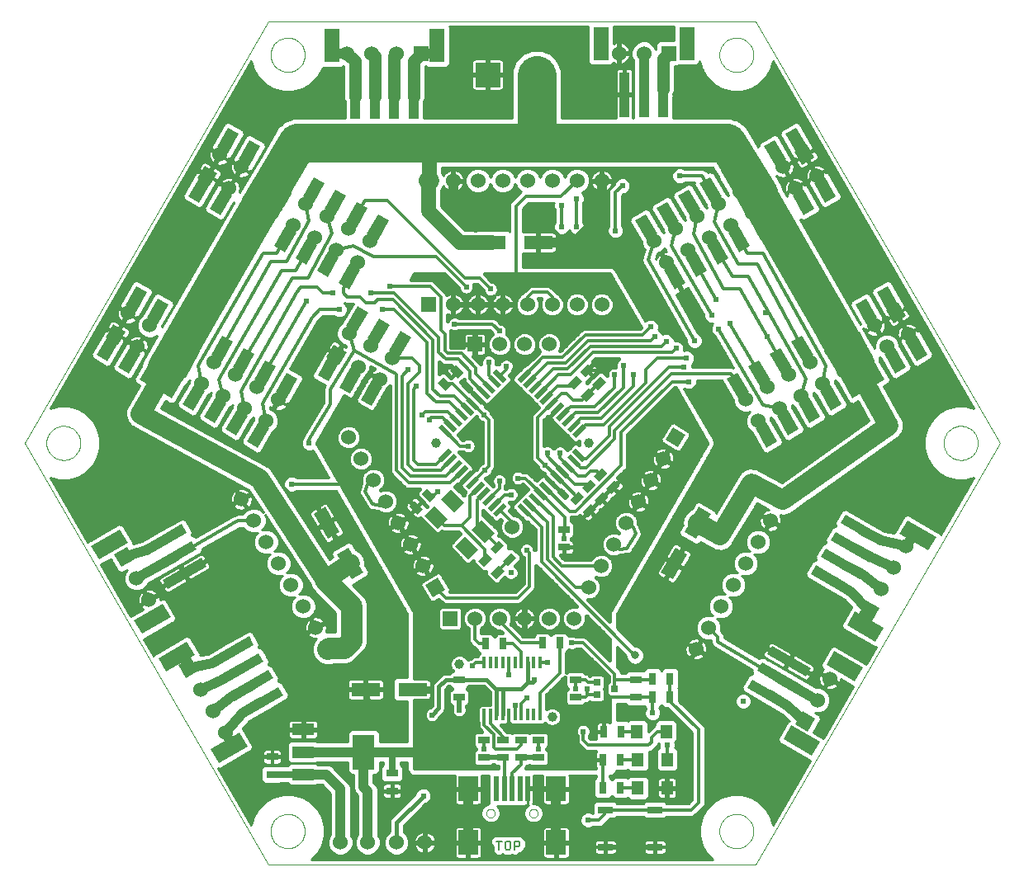
<source format=gtl>
G75*
%MOIN*%
%OFA0B0*%
%FSLAX24Y24*%
%IPPOS*%
%LPD*%
%AMOC8*
5,1,8,0,0,1.08239X$1,22.5*
%
%ADD10C,0.0000*%
%ADD11C,0.0060*%
%ADD12R,0.0394X0.1811*%
%ADD13R,0.0630X0.1339*%
%ADD14R,0.1339X0.0630*%
%ADD15R,0.1181X0.0551*%
%ADD16R,0.0315X0.0472*%
%ADD17R,0.0748X0.0551*%
%ADD18R,0.0600X0.0600*%
%ADD19C,0.0600*%
%ADD20R,0.0906X0.0500*%
%ADD21R,0.0600X0.0600*%
%ADD22R,0.0600X0.0300*%
%ADD23R,0.0472X0.0315*%
%ADD24R,0.0197X0.0984*%
%ADD25R,0.0787X0.0984*%
%ADD26R,0.0150X0.0450*%
%ADD27R,0.0276X0.0276*%
%ADD28R,0.0472X0.0551*%
%ADD29R,0.0200X0.0580*%
%ADD30C,0.0394*%
%ADD31R,0.0880X0.0480*%
%ADD32R,0.0866X0.1417*%
%ADD33C,0.0984*%
%ADD34R,0.0984X0.0984*%
%ADD35C,0.0400*%
%ADD36C,0.0356*%
%ADD37C,0.0394*%
%ADD38C,0.0197*%
%ADD39C,0.0240*%
%ADD40C,0.0118*%
%ADD41C,0.0591*%
%ADD42C,0.0100*%
%ADD43C,0.0317*%
%ADD44C,0.0120*%
%ADD45C,0.1575*%
%ADD46C,0.0787*%
%ADD47C,0.0591*%
%ADD48C,0.0160*%
%ADD49C,0.0860*%
%ADD50C,0.0276*%
%ADD51C,0.0500*%
%ADD52C,0.0157*%
D10*
X009993Y000744D02*
X000150Y017792D01*
X009993Y034839D01*
X029678Y034839D01*
X039520Y017792D01*
X029678Y000744D01*
X009993Y000744D01*
X010091Y002108D02*
X010093Y002160D01*
X010099Y002212D01*
X010109Y002263D01*
X010122Y002313D01*
X010140Y002363D01*
X010161Y002410D01*
X010185Y002456D01*
X010214Y002500D01*
X010245Y002542D01*
X010279Y002581D01*
X010316Y002618D01*
X010356Y002651D01*
X010399Y002682D01*
X010443Y002709D01*
X010489Y002733D01*
X010538Y002753D01*
X010587Y002769D01*
X010638Y002782D01*
X010689Y002791D01*
X010741Y002796D01*
X010793Y002797D01*
X010845Y002794D01*
X010897Y002787D01*
X010948Y002776D01*
X010998Y002762D01*
X011047Y002743D01*
X011094Y002721D01*
X011139Y002696D01*
X011183Y002667D01*
X011224Y002635D01*
X011263Y002600D01*
X011298Y002562D01*
X011331Y002521D01*
X011361Y002479D01*
X011387Y002434D01*
X011410Y002387D01*
X011429Y002338D01*
X011445Y002288D01*
X011457Y002238D01*
X011465Y002186D01*
X011469Y002134D01*
X011469Y002082D01*
X011465Y002030D01*
X011457Y001978D01*
X011445Y001928D01*
X011429Y001878D01*
X011410Y001829D01*
X011387Y001782D01*
X011361Y001737D01*
X011331Y001695D01*
X011298Y001654D01*
X011263Y001616D01*
X011224Y001581D01*
X011183Y001549D01*
X011139Y001520D01*
X011094Y001495D01*
X011047Y001473D01*
X010998Y001454D01*
X010948Y001440D01*
X010897Y001429D01*
X010845Y001422D01*
X010793Y001419D01*
X010741Y001420D01*
X010689Y001425D01*
X010638Y001434D01*
X010587Y001447D01*
X010538Y001463D01*
X010489Y001483D01*
X010443Y001507D01*
X010399Y001534D01*
X010356Y001565D01*
X010316Y001598D01*
X010279Y001635D01*
X010245Y001674D01*
X010214Y001716D01*
X010185Y001760D01*
X010161Y001806D01*
X010140Y001853D01*
X010122Y001903D01*
X010109Y001953D01*
X010099Y002004D01*
X010093Y002056D01*
X010091Y002108D01*
X018792Y002831D02*
X018794Y002857D01*
X018800Y002883D01*
X018810Y002908D01*
X018823Y002931D01*
X018839Y002951D01*
X018859Y002969D01*
X018881Y002984D01*
X018904Y002996D01*
X018930Y003004D01*
X018956Y003008D01*
X018982Y003008D01*
X019008Y003004D01*
X019034Y002996D01*
X019058Y002984D01*
X019079Y002969D01*
X019099Y002951D01*
X019115Y002931D01*
X019128Y002908D01*
X019138Y002883D01*
X019144Y002857D01*
X019146Y002831D01*
X019144Y002805D01*
X019138Y002779D01*
X019128Y002754D01*
X019115Y002731D01*
X019099Y002711D01*
X019079Y002693D01*
X019057Y002678D01*
X019034Y002666D01*
X019008Y002658D01*
X018982Y002654D01*
X018956Y002654D01*
X018930Y002658D01*
X018904Y002666D01*
X018880Y002678D01*
X018859Y002693D01*
X018839Y002711D01*
X018823Y002731D01*
X018810Y002754D01*
X018800Y002779D01*
X018794Y002805D01*
X018792Y002831D01*
X020524Y002831D02*
X020526Y002857D01*
X020532Y002883D01*
X020542Y002908D01*
X020555Y002931D01*
X020571Y002951D01*
X020591Y002969D01*
X020613Y002984D01*
X020636Y002996D01*
X020662Y003004D01*
X020688Y003008D01*
X020714Y003008D01*
X020740Y003004D01*
X020766Y002996D01*
X020790Y002984D01*
X020811Y002969D01*
X020831Y002951D01*
X020847Y002931D01*
X020860Y002908D01*
X020870Y002883D01*
X020876Y002857D01*
X020878Y002831D01*
X020876Y002805D01*
X020870Y002779D01*
X020860Y002754D01*
X020847Y002731D01*
X020831Y002711D01*
X020811Y002693D01*
X020789Y002678D01*
X020766Y002666D01*
X020740Y002658D01*
X020714Y002654D01*
X020688Y002654D01*
X020662Y002658D01*
X020636Y002666D01*
X020612Y002678D01*
X020591Y002693D01*
X020571Y002711D01*
X020555Y002731D01*
X020542Y002754D01*
X020532Y002779D01*
X020526Y002805D01*
X020524Y002831D01*
X028201Y002108D02*
X028203Y002160D01*
X028209Y002212D01*
X028219Y002263D01*
X028232Y002313D01*
X028250Y002363D01*
X028271Y002410D01*
X028295Y002456D01*
X028324Y002500D01*
X028355Y002542D01*
X028389Y002581D01*
X028426Y002618D01*
X028466Y002651D01*
X028509Y002682D01*
X028553Y002709D01*
X028599Y002733D01*
X028648Y002753D01*
X028697Y002769D01*
X028748Y002782D01*
X028799Y002791D01*
X028851Y002796D01*
X028903Y002797D01*
X028955Y002794D01*
X029007Y002787D01*
X029058Y002776D01*
X029108Y002762D01*
X029157Y002743D01*
X029204Y002721D01*
X029249Y002696D01*
X029293Y002667D01*
X029334Y002635D01*
X029373Y002600D01*
X029408Y002562D01*
X029441Y002521D01*
X029471Y002479D01*
X029497Y002434D01*
X029520Y002387D01*
X029539Y002338D01*
X029555Y002288D01*
X029567Y002238D01*
X029575Y002186D01*
X029579Y002134D01*
X029579Y002082D01*
X029575Y002030D01*
X029567Y001978D01*
X029555Y001928D01*
X029539Y001878D01*
X029520Y001829D01*
X029497Y001782D01*
X029471Y001737D01*
X029441Y001695D01*
X029408Y001654D01*
X029373Y001616D01*
X029334Y001581D01*
X029293Y001549D01*
X029249Y001520D01*
X029204Y001495D01*
X029157Y001473D01*
X029108Y001454D01*
X029058Y001440D01*
X029007Y001429D01*
X028955Y001422D01*
X028903Y001419D01*
X028851Y001420D01*
X028799Y001425D01*
X028748Y001434D01*
X028697Y001447D01*
X028648Y001463D01*
X028599Y001483D01*
X028553Y001507D01*
X028509Y001534D01*
X028466Y001565D01*
X028426Y001598D01*
X028389Y001635D01*
X028355Y001674D01*
X028324Y001716D01*
X028295Y001760D01*
X028271Y001806D01*
X028250Y001853D01*
X028232Y001903D01*
X028219Y001953D01*
X028209Y002004D01*
X028203Y002056D01*
X028201Y002108D01*
X037256Y017792D02*
X037258Y017844D01*
X037264Y017896D01*
X037274Y017947D01*
X037287Y017997D01*
X037305Y018047D01*
X037326Y018094D01*
X037350Y018140D01*
X037379Y018184D01*
X037410Y018226D01*
X037444Y018265D01*
X037481Y018302D01*
X037521Y018335D01*
X037564Y018366D01*
X037608Y018393D01*
X037654Y018417D01*
X037703Y018437D01*
X037752Y018453D01*
X037803Y018466D01*
X037854Y018475D01*
X037906Y018480D01*
X037958Y018481D01*
X038010Y018478D01*
X038062Y018471D01*
X038113Y018460D01*
X038163Y018446D01*
X038212Y018427D01*
X038259Y018405D01*
X038304Y018380D01*
X038348Y018351D01*
X038389Y018319D01*
X038428Y018284D01*
X038463Y018246D01*
X038496Y018205D01*
X038526Y018163D01*
X038552Y018118D01*
X038575Y018071D01*
X038594Y018022D01*
X038610Y017972D01*
X038622Y017922D01*
X038630Y017870D01*
X038634Y017818D01*
X038634Y017766D01*
X038630Y017714D01*
X038622Y017662D01*
X038610Y017612D01*
X038594Y017562D01*
X038575Y017513D01*
X038552Y017466D01*
X038526Y017421D01*
X038496Y017379D01*
X038463Y017338D01*
X038428Y017300D01*
X038389Y017265D01*
X038348Y017233D01*
X038304Y017204D01*
X038259Y017179D01*
X038212Y017157D01*
X038163Y017138D01*
X038113Y017124D01*
X038062Y017113D01*
X038010Y017106D01*
X037958Y017103D01*
X037906Y017104D01*
X037854Y017109D01*
X037803Y017118D01*
X037752Y017131D01*
X037703Y017147D01*
X037654Y017167D01*
X037608Y017191D01*
X037564Y017218D01*
X037521Y017249D01*
X037481Y017282D01*
X037444Y017319D01*
X037410Y017358D01*
X037379Y017400D01*
X037350Y017444D01*
X037326Y017490D01*
X037305Y017537D01*
X037287Y017587D01*
X037274Y017637D01*
X037264Y017688D01*
X037258Y017740D01*
X037256Y017792D01*
X028201Y033476D02*
X028203Y033528D01*
X028209Y033580D01*
X028219Y033631D01*
X028232Y033681D01*
X028250Y033731D01*
X028271Y033778D01*
X028295Y033824D01*
X028324Y033868D01*
X028355Y033910D01*
X028389Y033949D01*
X028426Y033986D01*
X028466Y034019D01*
X028509Y034050D01*
X028553Y034077D01*
X028599Y034101D01*
X028648Y034121D01*
X028697Y034137D01*
X028748Y034150D01*
X028799Y034159D01*
X028851Y034164D01*
X028903Y034165D01*
X028955Y034162D01*
X029007Y034155D01*
X029058Y034144D01*
X029108Y034130D01*
X029157Y034111D01*
X029204Y034089D01*
X029249Y034064D01*
X029293Y034035D01*
X029334Y034003D01*
X029373Y033968D01*
X029408Y033930D01*
X029441Y033889D01*
X029471Y033847D01*
X029497Y033802D01*
X029520Y033755D01*
X029539Y033706D01*
X029555Y033656D01*
X029567Y033606D01*
X029575Y033554D01*
X029579Y033502D01*
X029579Y033450D01*
X029575Y033398D01*
X029567Y033346D01*
X029555Y033296D01*
X029539Y033246D01*
X029520Y033197D01*
X029497Y033150D01*
X029471Y033105D01*
X029441Y033063D01*
X029408Y033022D01*
X029373Y032984D01*
X029334Y032949D01*
X029293Y032917D01*
X029249Y032888D01*
X029204Y032863D01*
X029157Y032841D01*
X029108Y032822D01*
X029058Y032808D01*
X029007Y032797D01*
X028955Y032790D01*
X028903Y032787D01*
X028851Y032788D01*
X028799Y032793D01*
X028748Y032802D01*
X028697Y032815D01*
X028648Y032831D01*
X028599Y032851D01*
X028553Y032875D01*
X028509Y032902D01*
X028466Y032933D01*
X028426Y032966D01*
X028389Y033003D01*
X028355Y033042D01*
X028324Y033084D01*
X028295Y033128D01*
X028271Y033174D01*
X028250Y033221D01*
X028232Y033271D01*
X028219Y033321D01*
X028209Y033372D01*
X028203Y033424D01*
X028201Y033476D01*
X010091Y033476D02*
X010093Y033528D01*
X010099Y033580D01*
X010109Y033631D01*
X010122Y033681D01*
X010140Y033731D01*
X010161Y033778D01*
X010185Y033824D01*
X010214Y033868D01*
X010245Y033910D01*
X010279Y033949D01*
X010316Y033986D01*
X010356Y034019D01*
X010399Y034050D01*
X010443Y034077D01*
X010489Y034101D01*
X010538Y034121D01*
X010587Y034137D01*
X010638Y034150D01*
X010689Y034159D01*
X010741Y034164D01*
X010793Y034165D01*
X010845Y034162D01*
X010897Y034155D01*
X010948Y034144D01*
X010998Y034130D01*
X011047Y034111D01*
X011094Y034089D01*
X011139Y034064D01*
X011183Y034035D01*
X011224Y034003D01*
X011263Y033968D01*
X011298Y033930D01*
X011331Y033889D01*
X011361Y033847D01*
X011387Y033802D01*
X011410Y033755D01*
X011429Y033706D01*
X011445Y033656D01*
X011457Y033606D01*
X011465Y033554D01*
X011469Y033502D01*
X011469Y033450D01*
X011465Y033398D01*
X011457Y033346D01*
X011445Y033296D01*
X011429Y033246D01*
X011410Y033197D01*
X011387Y033150D01*
X011361Y033105D01*
X011331Y033063D01*
X011298Y033022D01*
X011263Y032984D01*
X011224Y032949D01*
X011183Y032917D01*
X011139Y032888D01*
X011094Y032863D01*
X011047Y032841D01*
X010998Y032822D01*
X010948Y032808D01*
X010897Y032797D01*
X010845Y032790D01*
X010793Y032787D01*
X010741Y032788D01*
X010689Y032793D01*
X010638Y032802D01*
X010587Y032815D01*
X010538Y032831D01*
X010489Y032851D01*
X010443Y032875D01*
X010399Y032902D01*
X010356Y032933D01*
X010316Y032966D01*
X010279Y033003D01*
X010245Y033042D01*
X010214Y033084D01*
X010185Y033128D01*
X010161Y033174D01*
X010140Y033221D01*
X010122Y033271D01*
X010109Y033321D01*
X010099Y033372D01*
X010093Y033424D01*
X010091Y033476D01*
X001036Y017792D02*
X001038Y017844D01*
X001044Y017896D01*
X001054Y017947D01*
X001067Y017997D01*
X001085Y018047D01*
X001106Y018094D01*
X001130Y018140D01*
X001159Y018184D01*
X001190Y018226D01*
X001224Y018265D01*
X001261Y018302D01*
X001301Y018335D01*
X001344Y018366D01*
X001388Y018393D01*
X001434Y018417D01*
X001483Y018437D01*
X001532Y018453D01*
X001583Y018466D01*
X001634Y018475D01*
X001686Y018480D01*
X001738Y018481D01*
X001790Y018478D01*
X001842Y018471D01*
X001893Y018460D01*
X001943Y018446D01*
X001992Y018427D01*
X002039Y018405D01*
X002084Y018380D01*
X002128Y018351D01*
X002169Y018319D01*
X002208Y018284D01*
X002243Y018246D01*
X002276Y018205D01*
X002306Y018163D01*
X002332Y018118D01*
X002355Y018071D01*
X002374Y018022D01*
X002390Y017972D01*
X002402Y017922D01*
X002410Y017870D01*
X002414Y017818D01*
X002414Y017766D01*
X002410Y017714D01*
X002402Y017662D01*
X002390Y017612D01*
X002374Y017562D01*
X002355Y017513D01*
X002332Y017466D01*
X002306Y017421D01*
X002276Y017379D01*
X002243Y017338D01*
X002208Y017300D01*
X002169Y017265D01*
X002128Y017233D01*
X002084Y017204D01*
X002039Y017179D01*
X001992Y017157D01*
X001943Y017138D01*
X001893Y017124D01*
X001842Y017113D01*
X001790Y017106D01*
X001738Y017103D01*
X001686Y017104D01*
X001634Y017109D01*
X001583Y017118D01*
X001532Y017131D01*
X001483Y017147D01*
X001434Y017167D01*
X001388Y017191D01*
X001344Y017218D01*
X001301Y017249D01*
X001261Y017282D01*
X001224Y017319D01*
X001190Y017358D01*
X001159Y017400D01*
X001130Y017444D01*
X001106Y017490D01*
X001085Y017537D01*
X001067Y017587D01*
X001054Y017637D01*
X001044Y017688D01*
X001038Y017740D01*
X001036Y017792D01*
D11*
X014550Y014267D02*
X015236Y014560D01*
X019196Y001699D02*
X019418Y001699D01*
X019307Y001699D02*
X019307Y001365D01*
X019558Y001421D02*
X019614Y001365D01*
X019725Y001365D01*
X019781Y001421D01*
X019781Y001643D01*
X019725Y001699D01*
X019614Y001699D01*
X019558Y001643D01*
X019558Y001421D01*
X019921Y001476D02*
X020088Y001476D01*
X020143Y001532D01*
X020143Y001643D01*
X020088Y001699D01*
X019921Y001699D01*
X019921Y001365D01*
D12*
G36*
X010399Y007937D02*
X010596Y007595D01*
X009029Y006691D01*
X008832Y007033D01*
X010399Y007937D01*
G37*
G36*
X010005Y008619D02*
X010202Y008277D01*
X008635Y007373D01*
X008438Y007715D01*
X010005Y008619D01*
G37*
G36*
X009611Y009301D02*
X009808Y008959D01*
X008241Y008055D01*
X008044Y008397D01*
X009611Y009301D01*
G37*
G36*
X009217Y009982D02*
X009414Y009640D01*
X007847Y008736D01*
X007650Y009078D01*
X009217Y009982D01*
G37*
G36*
X007299Y013148D02*
X007496Y012806D01*
X005929Y011902D01*
X005732Y012244D01*
X007299Y013148D01*
G37*
G36*
X006906Y013830D02*
X007103Y013488D01*
X005536Y012584D01*
X005339Y012926D01*
X006906Y013830D01*
G37*
G36*
X006512Y014511D02*
X006709Y014169D01*
X005142Y013265D01*
X004945Y013607D01*
X006512Y014511D01*
G37*
X013496Y031796D03*
X014284Y031796D03*
X015071Y031796D03*
X015859Y031796D03*
X024367Y031874D03*
X025154Y031874D03*
X025941Y031874D03*
G36*
X033088Y014546D02*
X033285Y014888D01*
X034852Y013984D01*
X034655Y013642D01*
X033088Y014546D01*
G37*
G36*
X032694Y013864D02*
X032891Y014206D01*
X034458Y013302D01*
X034261Y012960D01*
X032694Y013864D01*
G37*
G36*
X032301Y013183D02*
X032498Y013525D01*
X034065Y012621D01*
X033868Y012279D01*
X032301Y013183D01*
G37*
G36*
X031907Y012501D02*
X032104Y012843D01*
X033671Y011939D01*
X033474Y011597D01*
X031907Y012501D01*
G37*
G36*
X030125Y009257D02*
X030322Y009599D01*
X031889Y008695D01*
X031692Y008353D01*
X030125Y009257D01*
G37*
G36*
X029731Y008575D02*
X029928Y008917D01*
X031495Y008013D01*
X031298Y007671D01*
X029731Y008575D01*
G37*
G36*
X029338Y007893D02*
X029535Y008235D01*
X031102Y007331D01*
X030905Y006989D01*
X029338Y007893D01*
G37*
D13*
X026886Y033922D03*
X023422Y033922D03*
X016804Y033843D03*
X012552Y033843D03*
D14*
G36*
X002845Y013622D02*
X004002Y014290D01*
X004317Y013744D01*
X003160Y013076D01*
X002845Y013622D01*
G37*
G36*
X004578Y010622D02*
X005735Y011290D01*
X006050Y010744D01*
X004893Y010076D01*
X004578Y010622D01*
G37*
G36*
X005551Y009093D02*
X006708Y009761D01*
X007023Y009215D01*
X005866Y008547D01*
X005551Y009093D01*
G37*
G36*
X007677Y005411D02*
X008834Y006079D01*
X009149Y005533D01*
X007992Y004865D01*
X007677Y005411D01*
G37*
G36*
X031941Y005163D02*
X030784Y005831D01*
X031099Y006377D01*
X032256Y005709D01*
X031941Y005163D01*
G37*
G36*
X033673Y008163D02*
X032516Y008831D01*
X032831Y009377D01*
X033988Y008709D01*
X033673Y008163D01*
G37*
G36*
X034510Y009771D02*
X033353Y010439D01*
X033668Y010985D01*
X034825Y010317D01*
X034510Y009771D01*
G37*
G36*
X036636Y013453D02*
X035479Y014121D01*
X035794Y014667D01*
X036951Y013999D01*
X036636Y013453D01*
G37*
D15*
G36*
X027854Y014934D02*
X027265Y013913D01*
X026788Y014188D01*
X027377Y015209D01*
X027854Y014934D01*
G37*
G36*
X026909Y013297D02*
X026320Y012276D01*
X025843Y012551D01*
X026432Y013572D01*
X026909Y013297D01*
G37*
X015819Y007831D03*
X013930Y007831D03*
G36*
X013350Y012276D02*
X012761Y013297D01*
X013238Y013572D01*
X013827Y012551D01*
X013350Y012276D01*
G37*
G36*
X012405Y013913D02*
X011816Y014934D01*
X012293Y015209D01*
X012882Y014188D01*
X012405Y013913D01*
G37*
X019008Y025891D03*
X020898Y025891D03*
D16*
G36*
X022797Y020442D02*
X022575Y020664D01*
X022907Y020996D01*
X023129Y020774D01*
X022797Y020442D01*
G37*
G36*
X022325Y019970D02*
X022103Y020192D01*
X022435Y020524D01*
X022657Y020302D01*
X022325Y019970D01*
G37*
G36*
X022826Y019469D02*
X022604Y019691D01*
X022936Y020023D01*
X023158Y019801D01*
X022826Y019469D01*
G37*
G36*
X023298Y019941D02*
X023076Y020163D01*
X023408Y020495D01*
X023630Y020273D01*
X023298Y019941D01*
G37*
G36*
X023348Y016230D02*
X023126Y016452D01*
X023458Y016784D01*
X023680Y016562D01*
X023348Y016230D01*
G37*
G36*
X022876Y015757D02*
X022654Y015979D01*
X022986Y016311D01*
X023208Y016089D01*
X022876Y015757D01*
G37*
G36*
X022514Y015839D02*
X022736Y015617D01*
X022404Y015285D01*
X022182Y015507D01*
X022514Y015839D01*
G37*
G36*
X023015Y015338D02*
X023237Y015116D01*
X022905Y014784D01*
X022683Y015006D01*
X023015Y015338D01*
G37*
G36*
X023377Y015256D02*
X023155Y015478D01*
X023487Y015810D01*
X023709Y015588D01*
X023377Y015256D01*
G37*
G36*
X023849Y015729D02*
X023627Y015951D01*
X023959Y016283D01*
X024181Y016061D01*
X023849Y015729D01*
G37*
G36*
X019676Y012815D02*
X019454Y013037D01*
X019786Y013369D01*
X020008Y013147D01*
X019676Y012815D01*
G37*
G36*
X019204Y012304D02*
X018982Y012526D01*
X019314Y012858D01*
X019536Y012636D01*
X019204Y012304D01*
G37*
G36*
X018703Y012805D02*
X018481Y013027D01*
X018813Y013359D01*
X019035Y013137D01*
X018703Y012805D01*
G37*
G36*
X019175Y013316D02*
X018953Y013538D01*
X019285Y013870D01*
X019507Y013648D01*
X019175Y013316D01*
G37*
G36*
X016741Y015625D02*
X016519Y015403D01*
X016187Y015735D01*
X016409Y015957D01*
X016741Y015625D01*
G37*
G36*
X016239Y015124D02*
X016017Y014902D01*
X015685Y015234D01*
X015907Y015456D01*
X016239Y015124D01*
G37*
G36*
X016827Y020234D02*
X017049Y020456D01*
X017381Y020124D01*
X017159Y019902D01*
X016827Y020234D01*
G37*
G36*
X017328Y020735D02*
X017550Y020957D01*
X017882Y020625D01*
X017660Y020403D01*
X017328Y020735D01*
G37*
X018772Y009681D03*
X019481Y009681D03*
X021056Y009721D03*
X021764Y009721D03*
X023536Y006138D03*
X024244Y006138D03*
X024205Y004996D03*
X023496Y004996D03*
X023496Y003855D03*
X024205Y003855D03*
X025504Y007530D03*
X026213Y007530D03*
X026213Y008264D03*
X025504Y008264D03*
D17*
G36*
X018730Y013771D02*
X018202Y014299D01*
X018590Y014687D01*
X019118Y014159D01*
X018730Y013771D01*
G37*
G36*
X018062Y013103D02*
X017534Y013631D01*
X017922Y014019D01*
X018450Y013491D01*
X018062Y013103D01*
G37*
G36*
X016837Y014328D02*
X016309Y014856D01*
X016697Y015244D01*
X017225Y014716D01*
X016837Y014328D01*
G37*
G36*
X017505Y014996D02*
X016977Y015524D01*
X017365Y015912D01*
X017893Y015384D01*
X017505Y014996D01*
G37*
D18*
G36*
X016845Y012370D02*
X017145Y011852D01*
X016627Y011552D01*
X016327Y012070D01*
X016845Y012370D01*
G37*
G36*
X026025Y017915D02*
X026325Y018433D01*
X026843Y018133D01*
X026543Y017615D01*
X026025Y017915D01*
G37*
G36*
X034134Y011421D02*
X034652Y011121D01*
X034352Y010603D01*
X033834Y010903D01*
X034134Y011421D01*
G37*
G36*
X031551Y006948D02*
X032069Y006648D01*
X031769Y006130D01*
X031251Y006430D01*
X031551Y006948D01*
G37*
G36*
X034922Y023156D02*
X035440Y023456D01*
X035740Y022938D01*
X035222Y022638D01*
X034922Y023156D01*
G37*
G36*
X031225Y029559D02*
X031743Y029859D01*
X032043Y029341D01*
X031525Y029041D01*
X031225Y029559D01*
G37*
G36*
X012865Y020954D02*
X012347Y021254D01*
X012647Y021772D01*
X013165Y021472D01*
X012865Y020954D01*
G37*
G36*
X007645Y028175D02*
X007127Y028475D01*
X007427Y028993D01*
X007945Y028693D01*
X007645Y028175D01*
G37*
G36*
X003948Y021772D02*
X003430Y022072D01*
X003730Y022590D01*
X004248Y022290D01*
X003948Y021772D01*
G37*
G36*
X004587Y013076D02*
X004069Y012776D01*
X003769Y013294D01*
X004287Y013594D01*
X004587Y013076D01*
G37*
G36*
X007169Y008595D02*
X006651Y008295D01*
X006351Y008813D01*
X006869Y009113D01*
X007169Y008595D01*
G37*
D19*
X007760Y006972D03*
X008260Y006106D03*
X007260Y007838D03*
X005178Y011453D03*
X004678Y012319D03*
X008906Y015524D03*
X009406Y014658D03*
X009906Y013792D03*
X010406Y012926D03*
X010906Y012060D03*
X011406Y011193D03*
X011906Y010327D03*
X012406Y009461D03*
X016236Y012827D03*
X015736Y013693D03*
X015236Y014560D03*
X014736Y015426D03*
X014236Y016292D03*
X013736Y017158D03*
X013236Y018024D03*
X014488Y020363D03*
X014988Y021229D03*
X014122Y021729D03*
X013256Y022229D03*
X013622Y020863D03*
X010401Y019547D03*
X009901Y018681D03*
X009035Y019181D03*
X008169Y019681D03*
X007303Y020181D03*
X006437Y020681D03*
X005571Y021181D03*
X004705Y021681D03*
X005205Y022547D03*
X006071Y022047D03*
X006937Y021547D03*
X007803Y021047D03*
X008669Y020547D03*
X009535Y020047D03*
X004339Y023047D03*
X009268Y027584D03*
X010134Y027084D03*
X011000Y026584D03*
X011866Y026084D03*
X012732Y025584D03*
X013598Y025084D03*
X014098Y025950D03*
X013232Y026450D03*
X012366Y026950D03*
X011500Y027450D03*
X010634Y027950D03*
X009768Y028450D03*
X008902Y028950D03*
X008402Y028084D03*
X008036Y029450D03*
X013178Y033540D03*
X014178Y033540D03*
X015178Y033540D03*
X016453Y028391D03*
X017453Y028391D03*
X018453Y028391D03*
X019453Y028391D03*
X020453Y028391D03*
X021453Y028391D03*
X022453Y028391D03*
X023453Y028391D03*
X025572Y025950D03*
X026438Y026450D03*
X026938Y025584D03*
X026072Y025084D03*
X027804Y026084D03*
X028670Y026584D03*
X029536Y027084D03*
X029036Y027950D03*
X029902Y028450D03*
X030768Y028950D03*
X031268Y028084D03*
X030402Y027584D03*
X032134Y028584D03*
X028170Y027450D03*
X027304Y026950D03*
X023453Y023391D03*
X022453Y023391D03*
X021453Y023391D03*
X020453Y023391D03*
X019453Y023391D03*
X018453Y023391D03*
X017453Y023391D03*
X019335Y021784D03*
X020335Y021784D03*
X021335Y021784D03*
X025934Y017158D03*
X025434Y016292D03*
X024934Y015426D03*
X024434Y014560D03*
X023934Y013693D03*
X023434Y012827D03*
X022934Y011961D03*
X022335Y010705D03*
X021335Y010705D03*
X020335Y010705D03*
X019335Y010705D03*
X018335Y010705D03*
X019835Y014406D03*
X027264Y009461D03*
X027764Y010327D03*
X028264Y011193D03*
X028764Y012060D03*
X029264Y012926D03*
X029764Y013792D03*
X030264Y014658D03*
X030764Y015524D03*
X029769Y018681D03*
X029269Y019547D03*
X030135Y020047D03*
X030635Y019181D03*
X031501Y019681D03*
X032367Y020181D03*
X033233Y020681D03*
X034099Y021181D03*
X034965Y021681D03*
X035831Y022181D03*
X034465Y022547D03*
X033599Y022047D03*
X032733Y021547D03*
X031867Y021047D03*
X031001Y020547D03*
X035743Y013610D03*
X035243Y012744D03*
X034743Y011878D03*
X032660Y008271D03*
X032160Y007405D03*
X016308Y001650D03*
X015172Y001650D03*
X014011Y001650D03*
X012911Y001650D03*
X024150Y033540D03*
X025150Y033540D03*
D20*
G36*
X029584Y028499D02*
X029132Y029283D01*
X029566Y029533D01*
X030018Y028749D01*
X029584Y028499D01*
G37*
G36*
X028718Y027999D02*
X028266Y028783D01*
X028700Y029033D01*
X029152Y028249D01*
X028718Y027999D01*
G37*
G36*
X027852Y027499D02*
X027400Y028283D01*
X027834Y028533D01*
X028286Y027749D01*
X027852Y027499D01*
G37*
G36*
X026986Y026999D02*
X026534Y027783D01*
X026968Y028033D01*
X027420Y027249D01*
X026986Y026999D01*
G37*
G36*
X026120Y026499D02*
X025668Y027283D01*
X026102Y027533D01*
X026554Y026749D01*
X026120Y026499D01*
G37*
G36*
X025254Y025999D02*
X024802Y026783D01*
X025236Y027033D01*
X025688Y026249D01*
X025254Y025999D01*
G37*
G36*
X026408Y024001D02*
X025956Y024785D01*
X026390Y025035D01*
X026842Y024251D01*
X026408Y024001D01*
G37*
G36*
X027274Y024501D02*
X026822Y025285D01*
X027256Y025535D01*
X027708Y024751D01*
X027274Y024501D01*
G37*
G36*
X028140Y025001D02*
X027688Y025785D01*
X028122Y026035D01*
X028574Y025251D01*
X028140Y025001D01*
G37*
G36*
X029006Y025501D02*
X028554Y026285D01*
X028988Y026535D01*
X029440Y025751D01*
X029006Y025501D01*
G37*
G36*
X029872Y026001D02*
X029420Y026785D01*
X029854Y027035D01*
X030306Y026251D01*
X029872Y026001D01*
G37*
G36*
X030738Y026501D02*
X030286Y027285D01*
X030720Y027535D01*
X031172Y026751D01*
X030738Y026501D01*
G37*
G36*
X031604Y027001D02*
X031152Y027785D01*
X031586Y028035D01*
X032038Y027251D01*
X031604Y027001D01*
G37*
G36*
X032470Y027501D02*
X032018Y028285D01*
X032452Y028535D01*
X032904Y027751D01*
X032470Y027501D01*
G37*
G36*
X030450Y028999D02*
X029998Y029783D01*
X030432Y030033D01*
X030884Y029249D01*
X030450Y028999D01*
G37*
G36*
X031316Y029499D02*
X030864Y030283D01*
X031298Y030533D01*
X031750Y029749D01*
X031316Y029499D01*
G37*
G36*
X035013Y023096D02*
X034561Y023880D01*
X034995Y024130D01*
X035447Y023346D01*
X035013Y023096D01*
G37*
G36*
X034147Y022596D02*
X033695Y023380D01*
X034129Y023630D01*
X034581Y022846D01*
X034147Y022596D01*
G37*
G36*
X033281Y022096D02*
X032829Y022880D01*
X033263Y023130D01*
X033715Y022346D01*
X033281Y022096D01*
G37*
G36*
X032415Y021596D02*
X031963Y022380D01*
X032397Y022630D01*
X032849Y021846D01*
X032415Y021596D01*
G37*
G36*
X031549Y021096D02*
X031097Y021880D01*
X031531Y022130D01*
X031983Y021346D01*
X031549Y021096D01*
G37*
G36*
X030683Y020596D02*
X030231Y021380D01*
X030665Y021630D01*
X031117Y020846D01*
X030683Y020596D01*
G37*
G36*
X029817Y020096D02*
X029365Y020880D01*
X029799Y021130D01*
X030251Y020346D01*
X029817Y020096D01*
G37*
G36*
X028951Y019596D02*
X028499Y020380D01*
X028933Y020630D01*
X029385Y019846D01*
X028951Y019596D01*
G37*
G36*
X030105Y017598D02*
X029653Y018382D01*
X030087Y018632D01*
X030539Y017848D01*
X030105Y017598D01*
G37*
G36*
X030971Y018098D02*
X030519Y018882D01*
X030953Y019132D01*
X031405Y018348D01*
X030971Y018098D01*
G37*
G36*
X031837Y018598D02*
X031385Y019382D01*
X031819Y019632D01*
X032271Y018848D01*
X031837Y018598D01*
G37*
G36*
X032703Y019098D02*
X032251Y019882D01*
X032685Y020132D01*
X033137Y019348D01*
X032703Y019098D01*
G37*
G36*
X033569Y019598D02*
X033117Y020382D01*
X033551Y020632D01*
X034003Y019848D01*
X033569Y019598D01*
G37*
G36*
X034435Y020098D02*
X033983Y020882D01*
X034417Y021132D01*
X034869Y020348D01*
X034435Y020098D01*
G37*
G36*
X035301Y020598D02*
X034849Y021382D01*
X035283Y021632D01*
X035735Y020848D01*
X035301Y020598D01*
G37*
G36*
X036167Y021098D02*
X035715Y021882D01*
X036149Y022132D01*
X036601Y021348D01*
X036167Y021098D01*
G37*
G36*
X015758Y022062D02*
X015306Y021278D01*
X014872Y021528D01*
X015324Y022312D01*
X015758Y022062D01*
G37*
G36*
X014892Y022562D02*
X014440Y021778D01*
X014006Y022028D01*
X014458Y022812D01*
X014892Y022562D01*
G37*
G36*
X014026Y023062D02*
X013574Y022278D01*
X013140Y022528D01*
X013592Y023312D01*
X014026Y023062D01*
G37*
G36*
X013714Y024785D02*
X013262Y024001D01*
X012828Y024251D01*
X013280Y025035D01*
X013714Y024785D01*
G37*
G36*
X012848Y025285D02*
X012396Y024501D01*
X011962Y024751D01*
X012414Y025535D01*
X012848Y025285D01*
G37*
G36*
X011982Y025785D02*
X011530Y025001D01*
X011096Y025251D01*
X011548Y026035D01*
X011982Y025785D01*
G37*
G36*
X011116Y026285D02*
X010664Y025501D01*
X010230Y025751D01*
X010682Y026535D01*
X011116Y026285D01*
G37*
G36*
X010250Y026785D02*
X009798Y026001D01*
X009364Y026251D01*
X009816Y027035D01*
X010250Y026785D01*
G37*
G36*
X009384Y027285D02*
X008932Y026501D01*
X008498Y026751D01*
X008950Y027535D01*
X009384Y027285D01*
G37*
G36*
X008518Y027785D02*
X008066Y027001D01*
X007632Y027251D01*
X008084Y028035D01*
X008518Y027785D01*
G37*
G36*
X007652Y028285D02*
X007200Y027501D01*
X006766Y027751D01*
X007218Y028535D01*
X007652Y028285D01*
G37*
G36*
X009672Y029783D02*
X009220Y028999D01*
X008786Y029249D01*
X009238Y030033D01*
X009672Y029783D01*
G37*
G36*
X010538Y029283D02*
X010086Y028499D01*
X009652Y028749D01*
X010104Y029533D01*
X010538Y029283D01*
G37*
G36*
X011404Y028783D02*
X010952Y027999D01*
X010518Y028249D01*
X010970Y029033D01*
X011404Y028783D01*
G37*
G36*
X012270Y028283D02*
X011818Y027499D01*
X011384Y027749D01*
X011836Y028533D01*
X012270Y028283D01*
G37*
G36*
X013136Y027783D02*
X012684Y026999D01*
X012250Y027249D01*
X012702Y028033D01*
X013136Y027783D01*
G37*
G36*
X014002Y027283D02*
X013550Y026499D01*
X013116Y026749D01*
X013568Y027533D01*
X014002Y027283D01*
G37*
G36*
X014868Y026783D02*
X014416Y025999D01*
X013982Y026249D01*
X014434Y027033D01*
X014868Y026783D01*
G37*
G36*
X008806Y030283D02*
X008354Y029499D01*
X007920Y029749D01*
X008372Y030533D01*
X008806Y030283D01*
G37*
G36*
X005109Y023880D02*
X004657Y023096D01*
X004223Y023346D01*
X004675Y024130D01*
X005109Y023880D01*
G37*
G36*
X005975Y023380D02*
X005523Y022596D01*
X005089Y022846D01*
X005541Y023630D01*
X005975Y023380D01*
G37*
G36*
X006841Y022880D02*
X006389Y022096D01*
X005955Y022346D01*
X006407Y023130D01*
X006841Y022880D01*
G37*
G36*
X007707Y022380D02*
X007255Y021596D01*
X006821Y021846D01*
X007273Y022630D01*
X007707Y022380D01*
G37*
G36*
X008573Y021880D02*
X008121Y021096D01*
X007687Y021346D01*
X008139Y022130D01*
X008573Y021880D01*
G37*
G36*
X009439Y021380D02*
X008987Y020596D01*
X008553Y020846D01*
X009005Y021630D01*
X009439Y021380D01*
G37*
G36*
X010305Y020880D02*
X009853Y020096D01*
X009419Y020346D01*
X009871Y021130D01*
X010305Y020880D01*
G37*
G36*
X011171Y020380D02*
X010719Y019596D01*
X010285Y019846D01*
X010737Y020630D01*
X011171Y020380D01*
G37*
G36*
X012872Y021064D02*
X012420Y020280D01*
X011986Y020530D01*
X012438Y021314D01*
X012872Y021064D01*
G37*
G36*
X013738Y020564D02*
X013286Y019780D01*
X012852Y020030D01*
X013304Y020814D01*
X013738Y020564D01*
G37*
G36*
X014604Y020064D02*
X014152Y019280D01*
X013718Y019530D01*
X014170Y020314D01*
X014604Y020064D01*
G37*
G36*
X010017Y018382D02*
X009565Y017598D01*
X009131Y017848D01*
X009583Y018632D01*
X010017Y018382D01*
G37*
G36*
X009151Y018882D02*
X008699Y018098D01*
X008265Y018348D01*
X008717Y019132D01*
X009151Y018882D01*
G37*
G36*
X008285Y019382D02*
X007833Y018598D01*
X007399Y018848D01*
X007851Y019632D01*
X008285Y019382D01*
G37*
G36*
X007419Y019882D02*
X006967Y019098D01*
X006533Y019348D01*
X006985Y020132D01*
X007419Y019882D01*
G37*
G36*
X006553Y020382D02*
X006101Y019598D01*
X005667Y019848D01*
X006119Y020632D01*
X006553Y020382D01*
G37*
G36*
X005687Y020882D02*
X005235Y020098D01*
X004801Y020348D01*
X005253Y021132D01*
X005687Y020882D01*
G37*
G36*
X004821Y021382D02*
X004369Y020598D01*
X003935Y020848D01*
X004387Y021632D01*
X004821Y021382D01*
G37*
G36*
X003955Y021882D02*
X003503Y021098D01*
X003069Y021348D01*
X003521Y022132D01*
X003955Y021882D01*
G37*
D21*
X016453Y023391D03*
X018335Y021784D03*
X017335Y010705D03*
X016178Y033540D03*
X026150Y033540D03*
D22*
X025599Y002971D03*
X025599Y001471D03*
X023599Y001471D03*
X023599Y002971D03*
D23*
X020898Y005075D03*
X020189Y005075D03*
X019481Y005075D03*
X019481Y005784D03*
X020189Y005784D03*
X020898Y005784D03*
X018693Y005784D03*
X018693Y005075D03*
X017709Y007516D03*
X017709Y008225D03*
X014993Y004445D03*
X014993Y003737D03*
X010150Y004406D03*
X010150Y005115D03*
X021941Y013579D03*
X021941Y014288D03*
X022394Y008225D03*
X022394Y007516D03*
X024835Y007516D03*
X024835Y008225D03*
D24*
X020465Y003815D03*
X020150Y003815D03*
X019835Y003815D03*
X019520Y003815D03*
X019205Y003815D03*
D25*
X018063Y003815D03*
X018063Y001650D03*
X021607Y001650D03*
X021607Y003815D03*
D26*
X020960Y006815D03*
X020710Y006815D03*
X020460Y006815D03*
X020210Y006815D03*
X019960Y006815D03*
X019710Y006815D03*
X019460Y006815D03*
X019210Y006815D03*
X018960Y006815D03*
X018710Y006815D03*
X018710Y008925D03*
X018960Y008925D03*
X019210Y008925D03*
X019460Y008925D03*
X019710Y008925D03*
X019960Y008925D03*
X020210Y008925D03*
X020460Y008925D03*
X020710Y008925D03*
X020960Y008925D03*
D27*
X023250Y008126D03*
X023250Y007615D03*
X023979Y007870D03*
D28*
X024874Y006138D03*
X024914Y004996D03*
X024914Y003855D03*
X026095Y003855D03*
X026095Y004996D03*
X026056Y006138D03*
D29*
G36*
X020048Y015218D02*
X020189Y015359D01*
X020598Y014950D01*
X020457Y014809D01*
X020048Y015218D01*
G37*
G36*
X020267Y015437D02*
X020408Y015578D01*
X020817Y015169D01*
X020676Y015028D01*
X020267Y015437D01*
G37*
G36*
X020493Y015663D02*
X020634Y015804D01*
X021043Y015395D01*
X020902Y015254D01*
X020493Y015663D01*
G37*
G36*
X020713Y015882D02*
X020854Y016023D01*
X021263Y015614D01*
X021122Y015473D01*
X020713Y015882D01*
G37*
G36*
X020939Y016108D02*
X021080Y016249D01*
X021489Y015840D01*
X021348Y015699D01*
X020939Y016108D01*
G37*
G36*
X021158Y016328D02*
X021299Y016469D01*
X021708Y016060D01*
X021567Y015919D01*
X021158Y016328D01*
G37*
G36*
X021377Y016547D02*
X021518Y016688D01*
X021927Y016279D01*
X021786Y016138D01*
X021377Y016547D01*
G37*
G36*
X021604Y016773D02*
X021745Y016914D01*
X022154Y016505D01*
X022013Y016364D01*
X021604Y016773D01*
G37*
G36*
X021823Y016992D02*
X021964Y017133D01*
X022373Y016724D01*
X022232Y016583D01*
X021823Y016992D01*
G37*
G36*
X022049Y017219D02*
X022190Y017360D01*
X022599Y016951D01*
X022458Y016810D01*
X022049Y017219D01*
G37*
G36*
X022268Y017438D02*
X022409Y017579D01*
X022818Y017170D01*
X022677Y017029D01*
X022268Y017438D01*
G37*
G36*
X022409Y018005D02*
X022268Y018146D01*
X022677Y018555D01*
X022818Y018414D01*
X022409Y018005D01*
G37*
G36*
X022190Y018224D02*
X022049Y018365D01*
X022458Y018774D01*
X022599Y018633D01*
X022190Y018224D01*
G37*
G36*
X021964Y018450D02*
X021823Y018591D01*
X022232Y019000D01*
X022373Y018859D01*
X021964Y018450D01*
G37*
G36*
X021745Y018669D02*
X021604Y018810D01*
X022013Y019219D01*
X022154Y019078D01*
X021745Y018669D01*
G37*
G36*
X021518Y018896D02*
X021377Y019037D01*
X021786Y019446D01*
X021927Y019305D01*
X021518Y018896D01*
G37*
G36*
X021299Y019115D02*
X021158Y019256D01*
X021567Y019665D01*
X021708Y019524D01*
X021299Y019115D01*
G37*
G36*
X021080Y019334D02*
X020939Y019475D01*
X021348Y019884D01*
X021489Y019743D01*
X021080Y019334D01*
G37*
G36*
X020854Y019560D02*
X020713Y019701D01*
X021122Y020110D01*
X021263Y019969D01*
X020854Y019560D01*
G37*
G36*
X020634Y019779D02*
X020493Y019920D01*
X020902Y020329D01*
X021043Y020188D01*
X020634Y019779D01*
G37*
G36*
X020408Y020006D02*
X020267Y020147D01*
X020676Y020556D01*
X020817Y020415D01*
X020408Y020006D01*
G37*
G36*
X020189Y020225D02*
X020048Y020366D01*
X020457Y020775D01*
X020598Y020634D01*
X020189Y020225D01*
G37*
G36*
X019072Y020634D02*
X019213Y020775D01*
X019622Y020366D01*
X019481Y020225D01*
X019072Y020634D01*
G37*
G36*
X018853Y020415D02*
X018994Y020556D01*
X019403Y020147D01*
X019262Y020006D01*
X018853Y020415D01*
G37*
G36*
X018627Y020188D02*
X018768Y020329D01*
X019177Y019920D01*
X019036Y019779D01*
X018627Y020188D01*
G37*
G36*
X018407Y019969D02*
X018548Y020110D01*
X018957Y019701D01*
X018816Y019560D01*
X018407Y019969D01*
G37*
G36*
X018181Y019743D02*
X018322Y019884D01*
X018731Y019475D01*
X018590Y019334D01*
X018181Y019743D01*
G37*
G36*
X017962Y019524D02*
X018103Y019665D01*
X018512Y019256D01*
X018371Y019115D01*
X017962Y019524D01*
G37*
G36*
X017743Y019305D02*
X017884Y019446D01*
X018293Y019037D01*
X018152Y018896D01*
X017743Y019305D01*
G37*
G36*
X017516Y019078D02*
X017657Y019219D01*
X018066Y018810D01*
X017925Y018669D01*
X017516Y019078D01*
G37*
G36*
X017297Y018859D02*
X017438Y019000D01*
X017847Y018591D01*
X017706Y018450D01*
X017297Y018859D01*
G37*
G36*
X017071Y018633D02*
X017212Y018774D01*
X017621Y018365D01*
X017480Y018224D01*
X017071Y018633D01*
G37*
G36*
X016852Y018414D02*
X016993Y018555D01*
X017402Y018146D01*
X017261Y018005D01*
X016852Y018414D01*
G37*
G36*
X016993Y017029D02*
X016852Y017170D01*
X017261Y017579D01*
X017402Y017438D01*
X016993Y017029D01*
G37*
G36*
X017212Y016810D02*
X017071Y016951D01*
X017480Y017360D01*
X017621Y017219D01*
X017212Y016810D01*
G37*
G36*
X017438Y016583D02*
X017297Y016724D01*
X017706Y017133D01*
X017847Y016992D01*
X017438Y016583D01*
G37*
G36*
X017657Y016364D02*
X017516Y016505D01*
X017925Y016914D01*
X018066Y016773D01*
X017657Y016364D01*
G37*
G36*
X017884Y016138D02*
X017743Y016279D01*
X018152Y016688D01*
X018293Y016547D01*
X017884Y016138D01*
G37*
G36*
X018103Y015919D02*
X017962Y016060D01*
X018371Y016469D01*
X018512Y016328D01*
X018103Y015919D01*
G37*
G36*
X018322Y015699D02*
X018181Y015840D01*
X018590Y016249D01*
X018731Y016108D01*
X018322Y015699D01*
G37*
G36*
X018548Y015473D02*
X018407Y015614D01*
X018816Y016023D01*
X018957Y015882D01*
X018548Y015473D01*
G37*
G36*
X018768Y015254D02*
X018627Y015395D01*
X019036Y015804D01*
X019177Y015663D01*
X018768Y015254D01*
G37*
G36*
X018994Y015028D02*
X018853Y015169D01*
X019262Y015578D01*
X019403Y015437D01*
X018994Y015028D01*
G37*
G36*
X019213Y014809D02*
X019072Y014950D01*
X019481Y015359D01*
X019622Y015218D01*
X019213Y014809D01*
G37*
D30*
X016764Y017792D03*
X022945Y017792D03*
X017709Y008855D03*
X021449Y006729D03*
D31*
X011400Y006217D03*
X011400Y005307D03*
X011400Y004397D03*
D32*
X013840Y005307D03*
D33*
X020819Y032674D03*
D34*
X018851Y032674D03*
D35*
X018063Y003815D02*
X018063Y002713D01*
X018063Y001650D01*
D36*
X018063Y002713D03*
X021607Y002752D03*
X024559Y001453D03*
X026528Y011689D03*
X028063Y012910D03*
X004178Y013185D03*
D37*
X005071Y013461D01*
X005827Y013888D01*
X006221Y013207D02*
X004678Y012319D01*
X006528Y009170D02*
X006764Y008697D01*
X006760Y008704D02*
X007748Y008894D01*
X008532Y009359D01*
X008926Y008678D02*
X008063Y008185D01*
X007260Y007838D01*
X007760Y006972D02*
X008536Y007556D01*
X009320Y007996D01*
X009714Y007314D02*
X008969Y006886D01*
X008260Y006106D01*
X008260Y006099D02*
X008575Y005508D01*
X011400Y005307D02*
X013840Y005307D01*
X013840Y003905D01*
X014011Y003733D01*
X014011Y001650D01*
X012911Y001650D02*
X012911Y003810D01*
X012324Y004397D01*
X011400Y004397D01*
X013840Y005307D02*
X015032Y005307D01*
X016178Y005307D01*
X016213Y005272D01*
X016764Y009367D02*
X017119Y009721D01*
X021607Y003815D02*
X021607Y002752D01*
X021607Y001650D01*
X030220Y007612D02*
X030977Y007162D01*
X031660Y006539D01*
X032160Y007405D02*
X030613Y008294D01*
X033969Y010430D02*
X034244Y010981D01*
X034243Y011012D02*
X033536Y011768D01*
X032789Y012220D01*
X033183Y012902D02*
X033969Y012477D01*
X034743Y011878D01*
X035243Y012744D02*
X034363Y013146D01*
X033576Y013583D01*
X033970Y014265D02*
X034717Y013855D01*
X035743Y013610D01*
X035741Y013579D02*
X036056Y014130D01*
X023453Y027000D02*
X022343Y025891D01*
X020898Y025891D01*
X018378Y026493D02*
X017453Y027418D01*
X017453Y028391D01*
X015859Y031796D02*
X015859Y032634D01*
X015071Y032674D02*
X015071Y031796D01*
X014284Y031796D02*
X014284Y032646D01*
X013496Y032516D02*
X013496Y031796D01*
X013181Y033540D02*
X012591Y033540D01*
X016174Y033540D02*
X016764Y033540D01*
X023453Y028391D02*
X023453Y027000D01*
X025154Y031874D02*
X025150Y033540D01*
X025937Y032713D02*
X025940Y032107D01*
X025941Y031874D01*
D38*
X026072Y025084D02*
X026843Y023697D01*
X013930Y007831D02*
X014166Y006807D01*
X017709Y007004D02*
X017709Y007516D01*
X018693Y005075D02*
X019481Y005075D01*
X020189Y005075D02*
X020898Y005075D01*
X020465Y003815D02*
X021607Y003815D01*
X023599Y001471D02*
X024542Y001471D01*
X024559Y001453D01*
X024577Y001471D01*
X025599Y001471D01*
D39*
X022906Y002556D03*
X020898Y005430D03*
X019953Y006256D03*
X019960Y007194D03*
X020426Y007477D03*
X020741Y008225D03*
X021260Y008925D03*
X022237Y009721D03*
X022394Y007870D03*
X022867Y007870D03*
X022709Y006138D03*
X025504Y006886D03*
X026095Y005587D03*
X026095Y004406D03*
X029166Y007359D03*
X021922Y013933D03*
X020426Y013461D03*
X019796Y012556D03*
X019796Y015705D03*
X020071Y016374D03*
X019323Y016256D03*
X019363Y016768D03*
X018733Y016689D03*
X018496Y017162D03*
X018063Y017674D03*
X018693Y018933D03*
X019599Y020902D03*
X018890Y021059D03*
X019323Y022319D03*
X017512Y022595D03*
X017985Y024091D03*
X018969Y024012D03*
X021843Y026532D03*
X022433Y026532D03*
X021843Y027398D03*
X022433Y027674D03*
X024008Y026374D03*
X024284Y028185D03*
X026607Y028579D03*
X028063Y023579D03*
X027906Y022949D03*
X028181Y022398D03*
X028634Y022623D03*
X030071Y023067D03*
X030131Y022090D03*
X027197Y021926D03*
X026882Y021217D03*
X026764Y020863D03*
X026961Y020272D03*
X026449Y021611D03*
X026056Y021886D03*
X025583Y022083D03*
X025426Y022477D03*
X024323Y020941D03*
X023969Y020548D03*
X023496Y020981D03*
X024717Y020548D03*
X021252Y018304D03*
X021252Y017398D03*
X021764Y017398D03*
X021179Y016886D03*
X021882Y015784D03*
X016843Y015823D03*
X015426Y015626D03*
X016489Y018737D03*
X016213Y018933D03*
X015977Y020075D03*
X015622Y020744D03*
X017040Y020823D03*
X014599Y023185D03*
X014126Y023855D03*
X014914Y024130D03*
X012867Y023185D03*
X012591Y023855D03*
X011528Y023540D03*
X011646Y017792D03*
X010937Y016138D03*
X018221Y008776D03*
X019710Y008429D03*
X017709Y007004D03*
X016607Y006807D03*
X017827Y005784D03*
X018693Y005430D03*
X016252Y003540D03*
D40*
X016213Y005075D02*
X016213Y005272D01*
X016213Y006493D01*
X017237Y006493D02*
X017276Y006532D01*
X017276Y006374D01*
X017315Y006335D01*
X018710Y006397D02*
X019087Y006020D01*
X019087Y005508D01*
X019166Y005430D01*
X020032Y005430D01*
X020189Y005587D01*
X020189Y005784D01*
X019953Y006256D02*
X019835Y006256D01*
X019710Y006381D01*
X019710Y006815D01*
X019960Y006815D02*
X019960Y007194D01*
X020210Y007261D02*
X020426Y007477D01*
X020210Y007261D02*
X020210Y006815D01*
X020960Y006815D02*
X020960Y007696D01*
X021764Y008500D01*
X021764Y009721D01*
X022237Y009721D02*
X022709Y009721D01*
X023979Y008451D01*
X023979Y008225D01*
X024835Y008225D01*
X025465Y008225D01*
X025504Y008264D01*
X026213Y008264D02*
X026213Y007530D01*
X026213Y007359D01*
X027355Y006217D01*
X027355Y003264D01*
X027061Y002971D01*
X025599Y002971D01*
X023599Y002971D01*
X023559Y002776D01*
X023339Y002556D01*
X022906Y002556D01*
X023496Y003855D02*
X023496Y004996D01*
X024205Y004996D02*
X024914Y004996D01*
X025347Y005587D02*
X022906Y005587D01*
X022709Y005784D01*
X022709Y006138D01*
X023536Y006138D02*
X023536Y006926D01*
X023733Y007516D01*
X024835Y007516D01*
X025504Y007530D01*
X025504Y006886D01*
X025701Y006138D02*
X025465Y005902D01*
X025465Y005705D01*
X025347Y005587D01*
X025701Y006138D02*
X026056Y006138D01*
X026095Y005587D02*
X026095Y004996D01*
X026095Y004406D02*
X026095Y003855D01*
X024914Y003855D02*
X024205Y003855D01*
X024244Y006138D02*
X024205Y006138D01*
X024244Y006138D02*
X024874Y006138D01*
X023250Y007615D02*
X022886Y007615D01*
X022867Y007634D01*
X022867Y007870D01*
X022886Y007615D02*
X022788Y007516D01*
X022394Y007516D01*
X022394Y007870D02*
X022394Y008225D01*
X022788Y008225D01*
X022886Y008126D01*
X023250Y008126D01*
X023979Y008225D02*
X023979Y007870D01*
X024796Y009209D02*
X024638Y009367D01*
X021016Y012989D01*
X021016Y014390D01*
X020323Y015084D01*
X020542Y015303D02*
X021252Y014592D01*
X021252Y013107D01*
X022398Y011961D01*
X022934Y011961D01*
X023434Y012827D02*
X021847Y012827D01*
X021489Y013185D01*
X021489Y014809D01*
X020768Y015529D01*
X020988Y015748D02*
X020361Y016374D01*
X020071Y016374D01*
X019796Y015705D02*
X019530Y015705D01*
X019128Y015303D01*
X019347Y015084D02*
X019835Y014596D01*
X019835Y014406D01*
X019230Y013659D02*
X019230Y013593D01*
X019230Y013659D02*
X018660Y014229D01*
X018418Y014472D01*
X018418Y015483D01*
X018682Y015748D01*
X018902Y015529D02*
X019323Y015951D01*
X019323Y016256D01*
X018733Y016689D02*
X018890Y016847D01*
X018890Y018737D01*
X018693Y018933D01*
X018693Y018933D01*
X018237Y019390D01*
X017448Y020179D01*
X017104Y020179D01*
X016646Y019957D02*
X016922Y019681D01*
X017507Y019681D01*
X018018Y019171D01*
X017791Y018944D02*
X017291Y019445D01*
X016764Y019445D01*
X016410Y019800D01*
X016410Y021847D01*
X015071Y023185D01*
X014599Y023185D01*
X014284Y023461D02*
X013930Y023461D01*
X013693Y023697D01*
X013181Y023697D01*
X013024Y023855D01*
X013024Y024052D01*
X013598Y025084D01*
X013418Y025744D02*
X014244Y025311D01*
X016764Y025311D01*
X017985Y024091D01*
X017945Y024445D02*
X014796Y027595D01*
X013890Y027595D01*
X013232Y026450D01*
X012552Y026256D02*
X012366Y026950D01*
X012552Y026256D02*
X011607Y024445D01*
X010977Y024445D01*
X008669Y020547D01*
X007985Y020351D02*
X010544Y024760D01*
X011095Y024760D01*
X011866Y026084D01*
X011646Y026768D02*
X011500Y027450D01*
X011646Y026768D02*
X010741Y025115D01*
X010111Y025115D01*
X007803Y021047D01*
X007158Y020941D02*
X009758Y025435D01*
X009797Y025469D01*
X010347Y025469D01*
X011000Y026584D01*
X012732Y025584D02*
X013418Y025744D01*
X014126Y023855D02*
X015071Y023855D01*
X016882Y022044D01*
X016882Y021453D01*
X017158Y021178D01*
X017670Y021178D01*
X018142Y020705D01*
X018142Y020376D01*
X018682Y019835D01*
X018902Y020054D02*
X018378Y020578D01*
X018378Y020823D01*
X017788Y021414D01*
X017237Y021414D01*
X017119Y021532D01*
X017119Y022201D01*
X016961Y022359D01*
X016961Y023697D01*
X016528Y024130D01*
X014914Y024130D01*
X015032Y023579D02*
X014402Y023579D01*
X014284Y023461D01*
X015032Y023579D02*
X016646Y021965D01*
X016646Y019957D01*
X015977Y020075D02*
X015859Y019957D01*
X015859Y017083D01*
X016016Y016926D01*
X016749Y016926D01*
X017127Y017304D01*
X017346Y017085D02*
X016951Y016689D01*
X015859Y016689D01*
X015622Y016926D01*
X015622Y020193D01*
X016095Y020666D01*
X016095Y020941D01*
X015808Y021229D01*
X014988Y021229D01*
X015119Y020591D02*
X015150Y020560D01*
X015150Y016689D01*
X015662Y016178D01*
X017330Y016178D01*
X017791Y016639D01*
X017572Y016858D02*
X017167Y016453D01*
X015741Y016453D01*
X015386Y016807D01*
X015386Y020508D01*
X015622Y020744D01*
X015119Y020591D02*
X013457Y021532D01*
X012512Y019957D01*
X012512Y019367D01*
X011646Y017910D01*
X011646Y017792D01*
X010937Y016138D02*
X013300Y016138D01*
X014550Y014267D01*
X014520Y015272D02*
X014205Y015311D01*
X013890Y015823D01*
X014008Y016138D01*
X014236Y016292D01*
X014736Y015426D02*
X014520Y015272D01*
X016464Y015680D02*
X016700Y015680D01*
X016843Y015823D01*
X016767Y014786D02*
X017108Y014445D01*
X017788Y014445D01*
X018142Y014800D01*
X018142Y015660D01*
X018456Y015974D01*
X018237Y016194D02*
X018733Y016689D01*
X018496Y016892D02*
X018496Y017162D01*
X018496Y016892D02*
X018018Y016413D01*
X018063Y017674D02*
X017733Y017674D01*
X017127Y018280D01*
X017346Y018499D02*
X017030Y018815D01*
X016567Y018815D01*
X016489Y018737D01*
X016213Y018933D02*
X016331Y019052D01*
X017246Y019052D01*
X017572Y018725D01*
X019128Y020281D02*
X018890Y020519D01*
X018890Y021059D01*
X019347Y020500D02*
X019599Y020752D01*
X019599Y020902D01*
X020323Y020500D02*
X021079Y021256D01*
X021882Y021256D01*
X022788Y022162D01*
X025111Y022162D01*
X025426Y022477D01*
X025583Y022083D02*
X025426Y021926D01*
X022906Y021926D01*
X022000Y021020D01*
X021281Y021020D01*
X020542Y020281D01*
X020768Y020054D02*
X021498Y020784D01*
X022079Y020784D01*
X022985Y021689D01*
X025859Y021689D01*
X026056Y021886D01*
X026449Y021611D02*
X026292Y021453D01*
X023103Y021453D01*
X022197Y020548D01*
X021700Y020548D01*
X020988Y019835D01*
X021214Y019609D02*
X021680Y020075D01*
X022208Y020075D01*
X022380Y020247D01*
X022040Y019800D02*
X022315Y019524D01*
X022659Y019524D01*
X022881Y019746D01*
X023353Y020218D01*
X023235Y020719D02*
X022852Y020719D01*
X023235Y020719D02*
X023496Y020981D01*
X023969Y020548D02*
X023969Y020036D01*
X023181Y019248D01*
X022183Y019248D01*
X021879Y018944D01*
X022098Y018725D02*
X022385Y019012D01*
X023300Y019012D01*
X024323Y020036D01*
X024323Y020941D01*
X024717Y020548D02*
X024717Y020075D01*
X023418Y018776D01*
X022601Y018776D01*
X022324Y018499D01*
X022543Y018280D02*
X022803Y018540D01*
X023536Y018540D01*
X025229Y020233D01*
X025229Y020744D01*
X025701Y021217D01*
X026882Y021217D01*
X026764Y020863D02*
X026174Y020863D01*
X023772Y018461D01*
X023772Y018107D01*
X022827Y017162D01*
X022685Y017162D01*
X022543Y017304D01*
X022324Y017085D02*
X022601Y016807D01*
X022827Y016807D01*
X023969Y017949D01*
X023969Y018304D01*
X026252Y020587D01*
X028654Y020587D01*
X029269Y019547D01*
X029953Y019327D02*
X028181Y022398D01*
X027906Y022949D02*
X026252Y025744D01*
X026438Y026450D01*
X027158Y026217D02*
X027304Y026950D01*
X027985Y026729D02*
X028170Y027450D01*
X027512Y028579D01*
X026607Y028579D01*
X027985Y026729D02*
X028969Y025036D01*
X029717Y025036D01*
X031867Y021047D01*
X032512Y020941D02*
X029953Y025469D01*
X029323Y025469D01*
X028670Y026584D01*
X027804Y026084D02*
X028733Y024524D01*
X029363Y024524D01*
X030186Y023058D01*
X030071Y023067D01*
X030186Y023058D02*
X031685Y020390D01*
X031501Y019681D01*
X030635Y019181D02*
X029953Y019327D01*
X030135Y020047D02*
X028644Y022606D01*
X028634Y022623D01*
X028063Y023579D02*
X026938Y025584D01*
X027158Y026217D02*
X028378Y024012D01*
X029048Y024012D01*
X030131Y022090D01*
X031001Y020547D01*
X032367Y020181D02*
X032512Y020941D01*
X027197Y021926D02*
X025347Y025193D01*
X025572Y025950D01*
X024008Y026374D02*
X024008Y027910D01*
X024284Y028185D01*
X024166Y028067D01*
X022453Y028391D02*
X021815Y027752D01*
X020386Y027752D01*
X019993Y027359D01*
X019993Y024563D01*
X019481Y024052D01*
X019481Y023418D01*
X019453Y023391D01*
X018969Y024012D02*
X018536Y024445D01*
X017945Y024445D01*
X017512Y022595D02*
X019048Y022595D01*
X019323Y022319D01*
X020453Y023391D02*
X020453Y023685D01*
X020662Y023894D01*
X021252Y023894D01*
X021449Y023697D01*
X021449Y023394D01*
X021453Y023391D01*
X021843Y026532D02*
X021843Y027398D01*
X022433Y027674D02*
X022433Y026532D01*
X020859Y029918D02*
X020701Y030075D01*
X020701Y030233D01*
X020819Y030351D01*
X018378Y029996D02*
X018300Y029918D01*
X012591Y023855D02*
X012197Y023855D01*
X011961Y024091D01*
X011292Y024091D01*
X011134Y023855D01*
X008890Y019878D01*
X009035Y019181D01*
X009756Y019406D02*
X009901Y018681D01*
X009756Y019406D02*
X011764Y022870D01*
X012079Y023185D01*
X012867Y023185D01*
X013256Y022229D02*
X013457Y021532D01*
X011528Y023540D02*
X009535Y020047D01*
X008169Y019681D02*
X007985Y020351D01*
X007303Y020181D02*
X007158Y020941D01*
X006937Y021547D02*
X006180Y021455D01*
X005859Y020744D01*
X008772Y014642D02*
X009391Y014642D01*
X009406Y014658D01*
X008772Y014642D02*
X006221Y013207D01*
X016736Y011961D02*
X017166Y011532D01*
X020071Y011532D01*
X020544Y012004D01*
X020544Y013028D01*
X020544Y013146D01*
X020544Y013343D01*
X020426Y013461D01*
X019731Y013092D02*
X019259Y012620D01*
X019259Y012581D01*
X019259Y012570D01*
X018758Y013082D02*
X018733Y013107D01*
X018733Y013500D01*
X017788Y014445D01*
X020988Y015748D02*
X021961Y014775D01*
X021961Y014347D01*
X021941Y014288D01*
X021941Y013953D01*
X021922Y013933D01*
X022153Y015036D02*
X022394Y015036D01*
X024244Y016886D01*
X024244Y018225D01*
X026292Y020272D01*
X026961Y020272D01*
X023260Y016650D02*
X022985Y016650D01*
X022788Y016453D01*
X022503Y016453D01*
X022098Y016858D01*
X021764Y017192D01*
X021764Y017398D01*
X021252Y017398D02*
X021252Y017265D01*
X021879Y016639D01*
X022380Y016138D01*
X022827Y016138D01*
X022931Y016034D01*
X022498Y015567D02*
X022459Y015562D01*
X022498Y015567D02*
X021652Y016413D01*
X021179Y016886D01*
X020859Y017207D01*
X020859Y018815D01*
X021433Y019390D01*
X021843Y019800D01*
X022040Y019800D01*
X023260Y016650D02*
X023403Y016507D01*
X021882Y015784D02*
X021843Y015784D01*
X021433Y016194D01*
X021214Y015974D02*
X022153Y015036D01*
X023934Y013693D02*
X024166Y013500D01*
X024481Y013540D01*
X024835Y014130D01*
X024717Y014406D01*
X024434Y014560D01*
X020347Y010717D02*
X020335Y010705D01*
X020189Y009721D02*
X019335Y010575D01*
X019335Y010705D01*
X018335Y010705D02*
X018335Y009843D01*
X018496Y009681D01*
X018772Y009681D01*
X019481Y009681D02*
X019874Y009681D01*
X020210Y009346D01*
X020210Y008925D01*
X019710Y008925D02*
X019710Y008429D01*
X019481Y007870D02*
X019460Y007850D01*
X019210Y007870D02*
X019166Y007870D01*
X018960Y006815D02*
X018960Y006462D01*
X019481Y005941D01*
X019481Y005784D01*
X019481Y005075D02*
X019520Y005036D01*
X019520Y003815D01*
X019835Y003815D02*
X019835Y004445D01*
X020189Y004800D01*
X020189Y005075D01*
X020898Y005430D02*
X020898Y005784D01*
X018693Y005784D02*
X018693Y005430D01*
X018710Y006397D02*
X018710Y006815D01*
X018221Y008776D02*
X018370Y008925D01*
X018710Y008925D01*
X020189Y009721D02*
X021056Y009721D01*
X020960Y008925D02*
X021260Y008925D01*
X027764Y010327D02*
X028142Y009949D01*
X028142Y009760D01*
X030613Y008294D01*
X017605Y020680D02*
X017462Y020823D01*
X017040Y020823D01*
D41*
X014166Y006807D03*
D42*
X014360Y006226D02*
X013320Y006226D01*
X013197Y006103D01*
X013197Y005714D01*
X011970Y005714D01*
X011927Y005757D01*
X010873Y005757D01*
X010750Y005634D01*
X010750Y004980D01*
X010873Y004857D01*
X011927Y004857D01*
X011970Y004901D01*
X013197Y004901D01*
X013197Y004512D01*
X013320Y004389D01*
X013433Y004389D01*
X013433Y003824D01*
X013495Y003674D01*
X013605Y003565D01*
X013605Y001964D01*
X013579Y001939D01*
X013501Y001751D01*
X013421Y001751D01*
X013344Y001939D01*
X013318Y001964D01*
X013318Y003891D01*
X013256Y004040D01*
X012669Y004628D01*
X012554Y004742D01*
X012405Y004804D01*
X011970Y004804D01*
X011927Y004847D01*
X010873Y004847D01*
X010779Y004754D01*
X010493Y004754D01*
X010473Y004773D01*
X009827Y004773D01*
X009704Y004650D01*
X009704Y004161D01*
X009827Y004038D01*
X010473Y004038D01*
X010493Y004058D01*
X010762Y004058D01*
X010873Y003947D01*
X011927Y003947D01*
X011970Y003991D01*
X012155Y003991D01*
X012505Y003641D01*
X012505Y001964D01*
X012479Y001939D01*
X012401Y001751D01*
X012226Y001751D01*
X012200Y001653D02*
X012401Y001653D01*
X012401Y001751D02*
X012401Y001549D01*
X012479Y001361D01*
X012623Y001218D01*
X012810Y001140D01*
X013013Y001140D01*
X013200Y001218D01*
X013344Y001361D01*
X013421Y001549D01*
X013421Y001751D01*
X013501Y001751D02*
X013501Y001549D01*
X013579Y001361D01*
X013723Y001218D01*
X013910Y001140D01*
X014113Y001140D01*
X014300Y001218D01*
X014444Y001361D01*
X014521Y001549D01*
X014521Y001751D01*
X014662Y001751D01*
X014662Y001549D01*
X014740Y001361D01*
X014883Y001218D01*
X015071Y001140D01*
X015273Y001140D01*
X015461Y001218D01*
X015604Y001361D01*
X015682Y001549D01*
X015682Y001751D01*
X015869Y001751D01*
X015869Y001755D02*
X015861Y001700D01*
X016258Y001700D01*
X016258Y001600D01*
X015861Y001600D01*
X015869Y001545D01*
X015891Y001477D01*
X015923Y001414D01*
X015965Y001357D01*
X016015Y001307D01*
X016072Y001265D01*
X016136Y001233D01*
X016203Y001211D01*
X016258Y001202D01*
X016258Y001600D01*
X016358Y001600D01*
X016358Y001202D01*
X016414Y001211D01*
X016481Y001233D01*
X016544Y001265D01*
X016601Y001307D01*
X016652Y001357D01*
X017520Y001357D01*
X017520Y001259D02*
X016532Y001259D01*
X016652Y001357D02*
X016693Y001414D01*
X016725Y001477D01*
X016747Y001545D01*
X016756Y001600D01*
X016358Y001600D01*
X016358Y001700D01*
X016258Y001700D01*
X016258Y002098D01*
X016203Y002089D01*
X016136Y002067D01*
X016072Y002035D01*
X016015Y001993D01*
X015965Y001943D01*
X015923Y001886D01*
X015891Y001823D01*
X015869Y001755D01*
X015905Y001850D02*
X015641Y001850D01*
X015604Y001939D02*
X015461Y002082D01*
X015461Y002082D01*
X015461Y002340D01*
X016340Y003219D01*
X016439Y003260D01*
X016532Y003353D01*
X016582Y003474D01*
X016582Y003605D01*
X016532Y003727D01*
X016439Y003820D01*
X018013Y003820D01*
X018013Y003865D02*
X018013Y003765D01*
X017520Y003765D01*
X017520Y003303D01*
X017530Y003265D01*
X017550Y003231D01*
X017578Y003203D01*
X017612Y003183D01*
X017650Y003173D01*
X018013Y003173D01*
X018013Y003765D01*
X018113Y003765D01*
X018113Y003173D01*
X018477Y003173D01*
X018515Y003183D01*
X018549Y003203D01*
X018577Y003231D01*
X018597Y003265D01*
X018607Y003303D01*
X018607Y003765D01*
X018113Y003765D01*
X018113Y003865D01*
X018607Y003865D01*
X018607Y004327D01*
X018601Y004352D01*
X018897Y004352D01*
X018897Y003236D01*
X018915Y003218D01*
X018892Y003218D01*
X018750Y003159D01*
X018641Y003050D01*
X018582Y002908D01*
X018582Y002754D01*
X018641Y002612D01*
X018750Y002503D01*
X018892Y002444D01*
X019046Y002444D01*
X019188Y002503D01*
X019297Y002612D01*
X019356Y002754D01*
X019356Y002908D01*
X019297Y003050D01*
X019234Y003113D01*
X020335Y003113D01*
X020395Y003173D01*
X020465Y003173D01*
X020515Y003173D01*
X020482Y003159D01*
X020373Y003050D01*
X020314Y002908D01*
X020314Y002754D01*
X020373Y002612D01*
X020482Y002503D01*
X020624Y002444D01*
X020778Y002444D01*
X020920Y002503D01*
X021029Y002612D01*
X021088Y002754D01*
X021088Y002908D01*
X021029Y003050D01*
X020920Y003159D01*
X020778Y003218D01*
X020671Y003218D01*
X020683Y003231D01*
X020703Y003265D01*
X020713Y003303D01*
X020713Y003815D01*
X020465Y003815D01*
X020465Y003173D01*
X020465Y003815D01*
X020465Y003815D01*
X020465Y003815D01*
X020713Y003815D01*
X020713Y004327D01*
X020707Y004352D01*
X021070Y004352D01*
X021063Y004327D01*
X021063Y003865D01*
X021557Y003865D01*
X021557Y003765D01*
X021657Y003765D01*
X021657Y003865D01*
X022150Y003865D01*
X022150Y004327D01*
X022144Y004352D01*
X023227Y004352D01*
X023227Y004276D01*
X023129Y004178D01*
X023129Y003532D01*
X023252Y003409D01*
X023741Y003409D01*
X023851Y003518D01*
X023961Y003409D01*
X024450Y003409D01*
X024500Y003459D01*
X024591Y003369D01*
X025237Y003369D01*
X025360Y003492D01*
X025360Y004217D01*
X025237Y004340D01*
X024591Y004340D01*
X024500Y004250D01*
X024450Y004301D01*
X023961Y004301D01*
X023851Y004191D01*
X023766Y004276D01*
X023766Y004352D01*
X023830Y004352D01*
X023936Y004396D01*
X024018Y004477D01*
X024048Y004550D01*
X024450Y004550D01*
X024500Y004601D01*
X024591Y004511D01*
X025237Y004511D01*
X025360Y004634D01*
X025360Y005318D01*
X025400Y005318D01*
X025499Y005359D01*
X025575Y005435D01*
X025693Y005553D01*
X025734Y005652D01*
X025734Y005653D01*
X025765Y005653D01*
X025765Y005521D01*
X025781Y005482D01*
X025772Y005482D01*
X025649Y005359D01*
X025649Y004634D01*
X025772Y004511D01*
X026418Y004511D01*
X026541Y004634D01*
X026541Y005359D01*
X026418Y005482D01*
X026409Y005482D01*
X026425Y005521D01*
X026425Y005653D01*
X026411Y005685D01*
X026502Y005776D01*
X026502Y006501D01*
X026379Y006624D01*
X025732Y006624D01*
X025609Y006501D01*
X025609Y006391D01*
X025549Y006366D01*
X025321Y006138D01*
X025321Y006501D01*
X025198Y006624D01*
X024551Y006624D01*
X024500Y006573D01*
X024489Y006584D01*
X024062Y006584D01*
X024062Y007247D01*
X024413Y007247D01*
X024512Y007149D01*
X025158Y007149D01*
X025176Y007167D01*
X025235Y007108D01*
X025235Y007084D01*
X025225Y007073D01*
X025174Y006952D01*
X025174Y006821D01*
X025225Y006699D01*
X025317Y006606D01*
X025439Y006556D01*
X025570Y006556D01*
X025691Y006606D01*
X025784Y006699D01*
X025834Y006821D01*
X025834Y006952D01*
X025784Y007073D01*
X025773Y007084D01*
X025773Y007108D01*
X025859Y007193D01*
X025969Y007083D01*
X026108Y007083D01*
X027086Y006105D01*
X027086Y003376D01*
X026950Y003240D01*
X026077Y003240D01*
X025986Y003331D01*
X025212Y003331D01*
X025121Y003240D01*
X024077Y003240D01*
X023986Y003331D01*
X023212Y003331D01*
X023089Y003208D01*
X023089Y002837D01*
X022972Y002886D01*
X022840Y002886D01*
X022719Y002835D01*
X022626Y002742D01*
X022576Y002621D01*
X022576Y002490D01*
X022626Y002369D01*
X022719Y002276D01*
X022840Y002226D01*
X022972Y002226D01*
X023093Y002276D01*
X023104Y002286D01*
X023392Y002286D01*
X023491Y002327D01*
X023567Y002403D01*
X023731Y002567D01*
X023753Y002581D01*
X023768Y002604D01*
X023775Y002611D01*
X023986Y002611D01*
X024077Y002702D01*
X025121Y002702D01*
X025212Y002611D01*
X025986Y002611D01*
X026077Y002702D01*
X027115Y002702D01*
X027214Y002743D01*
X027507Y003036D01*
X027583Y003112D01*
X027624Y003211D01*
X027624Y006270D01*
X027583Y006369D01*
X026580Y007372D01*
X026580Y007853D01*
X026536Y007897D01*
X026580Y007941D01*
X026580Y008587D01*
X026457Y008710D01*
X025969Y008710D01*
X025859Y008601D01*
X025749Y008710D01*
X025260Y008710D01*
X025142Y008592D01*
X024512Y008592D01*
X024413Y008494D01*
X024248Y008494D01*
X024248Y008505D01*
X024207Y008604D01*
X024062Y008748D01*
X024062Y009562D01*
X024410Y009214D01*
X024427Y009197D01*
X024427Y009136D01*
X024483Y009000D01*
X024587Y008897D01*
X024722Y008841D01*
X024869Y008841D01*
X025004Y008897D01*
X025108Y009000D01*
X025164Y009136D01*
X025164Y009282D01*
X025108Y009418D01*
X025004Y009521D01*
X024869Y009577D01*
X024808Y009577D01*
X024791Y009595D01*
X024062Y010323D01*
X024062Y010895D01*
X027951Y017630D01*
X027974Y017661D01*
X027979Y017680D01*
X027989Y017697D01*
X027994Y017735D01*
X028004Y017772D01*
X028002Y017792D01*
X028004Y017811D01*
X027994Y017848D01*
X027989Y017887D01*
X027979Y017904D01*
X027974Y017923D01*
X027951Y017953D01*
X026773Y019994D01*
X026774Y019992D01*
X026895Y019942D01*
X027027Y019942D01*
X027148Y019992D01*
X027241Y020085D01*
X027291Y020206D01*
X027291Y020318D01*
X028293Y020318D01*
X028759Y019511D01*
X028759Y019446D01*
X028837Y019258D01*
X028980Y019115D01*
X029167Y019037D01*
X029370Y019037D01*
X029427Y019061D01*
X029337Y018970D01*
X029259Y018783D01*
X029259Y018580D01*
X029337Y018392D01*
X029480Y018249D01*
X029490Y018245D01*
X029967Y017418D01*
X030135Y017373D01*
X030719Y017710D01*
X030764Y017878D01*
X030279Y018718D01*
X030279Y018783D01*
X030255Y018840D01*
X030346Y018749D01*
X030356Y018745D01*
X030833Y017918D01*
X031001Y017873D01*
X031585Y018210D01*
X031630Y018378D01*
X031145Y019218D01*
X031145Y019283D01*
X031121Y019340D01*
X031212Y019249D01*
X031222Y019245D01*
X031699Y018418D01*
X031867Y018373D01*
X032451Y018710D01*
X032496Y018878D01*
X032011Y019718D01*
X032011Y019783D01*
X031987Y019840D01*
X032078Y019749D01*
X032088Y019745D01*
X032565Y018918D01*
X032733Y018873D01*
X033317Y019210D01*
X033362Y019378D01*
X032877Y020218D01*
X032877Y020283D01*
X032853Y020340D01*
X032944Y020249D01*
X032954Y020245D01*
X033431Y019418D01*
X033599Y019373D01*
X033798Y019487D01*
X034242Y018682D01*
X030716Y016194D01*
X029797Y016695D01*
X029705Y016750D01*
X029692Y016752D01*
X029680Y016758D01*
X029574Y016770D01*
X029468Y016785D01*
X029455Y016782D01*
X029441Y016784D01*
X029339Y016753D01*
X029235Y016728D01*
X029224Y016719D01*
X029211Y016716D01*
X029128Y016648D01*
X029042Y016585D01*
X029035Y016573D01*
X029024Y016565D01*
X028973Y016471D01*
X028065Y014963D01*
X028036Y015073D01*
X027408Y015435D01*
X027239Y015390D01*
X027084Y015122D01*
X027044Y015111D01*
X026855Y014963D01*
X026737Y014754D01*
X026707Y014515D01*
X026716Y014484D01*
X026562Y014217D01*
X026607Y014049D01*
X027235Y013686D01*
X027403Y013731D01*
X027442Y013799D01*
X027916Y013530D01*
X028012Y013472D01*
X028021Y013471D01*
X028028Y013467D01*
X028139Y013453D01*
X028250Y013437D01*
X028258Y013439D01*
X028266Y013438D01*
X028374Y013468D01*
X028483Y013495D01*
X028490Y013500D01*
X028498Y013502D01*
X028586Y013571D01*
X028676Y013637D01*
X028680Y013644D01*
X028687Y013650D01*
X028742Y013747D01*
X029716Y015364D01*
X030197Y015103D01*
X030159Y015097D01*
X030091Y015075D01*
X030028Y015042D01*
X029971Y015001D01*
X029921Y014951D01*
X029902Y014924D01*
X030246Y014726D01*
X030196Y014639D01*
X030282Y014589D01*
X030083Y014245D01*
X030091Y014241D01*
X030159Y014219D01*
X030228Y014208D01*
X030299Y014208D01*
X030369Y014219D01*
X030437Y014241D01*
X030500Y014273D01*
X030557Y014314D01*
X030607Y014364D01*
X030626Y014391D01*
X030282Y014589D01*
X030332Y014676D01*
X030677Y014477D01*
X030681Y014485D01*
X030703Y014552D01*
X030714Y014622D01*
X030714Y014693D01*
X030703Y014763D01*
X030681Y014830D01*
X030651Y014889D01*
X030674Y014886D01*
X030773Y014869D01*
X030778Y014870D01*
X030782Y014870D01*
X030798Y014873D01*
X030814Y014872D01*
X030910Y014900D01*
X031008Y014922D01*
X031011Y014925D01*
X031016Y014926D01*
X031029Y014935D01*
X031044Y014940D01*
X031122Y015003D01*
X035353Y017988D01*
X035429Y018030D01*
X035450Y018057D01*
X035478Y018076D01*
X035524Y018150D01*
X035579Y018217D01*
X035588Y018250D01*
X035606Y018279D01*
X035621Y018365D01*
X035645Y018448D01*
X035641Y018482D01*
X035647Y018516D01*
X035628Y018601D01*
X035618Y018687D01*
X035602Y018717D01*
X035594Y018750D01*
X035544Y018821D01*
X034844Y020091D01*
X035049Y020210D01*
X035094Y020378D01*
X034679Y021097D01*
X034657Y021265D01*
X034654Y021271D01*
X034676Y021249D01*
X034686Y021245D01*
X035163Y020418D01*
X035331Y020373D01*
X035915Y020710D01*
X035960Y020878D01*
X035475Y021718D01*
X035475Y021783D01*
X035397Y021970D01*
X035254Y022114D01*
X035067Y022191D01*
X034864Y022191D01*
X034676Y022114D01*
X034533Y021970D01*
X034455Y021783D01*
X034455Y021618D01*
X034195Y022072D01*
X034013Y022415D01*
X034037Y022408D01*
X034048Y022374D01*
X034052Y022366D01*
X034097Y022392D01*
X034178Y022371D01*
X034426Y022514D01*
X034447Y022479D01*
X034533Y022529D01*
X034732Y022185D01*
X034758Y022204D01*
X034808Y022254D01*
X034850Y022311D01*
X034882Y022374D01*
X034904Y022442D01*
X034915Y022512D01*
X034915Y022583D01*
X034904Y022653D01*
X034882Y022720D01*
X034878Y022728D01*
X034533Y022529D01*
X034513Y022564D01*
X034762Y022708D01*
X034783Y022789D01*
X034827Y022814D01*
X034808Y022840D01*
X034799Y022849D01*
X034807Y022876D01*
X034267Y023811D01*
X034099Y023856D01*
X033515Y023519D01*
X033470Y023351D01*
X033900Y022605D01*
X033881Y022620D01*
X031475Y026819D01*
X031635Y026776D01*
X032218Y027113D01*
X032263Y027281D01*
X031723Y028216D01*
X031696Y028223D01*
X031685Y028257D01*
X031681Y028265D01*
X031636Y028239D01*
X031555Y028261D01*
X031307Y028117D01*
X031287Y028153D01*
X031631Y028351D01*
X031611Y028377D01*
X031561Y028428D01*
X031504Y028469D01*
X031441Y028501D01*
X031374Y028523D01*
X031304Y028534D01*
X031233Y028534D01*
X031163Y028523D01*
X031095Y028501D01*
X031088Y028497D01*
X031287Y028153D01*
X031200Y028103D01*
X031001Y028447D01*
X030975Y028428D01*
X030925Y028377D01*
X030883Y028320D01*
X030851Y028257D01*
X030829Y028190D01*
X030818Y028120D01*
X030818Y028049D01*
X030829Y027979D01*
X030851Y027912D01*
X030855Y027904D01*
X031200Y028103D01*
X031220Y028067D01*
X030972Y027924D01*
X030950Y027843D01*
X030906Y027817D01*
X030925Y027791D01*
X030934Y027782D01*
X030930Y027769D01*
X030771Y028046D01*
X030747Y028190D01*
X030498Y028591D01*
X030532Y028565D01*
X030595Y028533D01*
X030663Y028511D01*
X030733Y028500D01*
X030804Y028500D01*
X030874Y028511D01*
X030941Y028533D01*
X030949Y028537D01*
X030750Y028882D01*
X030837Y028932D01*
X030816Y028967D01*
X031065Y029111D01*
X031086Y029192D01*
X031131Y029217D01*
X031111Y029243D01*
X031103Y029252D01*
X031110Y029279D01*
X030570Y030214D01*
X030402Y030259D01*
X029818Y029922D01*
X029773Y029754D01*
X029387Y030375D01*
X029342Y030483D01*
X029283Y030542D01*
X029238Y030613D01*
X029144Y030681D01*
X029061Y030763D01*
X028984Y030795D01*
X028916Y030844D01*
X028802Y030871D01*
X028695Y030915D01*
X028611Y030915D01*
X028529Y030934D01*
X028414Y030915D01*
X026348Y030915D01*
X026348Y031794D01*
X031193Y031794D01*
X031137Y031892D02*
X026349Y031892D01*
X026348Y031889D02*
X026400Y032015D01*
X026400Y033030D01*
X026537Y033030D01*
X026550Y033042D01*
X027288Y033042D01*
X027411Y033165D01*
X027411Y033240D01*
X027502Y032901D01*
X027698Y032561D01*
X027976Y032284D01*
X028315Y032088D01*
X028694Y031986D01*
X029086Y031986D01*
X029465Y032088D01*
X029805Y032284D01*
X030082Y032561D01*
X030278Y032901D01*
X030366Y033227D01*
X038468Y019194D01*
X038141Y019281D01*
X037749Y019281D01*
X037370Y019180D01*
X037031Y018984D01*
X036753Y018706D01*
X036557Y018367D01*
X036456Y017988D01*
X036456Y017596D01*
X036557Y017217D01*
X036753Y016877D01*
X037031Y016600D01*
X037370Y016404D01*
X037749Y016302D01*
X038141Y016302D01*
X038468Y016390D01*
X037144Y014096D01*
X037133Y014137D01*
X035823Y014893D01*
X035655Y014848D01*
X035253Y014152D01*
X035255Y014145D01*
X034865Y014238D01*
X034170Y014620D01*
X033314Y015114D01*
X033146Y015069D01*
X032862Y014577D01*
X032902Y014427D01*
X032752Y014387D01*
X032468Y013895D01*
X032508Y013745D01*
X032358Y013705D01*
X032075Y013214D01*
X032115Y013063D01*
X031965Y013023D01*
X031681Y012532D01*
X031726Y012364D01*
X032582Y011869D01*
X033277Y011449D01*
X033540Y011168D01*
X033529Y011165D01*
X033127Y010469D01*
X033172Y010301D01*
X034482Y009545D01*
X034523Y009556D01*
X034127Y008871D01*
X032860Y009603D01*
X032692Y009558D01*
X032290Y008862D01*
X032335Y008694D01*
X032414Y008648D01*
X032367Y008614D01*
X032317Y008564D01*
X032298Y008538D01*
X032642Y008339D01*
X032592Y008253D01*
X032247Y008452D01*
X032243Y008444D01*
X032221Y008377D01*
X032210Y008307D01*
X032210Y008236D01*
X032221Y008166D01*
X032243Y008098D01*
X032275Y008035D01*
X032317Y007978D01*
X032367Y007928D01*
X032393Y007909D01*
X032592Y008253D01*
X032679Y008203D01*
X032729Y008289D01*
X033073Y008090D01*
X033077Y008098D01*
X033099Y008166D01*
X033110Y008236D01*
X033110Y008246D01*
X033602Y007962D01*
X032395Y005871D01*
X031996Y006101D01*
X032295Y006619D01*
X032250Y006787D01*
X032064Y006895D01*
X032262Y006895D01*
X032449Y006973D01*
X032593Y007116D01*
X032670Y007304D01*
X032670Y007507D01*
X032593Y007694D01*
X032449Y007837D01*
X032262Y007915D01*
X032089Y007915D01*
X030817Y008646D01*
X030884Y008646D01*
X030876Y008651D02*
X031635Y008213D01*
X031673Y008203D01*
X031713Y008203D01*
X031751Y008213D01*
X031785Y008232D01*
X031813Y008260D01*
X031897Y008406D01*
X031025Y008910D01*
X031073Y008993D01*
X031945Y008490D01*
X032029Y008636D01*
X032040Y008674D01*
X032040Y008713D01*
X032029Y008751D01*
X032010Y008786D01*
X031982Y008813D01*
X031222Y009252D01*
X031073Y008993D01*
X030989Y009042D01*
X030941Y008958D01*
X031025Y008910D01*
X030876Y008651D01*
X030817Y008646D02*
X029957Y009142D01*
X029789Y009097D01*
X029788Y009096D01*
X028411Y009913D01*
X028411Y010003D01*
X028370Y010102D01*
X028266Y010206D01*
X028274Y010226D01*
X028274Y010429D01*
X028196Y010616D01*
X033212Y010616D01*
X033155Y010518D02*
X028237Y010518D01*
X028274Y010419D02*
X033140Y010419D01*
X033167Y010321D02*
X028274Y010321D01*
X028272Y010222D02*
X033309Y010222D01*
X033479Y010124D02*
X028348Y010124D01*
X028402Y010025D02*
X033650Y010025D01*
X033821Y009927D02*
X028411Y009927D01*
X028555Y009828D02*
X033991Y009828D01*
X034162Y009730D02*
X030395Y009730D01*
X030379Y009739D02*
X030341Y009749D01*
X030301Y009749D01*
X030263Y009739D01*
X030229Y009719D01*
X030201Y009691D01*
X030117Y009545D01*
X030989Y009042D01*
X031138Y009300D01*
X030379Y009739D01*
X030248Y009730D02*
X028721Y009730D01*
X028887Y009631D02*
X030167Y009631D01*
X030139Y009533D02*
X029053Y009533D01*
X029219Y009434D02*
X030053Y009434D01*
X030069Y009462D02*
X029985Y009316D01*
X029974Y009278D01*
X029974Y009238D01*
X029985Y009200D01*
X030004Y009166D01*
X030032Y009138D01*
X030792Y008700D01*
X030941Y008958D01*
X030069Y009462D01*
X030116Y009434D02*
X030310Y009434D01*
X030287Y009336D02*
X030480Y009336D01*
X030457Y009237D02*
X030651Y009237D01*
X030628Y009139D02*
X030822Y009139D01*
X030798Y009040D02*
X030988Y009040D01*
X030992Y009040D02*
X031100Y009040D01*
X031045Y009139D02*
X031157Y009139D01*
X031102Y009237D02*
X031214Y009237D01*
X031248Y009237D02*
X032507Y009237D01*
X032563Y009336D02*
X031077Y009336D01*
X030907Y009434D02*
X032620Y009434D01*
X032677Y009533D02*
X030736Y009533D01*
X030565Y009631D02*
X034332Y009631D01*
X034509Y009533D02*
X032982Y009533D01*
X033153Y009434D02*
X034452Y009434D01*
X034395Y009336D02*
X033323Y009336D01*
X033494Y009237D02*
X034339Y009237D01*
X034282Y009139D02*
X033664Y009139D01*
X033835Y009040D02*
X034225Y009040D01*
X034168Y008942D02*
X034006Y008942D01*
X033441Y008055D02*
X032934Y008055D01*
X033023Y008004D02*
X032679Y008203D01*
X032480Y007858D01*
X032399Y007858D01*
X032480Y007858D02*
X032487Y007854D01*
X032555Y007832D01*
X032625Y007821D01*
X032696Y007821D01*
X032766Y007832D01*
X032833Y007854D01*
X032896Y007886D01*
X032953Y007928D01*
X033003Y007978D01*
X033023Y008004D01*
X032982Y007957D02*
X033599Y007957D01*
X033542Y007858D02*
X032841Y007858D01*
X032764Y008154D02*
X032964Y008154D01*
X033095Y008154D02*
X033271Y008154D01*
X033486Y007760D02*
X032527Y007760D01*
X032606Y007661D02*
X033429Y007661D01*
X033372Y007563D02*
X032647Y007563D01*
X032670Y007464D02*
X033315Y007464D01*
X033258Y007366D02*
X032670Y007366D01*
X032655Y007267D02*
X033201Y007267D01*
X033144Y007169D02*
X032614Y007169D01*
X032547Y007070D02*
X033087Y007070D01*
X033031Y006972D02*
X032447Y006972D01*
X032254Y006775D02*
X032917Y006775D01*
X032974Y006873D02*
X032102Y006873D01*
X032280Y006676D02*
X032860Y006676D01*
X032803Y006578D02*
X032271Y006578D01*
X032215Y006479D02*
X032746Y006479D01*
X032689Y006381D02*
X032158Y006381D01*
X032101Y006282D02*
X032633Y006282D01*
X032576Y006184D02*
X032044Y006184D01*
X032024Y006085D02*
X032519Y006085D01*
X032462Y005987D02*
X032195Y005987D01*
X032365Y005888D02*
X032405Y005888D01*
X031870Y004962D02*
X030366Y002356D01*
X030278Y002683D01*
X030082Y003022D01*
X029805Y003300D01*
X029465Y003496D01*
X029086Y003597D01*
X028694Y003597D01*
X028315Y003496D01*
X027976Y003300D01*
X027698Y003022D01*
X027502Y002683D01*
X027401Y002304D01*
X027401Y001912D01*
X027502Y001533D01*
X027698Y001193D01*
X027937Y000954D01*
X011733Y000954D01*
X011972Y001193D01*
X012168Y001533D01*
X012269Y001912D01*
X012269Y002304D01*
X012168Y002683D01*
X011972Y003022D01*
X011695Y003300D01*
X011355Y003496D01*
X010976Y003597D01*
X010584Y003597D01*
X010205Y003496D01*
X009865Y003300D01*
X009588Y003022D01*
X009392Y002683D01*
X009304Y002356D01*
X007980Y004650D01*
X008021Y004639D01*
X009330Y005395D01*
X009375Y005563D01*
X008974Y006260D01*
X008954Y006265D01*
X009223Y006561D01*
X009917Y006961D01*
X009986Y007001D01*
X009987Y007002D01*
X010777Y007458D01*
X010822Y007626D01*
X010538Y008117D01*
X010388Y008158D01*
X010428Y008308D01*
X010144Y008799D01*
X009994Y008839D01*
X010034Y008990D01*
X009750Y009481D01*
X009600Y009521D01*
X009640Y009671D01*
X009357Y010163D01*
X009189Y010208D01*
X008397Y009751D01*
X008394Y009751D01*
X008327Y009711D01*
X007571Y009274D01*
X007240Y009211D01*
X007250Y009246D01*
X006848Y009942D01*
X006680Y009987D01*
X005370Y009231D01*
X005359Y009190D01*
X004964Y009874D01*
X006231Y010606D01*
X006276Y010774D01*
X005874Y011470D01*
X005706Y011516D01*
X005628Y011470D01*
X005628Y011489D01*
X005616Y011559D01*
X005595Y011626D01*
X005591Y011634D01*
X005246Y011435D01*
X005196Y011522D01*
X005540Y011720D01*
X005521Y011746D01*
X005471Y011797D01*
X005413Y011838D01*
X005350Y011870D01*
X005283Y011892D01*
X005213Y011903D01*
X005142Y011903D01*
X005072Y011892D01*
X005005Y011870D01*
X004997Y011866D01*
X005196Y011522D01*
X005109Y011472D01*
X004911Y011816D01*
X004884Y011797D01*
X004834Y011746D01*
X004793Y011689D01*
X004761Y011626D01*
X004739Y011559D01*
X004728Y011489D01*
X004728Y011418D01*
X004739Y011348D01*
X004761Y011281D01*
X004765Y011273D01*
X005109Y011472D01*
X005159Y011385D01*
X004815Y011186D01*
X004834Y011160D01*
X004884Y011110D01*
X004937Y011072D01*
X004439Y010784D01*
X003231Y012875D01*
X003634Y013107D01*
X003929Y012595D01*
X004097Y012550D01*
X004310Y012673D01*
X004245Y012608D01*
X004168Y012421D01*
X004168Y012218D01*
X004245Y012030D01*
X004389Y011887D01*
X004576Y011809D01*
X004779Y011809D01*
X004966Y011887D01*
X005110Y012030D01*
X005147Y012120D01*
X005562Y012359D01*
X005564Y012358D01*
X006424Y012854D01*
X006494Y012894D01*
X006494Y012894D01*
X007284Y013350D01*
X007329Y013519D01*
X007327Y013521D01*
X008843Y014373D01*
X008972Y014373D01*
X008974Y014369D01*
X009117Y014225D01*
X009305Y014148D01*
X009508Y014148D01*
X009565Y014171D01*
X009474Y014080D01*
X009396Y013893D01*
X009396Y013690D01*
X009474Y013503D01*
X009617Y013359D01*
X009805Y013282D01*
X010008Y013282D01*
X010065Y013305D01*
X009974Y013214D01*
X009896Y013027D01*
X009896Y012824D01*
X009974Y012637D01*
X010117Y012493D01*
X010305Y012416D01*
X010508Y012416D01*
X010565Y012439D01*
X010474Y012348D01*
X010396Y012161D01*
X010396Y011958D01*
X010474Y011771D01*
X010617Y011627D01*
X010805Y011550D01*
X011008Y011550D01*
X011065Y011573D01*
X010974Y011482D01*
X010896Y011295D01*
X010896Y011092D01*
X010974Y010905D01*
X011117Y010761D01*
X011305Y010683D01*
X011508Y010683D01*
X011695Y010761D01*
X011839Y010905D01*
X011916Y011092D01*
X011916Y011295D01*
X011839Y011482D01*
X011695Y011626D01*
X011508Y011703D01*
X011305Y011703D01*
X011248Y011680D01*
X011339Y011771D01*
X011416Y011958D01*
X011416Y012161D01*
X011339Y012348D01*
X011195Y012492D01*
X011008Y012570D01*
X010805Y012570D01*
X010748Y012546D01*
X010839Y012637D01*
X010916Y012824D01*
X010916Y013027D01*
X010839Y013214D01*
X010695Y013358D01*
X010508Y013436D01*
X010305Y013436D01*
X010248Y013412D01*
X010339Y013503D01*
X010416Y013690D01*
X010416Y013893D01*
X010339Y014080D01*
X010195Y014224D01*
X010008Y014302D01*
X009805Y014302D01*
X009748Y014278D01*
X009839Y014369D01*
X009916Y014556D01*
X009916Y014759D01*
X009861Y014893D01*
X011658Y012132D01*
X011658Y012128D01*
X011755Y011893D01*
X012710Y010938D01*
X012710Y010147D01*
X012324Y010147D01*
X012318Y010144D01*
X012323Y010155D01*
X012345Y010222D01*
X012356Y010292D01*
X012356Y010363D01*
X012345Y010433D01*
X012323Y010500D01*
X012319Y010508D01*
X011975Y010309D01*
X011925Y010396D01*
X012269Y010594D01*
X012249Y010621D01*
X012199Y010671D01*
X012142Y010712D01*
X012079Y010744D01*
X012012Y010766D01*
X011942Y010777D01*
X011871Y010777D01*
X011801Y010766D01*
X011733Y010744D01*
X011725Y010740D01*
X011924Y010396D01*
X011838Y010346D01*
X011639Y010690D01*
X011613Y010671D01*
X011563Y010621D01*
X011521Y010563D01*
X011489Y010500D01*
X011467Y010433D01*
X011456Y010363D01*
X011456Y010292D01*
X011467Y010222D01*
X011489Y010155D01*
X011493Y010147D01*
X011838Y010346D01*
X011888Y010259D01*
X011544Y010061D01*
X011563Y010034D01*
X011613Y009984D01*
X011670Y009943D01*
X011733Y009910D01*
X011801Y009889D01*
X011871Y009877D01*
X011917Y009877D01*
X011864Y009824D01*
X011766Y009589D01*
X011766Y009334D01*
X011864Y009099D01*
X012044Y008919D01*
X012279Y008821D01*
X012533Y008821D01*
X012643Y008867D01*
X013177Y008867D01*
X013413Y008964D01*
X013593Y009144D01*
X013893Y009444D01*
X013990Y009679D01*
X013990Y011331D01*
X013893Y011566D01*
X013713Y011746D01*
X013713Y011746D01*
X013398Y012060D01*
X014008Y012412D01*
X014053Y012580D01*
X013895Y012854D01*
X013909Y012926D01*
X013862Y013161D01*
X013728Y013360D01*
X013528Y013493D01*
X013526Y013494D01*
X013375Y013754D01*
X013207Y013799D01*
X012579Y013436D01*
X012534Y013268D01*
X012587Y013177D01*
X012470Y013098D01*
X010186Y016606D01*
X010177Y016636D01*
X010121Y016706D01*
X010072Y016781D01*
X010046Y016799D01*
X010027Y016824D01*
X009948Y016867D01*
X009874Y016917D01*
X009843Y016924D01*
X005667Y019206D01*
X005840Y019506D01*
X006071Y019373D01*
X006239Y019418D01*
X006613Y020067D01*
X006624Y020075D01*
X006637Y020098D01*
X006668Y020123D01*
X006710Y020155D01*
X006713Y020159D01*
X006716Y020162D01*
X006741Y020209D01*
X006768Y020255D01*
X006769Y020259D01*
X006807Y020330D01*
X006817Y020340D01*
X006793Y020283D01*
X006793Y020218D01*
X006308Y019378D01*
X006353Y019210D01*
X006937Y018873D01*
X007105Y018918D01*
X007582Y019745D01*
X007592Y019749D01*
X007683Y019840D01*
X007659Y019783D01*
X007659Y019718D01*
X007174Y018878D01*
X007219Y018710D01*
X007803Y018373D01*
X007971Y018418D01*
X008448Y019245D01*
X008458Y019249D01*
X008549Y019340D01*
X008525Y019283D01*
X008525Y019218D01*
X008040Y018378D01*
X008085Y018210D01*
X008669Y017873D01*
X008837Y017918D01*
X009314Y018745D01*
X009324Y018749D01*
X009415Y018840D01*
X009391Y018783D01*
X009391Y018718D01*
X008906Y017878D01*
X008951Y017710D01*
X009535Y017373D01*
X009703Y017418D01*
X010180Y018245D01*
X010190Y018249D01*
X010334Y018392D01*
X010411Y018580D01*
X010411Y018783D01*
X010334Y018970D01*
X010190Y019114D01*
X010080Y019159D01*
X010062Y019250D01*
X010108Y019204D01*
X010134Y019185D01*
X010333Y019529D01*
X010419Y019479D01*
X010220Y019134D01*
X010228Y019130D01*
X010296Y019108D01*
X010366Y019097D01*
X010437Y019097D01*
X010507Y019108D01*
X010574Y019130D01*
X010637Y019162D01*
X010694Y019204D01*
X010744Y019254D01*
X010763Y019280D01*
X010419Y019479D01*
X010440Y019514D01*
X010688Y019371D01*
X010769Y019392D01*
X010814Y019366D01*
X010818Y019374D01*
X010829Y019408D01*
X010856Y019416D01*
X011396Y020351D01*
X011351Y020519D01*
X010872Y020795D01*
X011979Y022705D01*
X012191Y022916D01*
X012669Y022916D01*
X012680Y022906D01*
X012801Y022855D01*
X012932Y022855D01*
X013053Y022906D01*
X013146Y022999D01*
X013197Y023120D01*
X013197Y023251D01*
X013146Y023372D01*
X013064Y023455D01*
X013128Y023428D01*
X013417Y023428D01*
X012977Y022665D01*
X012967Y022661D01*
X012824Y022518D01*
X012746Y022330D01*
X012746Y022127D01*
X012824Y021940D01*
X012967Y021796D01*
X013119Y021733D01*
X013140Y021661D01*
X013024Y021727D01*
X012824Y021381D01*
X012738Y021431D01*
X012938Y021777D01*
X012704Y021912D01*
X012666Y021922D01*
X012626Y021922D01*
X012588Y021912D01*
X012554Y021892D01*
X012526Y021865D01*
X012391Y021631D01*
X012738Y021431D01*
X012717Y021396D01*
X012469Y021539D01*
X012388Y021517D01*
X012341Y021544D01*
X012314Y021498D01*
X012301Y021494D01*
X011761Y020559D01*
X011806Y020391D01*
X012288Y020113D01*
X012284Y020109D01*
X012271Y020078D01*
X012254Y020050D01*
X012251Y020029D01*
X012243Y020011D01*
X012243Y019977D01*
X012238Y019944D01*
X012243Y019924D01*
X012243Y019440D01*
X011432Y018076D01*
X011418Y018062D01*
X011405Y018031D01*
X011387Y018001D01*
X011387Y018000D01*
X011366Y017979D01*
X011316Y017857D01*
X011316Y017726D01*
X011366Y017605D01*
X011459Y017512D01*
X011580Y017462D01*
X011712Y017462D01*
X011796Y017497D01*
X012425Y016407D01*
X011135Y016407D01*
X011124Y016418D01*
X011003Y016468D01*
X010872Y016468D01*
X010750Y016418D01*
X010658Y016325D01*
X010607Y016204D01*
X010607Y016073D01*
X010658Y015951D01*
X010750Y015858D01*
X010872Y015808D01*
X011003Y015808D01*
X011124Y015858D01*
X011135Y015869D01*
X012736Y015869D01*
X015608Y010895D01*
X015608Y008317D01*
X015142Y008317D01*
X015019Y008194D01*
X015019Y007469D01*
X015142Y007346D01*
X015608Y007346D01*
X015608Y005714D01*
X014483Y005714D01*
X014483Y006103D01*
X014360Y006226D01*
X014403Y006184D02*
X015608Y006184D01*
X015608Y006282D02*
X011990Y006282D01*
X011990Y006267D02*
X011990Y006477D01*
X011980Y006515D01*
X011960Y006550D01*
X011932Y006578D01*
X015608Y006578D01*
X015608Y006676D02*
X009423Y006676D01*
X009252Y006578D02*
X010868Y006578D01*
X010840Y006550D01*
X010820Y006515D01*
X010810Y006477D01*
X010810Y006267D01*
X011350Y006267D01*
X011350Y006167D01*
X011450Y006167D01*
X011450Y005827D01*
X011860Y005827D01*
X011898Y005838D01*
X011932Y005857D01*
X011960Y005885D01*
X011980Y005920D01*
X011990Y005958D01*
X011990Y006167D01*
X011450Y006167D01*
X011450Y006267D01*
X011990Y006267D01*
X011990Y006381D02*
X015608Y006381D01*
X015608Y006479D02*
X011990Y006479D01*
X011932Y006578D02*
X011898Y006597D01*
X011860Y006607D01*
X011450Y006607D01*
X011450Y006267D01*
X011350Y006267D01*
X011350Y006607D01*
X010940Y006607D01*
X010902Y006597D01*
X010868Y006578D01*
X010811Y006479D02*
X009149Y006479D01*
X009059Y006381D02*
X010810Y006381D01*
X010810Y006282D02*
X008970Y006282D01*
X009017Y006184D02*
X011350Y006184D01*
X011350Y006167D02*
X010810Y006167D01*
X010810Y005958D01*
X010820Y005920D01*
X010840Y005885D01*
X010868Y005857D01*
X010902Y005838D01*
X010940Y005827D01*
X011350Y005827D01*
X011350Y006167D01*
X011350Y006085D02*
X011450Y006085D01*
X011450Y005987D02*
X011350Y005987D01*
X011350Y005888D02*
X011450Y005888D01*
X011450Y006184D02*
X013278Y006184D01*
X013197Y006085D02*
X011990Y006085D01*
X011990Y005987D02*
X013197Y005987D01*
X013197Y005888D02*
X011962Y005888D01*
X011450Y006282D02*
X011350Y006282D01*
X011350Y006381D02*
X011450Y006381D01*
X011450Y006479D02*
X011350Y006479D01*
X011350Y006578D02*
X011450Y006578D01*
X010810Y006085D02*
X009074Y006085D01*
X009131Y005987D02*
X010810Y005987D01*
X010838Y005888D02*
X009188Y005888D01*
X009245Y005790D02*
X013197Y005790D01*
X013197Y004805D02*
X011970Y004805D01*
X012590Y004706D02*
X013197Y004706D01*
X013197Y004608D02*
X012689Y004608D01*
X012787Y004509D02*
X013200Y004509D01*
X013298Y004411D02*
X012886Y004411D01*
X012984Y004312D02*
X013433Y004312D01*
X013433Y004214D02*
X013083Y004214D01*
X013181Y004115D02*
X013433Y004115D01*
X013433Y004017D02*
X013266Y004017D01*
X013307Y003918D02*
X013433Y003918D01*
X013435Y003820D02*
X013318Y003820D01*
X013318Y003721D02*
X013476Y003721D01*
X013547Y003623D02*
X013318Y003623D01*
X013318Y003524D02*
X013605Y003524D01*
X013605Y003426D02*
X013318Y003426D01*
X013318Y003327D02*
X013605Y003327D01*
X013605Y003229D02*
X013318Y003229D01*
X013318Y003130D02*
X013605Y003130D01*
X013605Y003032D02*
X013318Y003032D01*
X013318Y002933D02*
X013605Y002933D01*
X013605Y002835D02*
X013318Y002835D01*
X013318Y002736D02*
X013605Y002736D01*
X013605Y002638D02*
X013318Y002638D01*
X013318Y002539D02*
X013605Y002539D01*
X013605Y002441D02*
X013318Y002441D01*
X013318Y002342D02*
X013605Y002342D01*
X013605Y002244D02*
X013318Y002244D01*
X013318Y002145D02*
X013605Y002145D01*
X013605Y002047D02*
X013318Y002047D01*
X013334Y001948D02*
X013588Y001948D01*
X013542Y001850D02*
X013381Y001850D01*
X013421Y001653D02*
X013501Y001653D01*
X013501Y001554D02*
X013421Y001554D01*
X013383Y001456D02*
X013540Y001456D01*
X013583Y001357D02*
X013340Y001357D01*
X013241Y001259D02*
X013681Y001259D01*
X013861Y001160D02*
X013062Y001160D01*
X012761Y001160D02*
X011939Y001160D01*
X012010Y001259D02*
X012581Y001259D01*
X012483Y001357D02*
X012066Y001357D01*
X012123Y001456D02*
X012440Y001456D01*
X012401Y001554D02*
X012174Y001554D01*
X012253Y001850D02*
X012442Y001850D01*
X012488Y001948D02*
X012269Y001948D01*
X012269Y002047D02*
X012505Y002047D01*
X012505Y002145D02*
X012269Y002145D01*
X012269Y002244D02*
X012505Y002244D01*
X012505Y002342D02*
X012259Y002342D01*
X012233Y002441D02*
X012505Y002441D01*
X012505Y002539D02*
X012206Y002539D01*
X012180Y002638D02*
X012505Y002638D01*
X012505Y002736D02*
X012137Y002736D01*
X012080Y002835D02*
X012505Y002835D01*
X012505Y002933D02*
X012023Y002933D01*
X011963Y003032D02*
X012505Y003032D01*
X012505Y003130D02*
X011864Y003130D01*
X011766Y003229D02*
X012505Y003229D01*
X012505Y003327D02*
X011647Y003327D01*
X011476Y003426D02*
X012505Y003426D01*
X012505Y003524D02*
X011249Y003524D01*
X010804Y004017D02*
X008346Y004017D01*
X008289Y004115D02*
X009750Y004115D01*
X009704Y004214D02*
X008232Y004214D01*
X008175Y004312D02*
X009704Y004312D01*
X009704Y004411D02*
X008118Y004411D01*
X008061Y004509D02*
X009704Y004509D01*
X009704Y004608D02*
X008004Y004608D01*
X008137Y004706D02*
X009760Y004706D01*
X009822Y004837D02*
X009856Y004817D01*
X009894Y004807D01*
X010121Y004807D01*
X010121Y005086D01*
X009764Y005086D01*
X009764Y004937D01*
X009774Y004899D01*
X009794Y004865D01*
X009822Y004837D01*
X009773Y004903D02*
X008478Y004903D01*
X008307Y004805D02*
X010830Y004805D01*
X010827Y004903D02*
X010527Y004903D01*
X010526Y004899D02*
X010536Y004937D01*
X010536Y005086D01*
X010179Y005086D01*
X010179Y005143D01*
X010536Y005143D01*
X010536Y005292D01*
X010526Y005330D01*
X010506Y005364D01*
X010478Y005392D01*
X010444Y005412D01*
X010406Y005422D01*
X010179Y005422D01*
X010179Y005143D01*
X010121Y005143D01*
X010121Y005086D01*
X010179Y005086D01*
X010179Y004807D01*
X010406Y004807D01*
X010444Y004817D01*
X010478Y004837D01*
X010506Y004865D01*
X010526Y004899D01*
X010536Y005002D02*
X010750Y005002D01*
X010750Y005100D02*
X010179Y005100D01*
X010121Y005100D02*
X008819Y005100D01*
X008649Y005002D02*
X009764Y005002D01*
X009764Y005143D02*
X009764Y005292D01*
X009774Y005330D01*
X009794Y005364D01*
X009822Y005392D01*
X009856Y005412D01*
X009894Y005422D01*
X010121Y005422D01*
X010121Y005143D01*
X009764Y005143D01*
X009764Y005199D02*
X008990Y005199D01*
X009160Y005297D02*
X009765Y005297D01*
X009828Y005396D02*
X009331Y005396D01*
X009357Y005494D02*
X010750Y005494D01*
X010750Y005396D02*
X010472Y005396D01*
X010535Y005297D02*
X010750Y005297D01*
X010750Y005199D02*
X010536Y005199D01*
X010179Y005199D02*
X010121Y005199D01*
X010121Y005297D02*
X010179Y005297D01*
X010179Y005396D02*
X010121Y005396D01*
X010121Y005002D02*
X010179Y005002D01*
X010179Y004903D02*
X010121Y004903D01*
X010750Y005593D02*
X009359Y005593D01*
X009302Y005691D02*
X010807Y005691D01*
X009935Y006972D02*
X015608Y006972D01*
X015608Y007070D02*
X010105Y007070D01*
X010276Y007169D02*
X015608Y007169D01*
X015608Y007267D02*
X010447Y007267D01*
X010617Y007366D02*
X015122Y007366D01*
X015023Y007464D02*
X014641Y007464D01*
X014640Y007463D02*
X014660Y007498D01*
X014670Y007536D01*
X014670Y007781D01*
X013980Y007781D01*
X013980Y007881D01*
X014670Y007881D01*
X014670Y008126D01*
X014660Y008165D01*
X014640Y008199D01*
X014612Y008227D01*
X014578Y008246D01*
X014540Y008257D01*
X013980Y008257D01*
X013980Y007881D01*
X013880Y007881D01*
X013880Y008257D01*
X013319Y008257D01*
X013281Y008246D01*
X013247Y008227D01*
X013219Y008199D01*
X013199Y008165D01*
X013189Y008126D01*
X013189Y007881D01*
X013880Y007881D01*
X013880Y007781D01*
X013980Y007781D01*
X013980Y007406D01*
X014540Y007406D01*
X014578Y007416D01*
X014612Y007435D01*
X014640Y007463D01*
X014670Y007563D02*
X015019Y007563D01*
X015019Y007661D02*
X014670Y007661D01*
X014670Y007760D02*
X015019Y007760D01*
X015019Y007858D02*
X013980Y007858D01*
X013980Y007760D02*
X013880Y007760D01*
X013880Y007781D02*
X013880Y007406D01*
X013319Y007406D01*
X013281Y007416D01*
X013247Y007435D01*
X013219Y007463D01*
X013199Y007498D01*
X013189Y007536D01*
X013189Y007781D01*
X013880Y007781D01*
X013880Y007858D02*
X010687Y007858D01*
X010744Y007760D02*
X013189Y007760D01*
X013189Y007661D02*
X010801Y007661D01*
X010805Y007563D02*
X013189Y007563D01*
X013218Y007464D02*
X010778Y007464D01*
X010630Y007957D02*
X013189Y007957D01*
X013189Y008055D02*
X010574Y008055D01*
X010402Y008154D02*
X013196Y008154D01*
X013303Y008252D02*
X010413Y008252D01*
X010403Y008351D02*
X015608Y008351D01*
X015608Y008449D02*
X010346Y008449D01*
X010289Y008548D02*
X015608Y008548D01*
X015608Y008646D02*
X010232Y008646D01*
X010175Y008745D02*
X015608Y008745D01*
X015608Y008843D02*
X012586Y008843D01*
X012226Y008843D02*
X009995Y008843D01*
X010021Y008942D02*
X012021Y008942D01*
X011922Y009040D02*
X010005Y009040D01*
X009948Y009139D02*
X011847Y009139D01*
X011806Y009237D02*
X009891Y009237D01*
X009834Y009336D02*
X011766Y009336D01*
X011766Y009434D02*
X009777Y009434D01*
X009603Y009533D02*
X011766Y009533D01*
X011784Y009631D02*
X009630Y009631D01*
X009607Y009730D02*
X011825Y009730D01*
X011868Y009828D02*
X009550Y009828D01*
X009493Y009927D02*
X011701Y009927D01*
X011572Y010025D02*
X009436Y010025D01*
X009379Y010124D02*
X011653Y010124D01*
X011624Y010222D02*
X011824Y010222D01*
X011852Y010321D02*
X011795Y010321D01*
X011795Y010419D02*
X011911Y010419D01*
X011965Y010419D02*
X012165Y010419D01*
X012136Y010518D02*
X012710Y010518D01*
X012710Y010616D02*
X012253Y010616D01*
X012137Y010715D02*
X012710Y010715D01*
X012710Y010813D02*
X011747Y010813D01*
X011740Y010715D02*
X011583Y010715D01*
X011560Y010616D02*
X006234Y010616D01*
X006260Y010715D02*
X011229Y010715D01*
X011065Y010813D02*
X006254Y010813D01*
X006197Y010912D02*
X010971Y010912D01*
X010930Y011010D02*
X006140Y011010D01*
X006083Y011109D02*
X010896Y011109D01*
X010896Y011207D02*
X006026Y011207D01*
X005969Y011306D02*
X010901Y011306D01*
X010941Y011404D02*
X005913Y011404D01*
X005754Y011503D02*
X010994Y011503D01*
X010680Y011601D02*
X005603Y011601D01*
X005534Y011601D02*
X005334Y011601D01*
X005363Y011503D02*
X005207Y011503D01*
X005163Y011503D02*
X005091Y011503D01*
X005034Y011601D02*
X005150Y011601D01*
X005093Y011700D02*
X004978Y011700D01*
X004921Y011798D02*
X005036Y011798D01*
X004976Y011897D02*
X005101Y011897D01*
X005075Y011995D02*
X005794Y011995D01*
X005724Y011955D02*
X005808Y011809D01*
X005836Y011781D01*
X005871Y011762D01*
X005909Y011751D01*
X005948Y011751D01*
X005986Y011762D01*
X006746Y012200D01*
X006597Y012458D01*
X006680Y012507D01*
X006830Y012248D01*
X007589Y012687D01*
X007617Y012715D01*
X007637Y012749D01*
X007647Y012787D01*
X007647Y012827D01*
X007637Y012865D01*
X007553Y013010D01*
X006680Y012507D01*
X006632Y012591D01*
X006548Y012542D01*
X006597Y012458D01*
X005724Y011955D01*
X005758Y011897D02*
X005254Y011897D01*
X005136Y012094D02*
X005644Y012094D01*
X005676Y012039D02*
X005592Y012184D01*
X005582Y012223D01*
X005582Y012262D01*
X005592Y012300D01*
X005612Y012334D01*
X005640Y012362D01*
X006399Y012801D01*
X006548Y012542D01*
X005676Y012039D01*
X005771Y012094D02*
X005965Y012094D01*
X005942Y012192D02*
X006135Y012192D01*
X006112Y012291D02*
X006306Y012291D01*
X006283Y012389D02*
X006477Y012389D01*
X006453Y012488D02*
X006580Y012488D01*
X006647Y012488D02*
X006691Y012488D01*
X006637Y012389D02*
X006748Y012389D01*
X006693Y012291D02*
X006805Y012291D01*
X006903Y012291D02*
X010450Y012291D01*
X010409Y012192D02*
X006732Y012192D01*
X006562Y012094D02*
X010396Y012094D01*
X010396Y011995D02*
X006391Y011995D01*
X006220Y011897D02*
X010422Y011897D01*
X010462Y011798D02*
X006050Y011798D01*
X005820Y011798D02*
X005468Y011798D01*
X005504Y011700D02*
X010545Y011700D01*
X010515Y012389D02*
X007073Y012389D01*
X007244Y012488D02*
X010130Y012488D01*
X010024Y012586D02*
X007415Y012586D01*
X007585Y012685D02*
X009954Y012685D01*
X009913Y012783D02*
X007646Y012783D01*
X007627Y012882D02*
X009896Y012882D01*
X009896Y012980D02*
X007570Y012980D01*
X007500Y012980D02*
X007307Y012980D01*
X007330Y012882D02*
X007136Y012882D01*
X007159Y012783D02*
X006965Y012783D01*
X006988Y012685D02*
X006795Y012685D01*
X006818Y012586D02*
X006635Y012586D01*
X006632Y012591D02*
X007504Y013094D01*
X007420Y013240D01*
X007392Y013268D01*
X007358Y013288D01*
X007320Y013298D01*
X007280Y013298D01*
X007242Y013288D01*
X006483Y012849D01*
X006632Y012591D01*
X006624Y012586D02*
X006523Y012586D01*
X006578Y012685D02*
X006466Y012685D01*
X006521Y012783D02*
X006409Y012783D01*
X006368Y012783D02*
X006301Y012783D01*
X006198Y012685D02*
X006130Y012685D01*
X006027Y012586D02*
X005960Y012586D01*
X005857Y012488D02*
X005789Y012488D01*
X005686Y012389D02*
X005619Y012389D01*
X005589Y012291D02*
X005444Y012291D01*
X005590Y012192D02*
X005273Y012192D01*
X004887Y011798D02*
X003853Y011798D01*
X003910Y011700D02*
X004800Y011700D01*
X004752Y011601D02*
X003967Y011601D01*
X004023Y011503D02*
X004730Y011503D01*
X004730Y011404D02*
X004080Y011404D01*
X004137Y011306D02*
X004752Y011306D01*
X004822Y011306D02*
X005022Y011306D01*
X004993Y011404D02*
X005148Y011404D01*
X004851Y011207D02*
X004194Y011207D01*
X004251Y011109D02*
X004886Y011109D01*
X004831Y011010D02*
X004308Y011010D01*
X004365Y010912D02*
X004660Y010912D01*
X004490Y010813D02*
X004422Y010813D01*
X005054Y009927D02*
X006575Y009927D01*
X006405Y009828D02*
X004990Y009828D01*
X005047Y009730D02*
X006234Y009730D01*
X006063Y009631D02*
X005104Y009631D01*
X005161Y009533D02*
X005893Y009533D01*
X005722Y009434D02*
X005218Y009434D01*
X005275Y009336D02*
X005552Y009336D01*
X005381Y009237D02*
X005331Y009237D01*
X005225Y010025D02*
X008872Y010025D01*
X009042Y010124D02*
X005395Y010124D01*
X005566Y010222D02*
X011467Y010222D01*
X011456Y010321D02*
X005737Y010321D01*
X005907Y010419D02*
X011465Y010419D01*
X011498Y010518D02*
X006078Y010518D01*
X006856Y009927D02*
X008701Y009927D01*
X008531Y009828D02*
X006913Y009828D01*
X006970Y009730D02*
X008359Y009730D01*
X008189Y009631D02*
X007027Y009631D01*
X007084Y009533D02*
X008019Y009533D01*
X007848Y009434D02*
X007141Y009434D01*
X007198Y009336D02*
X007678Y009336D01*
X007378Y009237D02*
X007247Y009237D01*
X005684Y011503D02*
X005625Y011503D01*
X004379Y011897D02*
X003796Y011897D01*
X003739Y011995D02*
X004280Y011995D01*
X004219Y012094D02*
X003682Y012094D01*
X003625Y012192D02*
X004178Y012192D01*
X004168Y012291D02*
X003569Y012291D01*
X003512Y012389D02*
X004168Y012389D01*
X004195Y012488D02*
X003455Y012488D01*
X003398Y012586D02*
X003963Y012586D01*
X003878Y012685D02*
X003341Y012685D01*
X003284Y012783D02*
X003821Y012783D01*
X003764Y012882D02*
X003243Y012882D01*
X003414Y012980D02*
X003707Y012980D01*
X003650Y013079D02*
X003585Y013079D01*
X004160Y012586D02*
X004236Y012586D01*
X004529Y013720D02*
X004544Y013775D01*
X004142Y014471D01*
X003974Y014516D01*
X002706Y013784D01*
X001202Y016390D01*
X001529Y016302D01*
X001921Y016302D01*
X002300Y016404D01*
X002639Y016600D01*
X002917Y016877D01*
X003113Y017217D01*
X003214Y017596D01*
X003214Y017988D01*
X003113Y018367D01*
X002917Y018706D01*
X002639Y018984D01*
X002300Y019180D01*
X001921Y019281D01*
X001529Y019281D01*
X001202Y019194D01*
X009304Y033227D01*
X009392Y032901D01*
X009588Y032561D01*
X009865Y032284D01*
X010205Y032088D01*
X010584Y031986D01*
X010976Y031986D01*
X011355Y032088D01*
X011695Y032284D01*
X011972Y032561D01*
X012168Y032901D01*
X012185Y032964D01*
X012954Y032964D01*
X013028Y033038D01*
X013036Y033030D01*
X013036Y031704D01*
X013090Y031576D01*
X013090Y030915D01*
X011243Y030915D01*
X011116Y030933D01*
X011047Y030915D01*
X010975Y030915D01*
X010856Y030866D01*
X010732Y030834D01*
X010675Y030791D01*
X010609Y030763D01*
X010518Y030672D01*
X010415Y030595D01*
X010379Y030533D01*
X010328Y030483D01*
X010279Y030364D01*
X009549Y029126D01*
X009521Y029082D01*
X009520Y029077D01*
X008824Y027928D01*
X008841Y027979D01*
X008852Y028049D01*
X008852Y028120D01*
X008841Y028190D01*
X008819Y028257D01*
X008787Y028320D01*
X008745Y028377D01*
X008695Y028428D01*
X008669Y028447D01*
X008470Y028103D01*
X008384Y028153D01*
X008583Y028497D01*
X008575Y028501D01*
X008507Y028523D01*
X008437Y028534D01*
X008366Y028534D01*
X008296Y028523D01*
X008229Y028501D01*
X008166Y028469D01*
X008109Y028428D01*
X008059Y028377D01*
X008040Y028351D01*
X008384Y028153D01*
X008363Y028117D01*
X008115Y028261D01*
X008034Y028239D01*
X007989Y028265D01*
X007985Y028257D01*
X007974Y028223D01*
X007947Y028216D01*
X007407Y027281D01*
X007452Y027113D01*
X008036Y026776D01*
X008204Y026821D01*
X008602Y027511D01*
X008600Y027500D01*
X005715Y022493D01*
X005715Y022511D01*
X006200Y023351D01*
X006155Y023519D01*
X005571Y023856D01*
X005403Y023811D01*
X004926Y022984D01*
X004916Y022980D01*
X004773Y022836D01*
X004695Y022649D01*
X004695Y022446D01*
X004773Y022258D01*
X004916Y022115D01*
X005104Y022037D01*
X005306Y022037D01*
X005494Y022115D01*
X005502Y022123D01*
X004895Y021071D01*
X004872Y020890D01*
X004576Y020378D01*
X004621Y020210D01*
X004795Y020110D01*
X004369Y019372D01*
X004363Y019368D01*
X004309Y019269D01*
X004252Y019171D01*
X004251Y019164D01*
X004248Y019157D01*
X004236Y019045D01*
X004221Y018933D01*
X004223Y018926D01*
X004222Y018918D01*
X004254Y018810D01*
X004283Y018701D01*
X004287Y018695D01*
X004290Y018688D01*
X004360Y018600D01*
X004429Y018510D01*
X004435Y018506D01*
X004440Y018501D01*
X004539Y018447D01*
X004637Y018390D01*
X004644Y018389D01*
X009209Y015895D01*
X009802Y014983D01*
X009695Y015090D01*
X009508Y015168D01*
X009305Y015168D01*
X009117Y015090D01*
X008974Y014946D01*
X008959Y014911D01*
X008809Y014911D01*
X008793Y014916D01*
X008756Y014911D01*
X008719Y014911D01*
X008703Y014905D01*
X008687Y014903D01*
X008654Y014885D01*
X008620Y014870D01*
X008608Y014858D01*
X007058Y013987D01*
X007045Y014010D01*
X006895Y014050D01*
X006935Y014200D01*
X006651Y014692D01*
X006483Y014737D01*
X005625Y014242D01*
X004909Y013837D01*
X004529Y013720D01*
X004542Y013768D02*
X004687Y013768D01*
X004491Y013867D02*
X004962Y013867D01*
X005136Y013965D02*
X004434Y013965D01*
X004377Y014064D02*
X005310Y014064D01*
X005485Y014162D02*
X004320Y014162D01*
X004263Y014261D02*
X005658Y014261D01*
X005829Y014359D02*
X004206Y014359D01*
X004150Y014458D02*
X005999Y014458D01*
X006170Y014556D02*
X002261Y014556D01*
X002317Y014458D02*
X003873Y014458D01*
X003703Y014359D02*
X002374Y014359D01*
X002431Y014261D02*
X003532Y014261D01*
X003361Y014162D02*
X002488Y014162D01*
X002545Y014064D02*
X003191Y014064D01*
X003020Y013965D02*
X002602Y013965D01*
X002659Y013867D02*
X002850Y013867D01*
X002204Y014655D02*
X006340Y014655D01*
X006673Y014655D02*
X008246Y014655D01*
X008421Y014753D02*
X002147Y014753D01*
X002090Y014852D02*
X008596Y014852D01*
X008733Y015107D02*
X008801Y015085D01*
X008871Y015074D01*
X008942Y015074D01*
X009012Y015085D01*
X009079Y015107D01*
X009087Y015111D01*
X008888Y015455D01*
X008974Y015505D01*
X009173Y015161D01*
X009199Y015180D01*
X009249Y015230D01*
X009291Y015288D01*
X009323Y015351D01*
X009345Y015418D01*
X009356Y015488D01*
X009356Y015559D01*
X009345Y015629D01*
X009323Y015696D01*
X009319Y015704D01*
X008975Y015505D01*
X008925Y015592D01*
X009269Y015791D01*
X009249Y015817D01*
X009199Y015867D01*
X009142Y015908D01*
X009079Y015941D01*
X009012Y015963D01*
X008942Y015974D01*
X008871Y015974D01*
X008801Y015963D01*
X008733Y015941D01*
X008725Y015937D01*
X008924Y015592D01*
X008838Y015542D01*
X008639Y015886D01*
X008613Y015867D01*
X008563Y015817D01*
X008521Y015759D01*
X008489Y015696D01*
X008467Y015629D01*
X008456Y015559D01*
X008456Y015488D01*
X008467Y015418D01*
X008489Y015351D01*
X008493Y015343D01*
X008838Y015542D01*
X008888Y015455D01*
X008544Y015257D01*
X008563Y015230D01*
X008613Y015180D01*
X008670Y015139D01*
X008733Y015107D01*
X008659Y015147D02*
X001919Y015147D01*
X001976Y015049D02*
X009076Y015049D01*
X009066Y015147D02*
X009256Y015147D01*
X009261Y015246D02*
X009631Y015246D01*
X009567Y015344D02*
X009320Y015344D01*
X009349Y015443D02*
X009503Y015443D01*
X009439Y015541D02*
X009356Y015541D01*
X009342Y015640D02*
X009375Y015640D01*
X009310Y015738D02*
X009178Y015738D01*
X009207Y015640D02*
X009007Y015640D01*
X009037Y015541D02*
X008954Y015541D01*
X009011Y015443D02*
X008895Y015443D01*
X008866Y015443D02*
X008666Y015443D01*
X008696Y015344D02*
X008496Y015344D01*
X008493Y015344D02*
X001806Y015344D01*
X001862Y015246D02*
X008552Y015246D01*
X008463Y015443D02*
X001749Y015443D01*
X001692Y015541D02*
X008456Y015541D01*
X008471Y015640D02*
X001635Y015640D01*
X001578Y015738D02*
X008511Y015738D01*
X008583Y015837D02*
X001521Y015837D01*
X001464Y015935D02*
X008726Y015935D01*
X008668Y015837D02*
X008783Y015837D01*
X008725Y015738D02*
X008840Y015738D01*
X008897Y015640D02*
X008781Y015640D01*
X008837Y015541D02*
X008838Y015541D01*
X008952Y015344D02*
X009067Y015344D01*
X009009Y015246D02*
X009124Y015246D01*
X008978Y014950D02*
X002033Y014950D01*
X001407Y016034D02*
X008954Y016034D01*
X009090Y015935D02*
X009134Y015935D01*
X009229Y015837D02*
X009246Y015837D01*
X008774Y016132D02*
X001351Y016132D01*
X001294Y016231D02*
X008594Y016231D01*
X008413Y016329D02*
X002022Y016329D01*
X002341Y016428D02*
X008233Y016428D01*
X008053Y016526D02*
X002512Y016526D01*
X002664Y016625D02*
X007873Y016625D01*
X007692Y016723D02*
X002763Y016723D01*
X002861Y016822D02*
X007512Y016822D01*
X007332Y016920D02*
X002942Y016920D01*
X002998Y017019D02*
X007152Y017019D01*
X006972Y017117D02*
X003055Y017117D01*
X003112Y017216D02*
X006791Y017216D01*
X006611Y017314D02*
X003139Y017314D01*
X003165Y017413D02*
X006431Y017413D01*
X006251Y017511D02*
X003192Y017511D01*
X003214Y017610D02*
X006070Y017610D01*
X005890Y017708D02*
X003214Y017708D01*
X003214Y017807D02*
X005710Y017807D01*
X005530Y017905D02*
X003214Y017905D01*
X003210Y018004D02*
X005349Y018004D01*
X005169Y018102D02*
X003184Y018102D01*
X003157Y018201D02*
X004989Y018201D01*
X004809Y018299D02*
X003131Y018299D01*
X003095Y018398D02*
X004624Y018398D01*
X004448Y018496D02*
X003038Y018496D01*
X002981Y018595D02*
X004364Y018595D01*
X004288Y018693D02*
X002924Y018693D01*
X002831Y018792D02*
X004259Y018792D01*
X004230Y018890D02*
X002733Y018890D01*
X002631Y018989D02*
X004228Y018989D01*
X004240Y019087D02*
X002460Y019087D01*
X002277Y019186D02*
X004261Y019186D01*
X004317Y019284D02*
X001254Y019284D01*
X001311Y019383D02*
X004375Y019383D01*
X004432Y019481D02*
X001368Y019481D01*
X001425Y019580D02*
X004488Y019580D01*
X004545Y019678D02*
X001482Y019678D01*
X001539Y019777D02*
X004602Y019777D01*
X004659Y019875D02*
X001595Y019875D01*
X001652Y019974D02*
X004716Y019974D01*
X004773Y020072D02*
X001709Y020072D01*
X001766Y020171D02*
X004689Y020171D01*
X004605Y020269D02*
X001823Y020269D01*
X001880Y020368D02*
X004579Y020368D01*
X004507Y020418D02*
X005046Y021353D01*
X005058Y021353D01*
X005046Y021353D02*
X005039Y021379D01*
X005048Y021388D01*
X005067Y021414D01*
X005023Y021440D01*
X005001Y021521D01*
X004753Y021664D01*
X004773Y021699D01*
X005118Y021500D01*
X005122Y021508D01*
X005144Y021576D01*
X005155Y021646D01*
X005155Y021717D01*
X005144Y021787D01*
X005122Y021854D01*
X005090Y021917D01*
X005048Y021974D01*
X004998Y022024D01*
X004972Y022043D01*
X004773Y021699D01*
X004687Y021749D01*
X004886Y022094D01*
X004878Y022098D01*
X004810Y022120D01*
X004740Y022131D01*
X004670Y022131D01*
X004600Y022120D01*
X004532Y022098D01*
X004469Y022066D01*
X004412Y022024D01*
X004362Y021974D01*
X004343Y021948D01*
X004687Y021749D01*
X004666Y021714D01*
X004418Y021858D01*
X004337Y021836D01*
X004292Y021862D01*
X004288Y021854D01*
X004277Y021820D01*
X004250Y021813D01*
X003710Y020878D01*
X003755Y020710D01*
X004339Y020373D01*
X004507Y020418D01*
X004535Y020466D02*
X004627Y020466D01*
X004592Y020565D02*
X004684Y020565D01*
X004648Y020663D02*
X004741Y020663D01*
X004705Y020762D02*
X004798Y020762D01*
X004762Y020860D02*
X004855Y020860D01*
X004881Y020959D02*
X004819Y020959D01*
X004876Y021057D02*
X004894Y021057D01*
X004933Y021156D02*
X004944Y021156D01*
X004990Y021254D02*
X005001Y021254D01*
X005020Y021451D02*
X005115Y021451D01*
X005135Y021550D02*
X005172Y021550D01*
X005155Y021648D02*
X005228Y021648D01*
X005285Y021747D02*
X005150Y021747D01*
X005125Y021845D02*
X005342Y021845D01*
X005399Y021944D02*
X005070Y021944D01*
X005091Y022042D02*
X004974Y022042D01*
X004971Y022042D02*
X004856Y022042D01*
X004890Y022141D02*
X004335Y022141D01*
X004389Y022233D02*
X004254Y021999D01*
X003907Y022199D01*
X003887Y022164D01*
X004135Y022021D01*
X004157Y021940D01*
X004204Y021913D01*
X004177Y021866D01*
X004180Y021853D01*
X003641Y020918D01*
X003473Y020873D01*
X002889Y021210D01*
X002844Y021378D01*
X003384Y022313D01*
X003397Y022316D01*
X003424Y022363D01*
X003471Y022336D01*
X003552Y022358D01*
X003800Y022214D01*
X003821Y022249D01*
X004021Y022596D01*
X003787Y022731D01*
X003749Y022741D01*
X003709Y022741D01*
X003671Y022731D01*
X003637Y022711D01*
X003609Y022683D01*
X003474Y022449D01*
X003821Y022249D01*
X003907Y022199D01*
X004107Y022546D01*
X004341Y022411D01*
X004369Y022383D01*
X004389Y022349D01*
X004399Y022311D01*
X004399Y022271D01*
X004389Y022233D01*
X004390Y022239D02*
X004792Y022239D01*
X004740Y022338D02*
X004392Y022338D01*
X004297Y022436D02*
X004699Y022436D01*
X004695Y022535D02*
X004127Y022535D01*
X004101Y022535D02*
X003985Y022535D01*
X003956Y022633D02*
X004160Y022633D01*
X004158Y022634D02*
X004166Y022630D01*
X004234Y022608D01*
X004304Y022597D01*
X004374Y022597D01*
X004444Y022608D01*
X004512Y022630D01*
X004575Y022662D01*
X004632Y022704D01*
X004682Y022754D01*
X004701Y022780D01*
X004357Y022979D01*
X004158Y022634D01*
X004072Y022685D02*
X004271Y023029D01*
X003926Y023228D01*
X003922Y023220D01*
X003900Y023153D01*
X003889Y023083D01*
X003889Y023012D01*
X003900Y022942D01*
X003922Y022874D01*
X003954Y022811D01*
X003996Y022754D01*
X004046Y022704D01*
X004072Y022685D01*
X004099Y022732D02*
X004215Y022732D01*
X004271Y022830D02*
X004156Y022830D01*
X004213Y022929D02*
X004328Y022929D01*
X004357Y022979D02*
X004271Y023029D01*
X004291Y023064D01*
X004043Y023208D01*
X004021Y023289D01*
X003977Y023314D01*
X003996Y023340D01*
X004005Y023349D01*
X003998Y023376D01*
X004537Y024311D01*
X004705Y024356D01*
X005289Y024019D01*
X005334Y023851D01*
X004794Y022916D01*
X004767Y022908D01*
X004756Y022874D01*
X004752Y022866D01*
X004707Y022892D01*
X004626Y022871D01*
X004378Y023014D01*
X004357Y022979D01*
X004273Y023027D02*
X004270Y023027D01*
X004184Y023126D02*
X004103Y023126D01*
X004038Y023224D02*
X003932Y023224D01*
X003924Y023224D02*
X003529Y023224D01*
X003472Y023126D02*
X003896Y023126D01*
X003889Y023027D02*
X003415Y023027D01*
X003358Y022929D02*
X003904Y022929D01*
X003944Y022830D02*
X003301Y022830D01*
X003245Y022732D02*
X003675Y022732D01*
X003783Y022732D02*
X004018Y022732D01*
X004044Y022436D02*
X003929Y022436D01*
X003872Y022338D02*
X003987Y022338D01*
X003930Y022239D02*
X003838Y022239D01*
X003815Y022239D02*
X003757Y022239D01*
X003668Y022338D02*
X003586Y022338D01*
X003478Y022338D02*
X003468Y022338D01*
X003410Y022338D02*
X003017Y022338D01*
X003074Y022436D02*
X003497Y022436D01*
X003524Y022535D02*
X003131Y022535D01*
X003188Y022633D02*
X003580Y022633D01*
X003341Y022239D02*
X002960Y022239D01*
X002903Y022141D02*
X003284Y022141D01*
X003228Y022042D02*
X002847Y022042D01*
X002790Y021944D02*
X003171Y021944D01*
X003114Y021845D02*
X002733Y021845D01*
X002676Y021747D02*
X003057Y021747D01*
X003000Y021648D02*
X002619Y021648D01*
X002562Y021550D02*
X002943Y021550D01*
X002886Y021451D02*
X002505Y021451D01*
X002448Y021353D02*
X002851Y021353D01*
X002877Y021254D02*
X002392Y021254D01*
X002335Y021156D02*
X002982Y021156D01*
X003153Y021057D02*
X002278Y021057D01*
X002221Y020959D02*
X003324Y020959D01*
X003664Y020959D02*
X003757Y020959D01*
X003721Y021057D02*
X003814Y021057D01*
X003778Y021156D02*
X003871Y021156D01*
X003835Y021254D02*
X003927Y021254D01*
X003892Y021353D02*
X003984Y021353D01*
X003949Y021451D02*
X004041Y021451D01*
X004006Y021550D02*
X004098Y021550D01*
X004062Y021648D02*
X004155Y021648D01*
X004119Y021747D02*
X004212Y021747D01*
X004176Y021845D02*
X004285Y021845D01*
X004321Y021845D02*
X004372Y021845D01*
X004439Y021845D02*
X004521Y021845D01*
X004610Y021747D02*
X004685Y021747D01*
X004691Y021747D02*
X004801Y021747D01*
X004780Y021648D02*
X004862Y021648D01*
X004951Y021550D02*
X005033Y021550D01*
X004857Y021845D02*
X004742Y021845D01*
X004799Y021944D02*
X004914Y021944D01*
X005319Y022042D02*
X005455Y022042D01*
X005729Y022535D02*
X005739Y022535D01*
X005786Y022633D02*
X005796Y022633D01*
X005843Y022732D02*
X005853Y022732D01*
X005900Y022830D02*
X005909Y022830D01*
X005956Y022929D02*
X005966Y022929D01*
X006013Y023027D02*
X006023Y023027D01*
X006070Y023126D02*
X006080Y023126D01*
X006127Y023224D02*
X006137Y023224D01*
X006184Y023323D02*
X006193Y023323D01*
X006181Y023421D02*
X006250Y023421D01*
X006307Y023520D02*
X006153Y023520D01*
X005982Y023618D02*
X006364Y023618D01*
X006420Y023717D02*
X005812Y023717D01*
X005641Y023815D02*
X006477Y023815D01*
X006534Y023914D02*
X005317Y023914D01*
X005314Y023815D02*
X005421Y023815D01*
X005349Y023717D02*
X005257Y023717D01*
X005292Y023618D02*
X005200Y023618D01*
X005235Y023520D02*
X005143Y023520D01*
X005178Y023421D02*
X005086Y023421D01*
X005122Y023323D02*
X005029Y023323D01*
X005065Y023224D02*
X004972Y023224D01*
X005008Y023126D02*
X004916Y023126D01*
X004951Y023027D02*
X004859Y023027D01*
X004865Y022929D02*
X004802Y022929D01*
X004770Y022830D02*
X004615Y022830D01*
X004660Y022732D02*
X004729Y022732D01*
X004695Y022633D02*
X004518Y022633D01*
X004526Y022929D02*
X004444Y022929D01*
X003983Y023323D02*
X003586Y023323D01*
X003643Y023421D02*
X004024Y023421D01*
X004081Y023520D02*
X003700Y023520D01*
X003756Y023618D02*
X004138Y023618D01*
X004194Y023717D02*
X003813Y023717D01*
X003870Y023815D02*
X004251Y023815D01*
X004308Y023914D02*
X003927Y023914D01*
X003984Y024012D02*
X004365Y024012D01*
X004422Y024111D02*
X004041Y024111D01*
X004098Y024209D02*
X004479Y024209D01*
X004536Y024308D02*
X004155Y024308D01*
X004211Y024406D02*
X006818Y024406D01*
X006761Y024308D02*
X004788Y024308D01*
X004959Y024209D02*
X006704Y024209D01*
X006647Y024111D02*
X005129Y024111D01*
X005291Y024012D02*
X006591Y024012D01*
X006874Y024505D02*
X004268Y024505D01*
X004325Y024603D02*
X006931Y024603D01*
X006988Y024702D02*
X004382Y024702D01*
X004439Y024800D02*
X007045Y024800D01*
X007101Y024899D02*
X004496Y024899D01*
X004553Y024997D02*
X007158Y024997D01*
X007215Y025096D02*
X004609Y025096D01*
X004666Y025194D02*
X007272Y025194D01*
X007329Y025293D02*
X004723Y025293D01*
X004780Y025391D02*
X007385Y025391D01*
X007442Y025490D02*
X004837Y025490D01*
X004894Y025588D02*
X007499Y025588D01*
X007556Y025687D02*
X004951Y025687D01*
X005008Y025785D02*
X007612Y025785D01*
X007669Y025884D02*
X005064Y025884D01*
X005121Y025982D02*
X007726Y025982D01*
X007783Y026081D02*
X005178Y026081D01*
X005235Y026179D02*
X007839Y026179D01*
X007896Y026278D02*
X005292Y026278D01*
X005349Y026376D02*
X007953Y026376D01*
X008010Y026475D02*
X005406Y026475D01*
X005463Y026573D02*
X008066Y026573D01*
X008123Y026672D02*
X005519Y026672D01*
X005576Y026770D02*
X008180Y026770D01*
X008231Y026869D02*
X008237Y026869D01*
X008288Y026967D02*
X008294Y026967D01*
X008345Y027066D02*
X008350Y027066D01*
X008402Y027164D02*
X008407Y027164D01*
X008459Y027263D02*
X008464Y027263D01*
X008516Y027361D02*
X008521Y027361D01*
X008572Y027460D02*
X008577Y027460D01*
X008832Y027952D02*
X008839Y027952D01*
X008852Y028051D02*
X008899Y028051D01*
X008847Y028149D02*
X008958Y028149D01*
X009018Y028248D02*
X008822Y028248D01*
X008768Y028346D02*
X009077Y028346D01*
X009137Y028445D02*
X008671Y028445D01*
X008668Y028445D02*
X008552Y028445D01*
X008495Y028346D02*
X008611Y028346D01*
X008554Y028248D02*
X008439Y028248D01*
X008389Y028149D02*
X008497Y028149D01*
X008382Y028149D02*
X008308Y028149D01*
X008219Y028248D02*
X008137Y028248D01*
X008066Y028248D02*
X008019Y028248D01*
X007982Y028248D02*
X007873Y028248D01*
X007877Y028256D02*
X007874Y028269D01*
X007901Y028316D01*
X007854Y028343D01*
X007832Y028424D01*
X007584Y028567D01*
X007604Y028603D01*
X007518Y028653D01*
X007718Y028999D01*
X007484Y029134D01*
X007446Y029144D01*
X007406Y029144D01*
X007368Y029134D01*
X007334Y029114D01*
X007306Y029086D01*
X007171Y028853D01*
X007518Y028653D01*
X007497Y028617D01*
X007249Y028761D01*
X007168Y028739D01*
X007121Y028766D01*
X007094Y028719D01*
X007081Y028716D01*
X006541Y027781D01*
X006586Y027613D01*
X007170Y027276D01*
X007338Y027321D01*
X007877Y028256D01*
X007853Y028346D02*
X008048Y028346D01*
X007951Y028403D02*
X008085Y028636D01*
X008096Y028674D01*
X008096Y028714D01*
X008085Y028752D01*
X008066Y028786D01*
X008038Y028814D01*
X007804Y028949D01*
X007604Y028603D01*
X007951Y028403D01*
X007975Y028445D02*
X008132Y028445D01*
X008032Y028543D02*
X008725Y028543D01*
X008721Y028537D02*
X008729Y028533D01*
X008796Y028511D01*
X008866Y028500D01*
X008937Y028500D01*
X009007Y028511D01*
X009075Y028533D01*
X009138Y028565D01*
X009195Y028607D01*
X009245Y028657D01*
X009264Y028683D01*
X008920Y028882D01*
X008721Y028537D01*
X008635Y028588D02*
X008834Y028932D01*
X008920Y028882D01*
X008941Y028917D01*
X009189Y028774D01*
X009270Y028796D01*
X009315Y028770D01*
X009319Y028778D01*
X009330Y028812D01*
X009357Y028819D01*
X009897Y029754D01*
X009852Y029922D01*
X009268Y030259D01*
X009100Y030214D01*
X008560Y029279D01*
X008568Y029252D01*
X008559Y029243D01*
X008540Y029217D01*
X008584Y029192D01*
X008605Y029111D01*
X008854Y028967D01*
X008834Y028932D01*
X008489Y029131D01*
X008485Y029123D01*
X008463Y029056D01*
X008452Y028986D01*
X008452Y028915D01*
X008463Y028845D01*
X008485Y028778D01*
X008517Y028714D01*
X008559Y028657D01*
X008609Y028607D01*
X008635Y028588D01*
X008666Y028642D02*
X008781Y028642D01*
X008723Y028740D02*
X008838Y028740D01*
X008780Y028839D02*
X008895Y028839D01*
X008995Y028839D02*
X009077Y028839D01*
X009166Y028740D02*
X009316Y028740D01*
X009369Y028839D02*
X009376Y028839D01*
X009425Y028937D02*
X009435Y028937D01*
X009482Y029036D02*
X009495Y029036D01*
X009539Y029134D02*
X009554Y029134D01*
X009596Y029233D02*
X009612Y029233D01*
X009653Y029331D02*
X009670Y029331D01*
X009710Y029430D02*
X009728Y029430D01*
X009767Y029528D02*
X009786Y029528D01*
X009824Y029627D02*
X009844Y029627D01*
X009880Y029725D02*
X009903Y029725D01*
X009878Y029824D02*
X009961Y029824D01*
X010019Y029922D02*
X009851Y029922D01*
X009680Y030021D02*
X010077Y030021D01*
X010135Y030119D02*
X009510Y030119D01*
X009339Y030218D02*
X010193Y030218D01*
X010251Y030316D02*
X009014Y030316D01*
X009031Y030254D02*
X008986Y030422D01*
X008402Y030759D01*
X008234Y030714D01*
X007694Y029779D01*
X007701Y029752D01*
X007693Y029743D01*
X007674Y029717D01*
X007718Y029692D01*
X007739Y029611D01*
X007988Y029467D01*
X007968Y029432D01*
X008054Y029382D01*
X007855Y029037D01*
X007863Y029033D01*
X007930Y029011D01*
X008000Y029000D01*
X008071Y029000D01*
X008141Y029011D01*
X008209Y029033D01*
X008272Y029065D01*
X008329Y029107D01*
X008379Y029157D01*
X008398Y029183D01*
X008054Y029382D01*
X008075Y029417D01*
X008323Y029274D01*
X008404Y029296D01*
X008449Y029270D01*
X008453Y029278D01*
X008464Y029312D01*
X008491Y029319D01*
X009031Y030254D01*
X009010Y030218D02*
X009115Y030218D01*
X009046Y030119D02*
X008953Y030119D01*
X008989Y030021D02*
X008896Y030021D01*
X008932Y029922D02*
X008839Y029922D01*
X008875Y029824D02*
X008783Y029824D01*
X008818Y029725D02*
X008726Y029725D01*
X008761Y029627D02*
X008669Y029627D01*
X008704Y029528D02*
X008612Y029528D01*
X008648Y029430D02*
X008555Y029430D01*
X008591Y029331D02*
X008498Y029331D01*
X008551Y029233D02*
X008313Y029233D01*
X008356Y029134D02*
X008599Y029134D01*
X008654Y029036D02*
X008735Y029036D01*
X008824Y028937D02*
X008837Y028937D01*
X008465Y028839D02*
X007995Y028839D01*
X008089Y028740D02*
X008504Y028740D01*
X008574Y028642D02*
X008087Y028642D01*
X007878Y028445D02*
X007796Y028445D01*
X007707Y028543D02*
X007625Y028543D01*
X007627Y028642D02*
X007536Y028642D01*
X007511Y028642D02*
X007455Y028642D01*
X007366Y028740D02*
X007284Y028740D01*
X007172Y028740D02*
X007166Y028740D01*
X007106Y028740D02*
X006714Y028740D01*
X006657Y028642D02*
X007038Y028642D01*
X006981Y028543D02*
X006600Y028543D01*
X006543Y028445D02*
X006924Y028445D01*
X006867Y028346D02*
X006486Y028346D01*
X006429Y028248D02*
X006810Y028248D01*
X006754Y028149D02*
X006372Y028149D01*
X006316Y028051D02*
X006697Y028051D01*
X006640Y027952D02*
X006259Y027952D01*
X006202Y027854D02*
X006583Y027854D01*
X006548Y027755D02*
X006145Y027755D01*
X006088Y027657D02*
X006574Y027657D01*
X006680Y027558D02*
X006031Y027558D01*
X005974Y027460D02*
X006851Y027460D01*
X007022Y027361D02*
X005917Y027361D01*
X005861Y027263D02*
X007412Y027263D01*
X007438Y027164D02*
X005804Y027164D01*
X005747Y027066D02*
X007533Y027066D01*
X007704Y026967D02*
X005690Y026967D01*
X005633Y026869D02*
X007875Y026869D01*
X007453Y027361D02*
X007361Y027361D01*
X007418Y027460D02*
X007510Y027460D01*
X007475Y027558D02*
X007567Y027558D01*
X007531Y027657D02*
X007624Y027657D01*
X007588Y027755D02*
X007681Y027755D01*
X007645Y027854D02*
X007738Y027854D01*
X007702Y027952D02*
X007794Y027952D01*
X007759Y028051D02*
X007851Y028051D01*
X007816Y028149D02*
X007908Y028149D01*
X007684Y028740D02*
X007568Y028740D01*
X007625Y028839D02*
X007740Y028839D01*
X007682Y028937D02*
X007797Y028937D01*
X007824Y028937D02*
X008452Y028937D01*
X008460Y029036D02*
X008213Y029036D01*
X008224Y029331D02*
X008142Y029331D01*
X008025Y029331D02*
X007909Y029331D01*
X007852Y029233D02*
X007968Y029233D01*
X007911Y029134D02*
X007796Y029134D01*
X007769Y029088D02*
X007968Y029432D01*
X007623Y029631D01*
X007619Y029623D01*
X007597Y029556D01*
X007586Y029486D01*
X007586Y029415D01*
X007597Y029345D01*
X007619Y029278D01*
X007651Y029214D01*
X007693Y029157D01*
X007743Y029107D01*
X007769Y029088D01*
X007716Y029134D02*
X007483Y029134D01*
X007370Y029134D02*
X006941Y029134D01*
X006884Y029036D02*
X007277Y029036D01*
X007220Y028937D02*
X006827Y028937D01*
X006771Y028839D02*
X007195Y028839D01*
X006998Y029233D02*
X007642Y029233D01*
X007601Y029331D02*
X007055Y029331D01*
X007112Y029430D02*
X007586Y029430D01*
X007593Y029528D02*
X007169Y029528D01*
X007225Y029627D02*
X007621Y029627D01*
X007630Y029627D02*
X007735Y029627D01*
X007679Y029725D02*
X007282Y029725D01*
X007339Y029824D02*
X007720Y029824D01*
X007777Y029922D02*
X007396Y029922D01*
X007453Y030021D02*
X007834Y030021D01*
X007891Y030119D02*
X007510Y030119D01*
X007567Y030218D02*
X007948Y030218D01*
X008005Y030316D02*
X007624Y030316D01*
X007680Y030415D02*
X008061Y030415D01*
X008118Y030513D02*
X007737Y030513D01*
X007794Y030612D02*
X008175Y030612D01*
X008232Y030710D02*
X007851Y030710D01*
X007908Y030809D02*
X010699Y030809D01*
X010556Y030710D02*
X008486Y030710D01*
X008657Y030612D02*
X010437Y030612D01*
X010359Y030513D02*
X008827Y030513D01*
X008988Y030415D02*
X010300Y030415D01*
X010956Y030907D02*
X007965Y030907D01*
X008022Y031006D02*
X013090Y031006D01*
X013090Y031104D02*
X008079Y031104D01*
X008135Y031203D02*
X013090Y031203D01*
X013090Y031301D02*
X008192Y031301D01*
X008249Y031400D02*
X013090Y031400D01*
X013090Y031498D02*
X008306Y031498D01*
X008363Y031597D02*
X013081Y031597D01*
X013040Y031695D02*
X008420Y031695D01*
X008477Y031794D02*
X013036Y031794D01*
X013036Y031892D02*
X008533Y031892D01*
X008590Y031991D02*
X010566Y031991D01*
X010202Y032089D02*
X008647Y032089D01*
X008704Y032188D02*
X010031Y032188D01*
X009863Y032286D02*
X008761Y032286D01*
X008818Y032385D02*
X009764Y032385D01*
X009666Y032483D02*
X008875Y032483D01*
X008932Y032582D02*
X009576Y032582D01*
X009519Y032680D02*
X008988Y032680D01*
X009045Y032779D02*
X009462Y032779D01*
X009405Y032877D02*
X009102Y032877D01*
X009159Y032976D02*
X009372Y032976D01*
X009345Y033074D02*
X009216Y033074D01*
X009273Y033173D02*
X009319Y033173D01*
X010994Y031991D02*
X013036Y031991D01*
X013036Y032089D02*
X011358Y032089D01*
X011528Y032188D02*
X013036Y032188D01*
X013036Y032286D02*
X011697Y032286D01*
X011796Y032385D02*
X013036Y032385D01*
X013036Y032483D02*
X011894Y032483D01*
X011984Y032582D02*
X013036Y032582D01*
X013036Y032680D02*
X012041Y032680D01*
X012098Y032779D02*
X013036Y032779D01*
X013036Y032877D02*
X012154Y032877D01*
X012966Y032976D02*
X013036Y032976D01*
X016274Y031597D02*
X019822Y031597D01*
X019822Y031695D02*
X016315Y031695D01*
X016319Y031704D02*
X016319Y033030D01*
X016335Y033030D01*
X016402Y032964D01*
X017205Y032964D01*
X017329Y033087D01*
X017329Y034599D01*
X017298Y034629D01*
X022897Y034629D01*
X022897Y033165D01*
X023020Y033042D01*
X023824Y033042D01*
X023929Y033147D01*
X023977Y033123D01*
X024045Y033101D01*
X024100Y033092D01*
X024100Y033490D01*
X024200Y033490D01*
X024200Y033590D01*
X024100Y033590D01*
X024100Y033987D01*
X024045Y033979D01*
X023977Y033957D01*
X023947Y033941D01*
X023947Y034629D01*
X026361Y034629D01*
X026361Y034050D01*
X025763Y034050D01*
X025640Y033927D01*
X025640Y033689D01*
X025582Y033829D01*
X025439Y033972D01*
X025251Y034050D01*
X025049Y034050D01*
X024861Y033972D01*
X024718Y033829D01*
X024640Y033641D01*
X024640Y033438D01*
X024718Y033251D01*
X024744Y033225D01*
X024747Y031874D01*
X024747Y030915D01*
X024704Y030915D01*
X024713Y030949D01*
X024713Y031826D01*
X024415Y031826D01*
X024415Y031923D01*
X024318Y031923D01*
X024318Y032930D01*
X024150Y032930D01*
X024112Y032920D01*
X024078Y032900D01*
X024050Y032872D01*
X024030Y032838D01*
X024020Y032800D01*
X024020Y031923D01*
X024318Y031923D01*
X024318Y031826D01*
X024020Y031826D01*
X024020Y030949D01*
X024029Y030915D01*
X021817Y030915D01*
X021817Y032872D01*
X021665Y033239D01*
X021384Y033519D01*
X021018Y033671D01*
X020621Y033671D01*
X020254Y033519D01*
X019974Y033239D01*
X019822Y032872D01*
X019822Y030915D01*
X016266Y030915D01*
X016266Y031576D01*
X016319Y031704D01*
X016319Y031794D02*
X019822Y031794D01*
X019822Y031892D02*
X016319Y031892D01*
X016319Y031991D02*
X019822Y031991D01*
X019822Y032089D02*
X019463Y032089D01*
X019483Y032124D01*
X019493Y032162D01*
X019493Y032624D01*
X018901Y032624D01*
X018901Y032724D01*
X018801Y032724D01*
X018801Y033316D01*
X018339Y033316D01*
X018301Y033306D01*
X018267Y033286D01*
X018239Y033258D01*
X018219Y033224D01*
X018209Y033185D01*
X018209Y032724D01*
X018801Y032724D01*
X018801Y032624D01*
X018209Y032624D01*
X018209Y032162D01*
X018219Y032124D01*
X018239Y032089D01*
X016319Y032089D01*
X016319Y032188D02*
X018209Y032188D01*
X018209Y032286D02*
X016319Y032286D01*
X016319Y032385D02*
X018209Y032385D01*
X018209Y032483D02*
X016319Y032483D01*
X016319Y032582D02*
X018209Y032582D01*
X018209Y032779D02*
X016319Y032779D01*
X016319Y032877D02*
X018209Y032877D01*
X018209Y032976D02*
X017218Y032976D01*
X017316Y033074D02*
X018209Y033074D01*
X018209Y033173D02*
X017329Y033173D01*
X017329Y033271D02*
X018252Y033271D01*
X018801Y033271D02*
X018901Y033271D01*
X018901Y033316D02*
X019363Y033316D01*
X019401Y033306D01*
X019435Y033286D01*
X019463Y033258D01*
X019483Y033224D01*
X019493Y033185D01*
X019493Y032724D01*
X018901Y032724D01*
X018901Y033316D01*
X018901Y033173D02*
X018801Y033173D01*
X018801Y033074D02*
X018901Y033074D01*
X018901Y032976D02*
X018801Y032976D01*
X018801Y032877D02*
X018901Y032877D01*
X018901Y032779D02*
X018801Y032779D01*
X018801Y032680D02*
X016319Y032680D01*
X016319Y032976D02*
X016389Y032976D01*
X017329Y033370D02*
X020105Y033370D01*
X020203Y033468D02*
X017329Y033468D01*
X017329Y033567D02*
X020369Y033567D01*
X020607Y033665D02*
X017329Y033665D01*
X017329Y033764D02*
X022897Y033764D01*
X022897Y033862D02*
X017329Y033862D01*
X017329Y033961D02*
X022897Y033961D01*
X022897Y034059D02*
X017329Y034059D01*
X017329Y034158D02*
X022897Y034158D01*
X022897Y034256D02*
X017329Y034256D01*
X017329Y034355D02*
X022897Y034355D01*
X022897Y034453D02*
X017329Y034453D01*
X017329Y034552D02*
X022897Y034552D01*
X022897Y033665D02*
X021032Y033665D01*
X021269Y033567D02*
X022897Y033567D01*
X022897Y033468D02*
X021435Y033468D01*
X021534Y033370D02*
X022897Y033370D01*
X022897Y033271D02*
X021632Y033271D01*
X021692Y033173D02*
X022897Y033173D01*
X022988Y033074D02*
X021733Y033074D01*
X021774Y032976D02*
X024744Y032976D01*
X024744Y033074D02*
X023856Y033074D01*
X024100Y033173D02*
X024200Y033173D01*
X024200Y033092D02*
X024255Y033101D01*
X024323Y033123D01*
X024386Y033155D01*
X024443Y033197D01*
X024493Y033247D01*
X024535Y033304D01*
X024567Y033367D01*
X024589Y033434D01*
X024598Y033490D01*
X024200Y033490D01*
X024200Y033092D01*
X024200Y033271D02*
X024100Y033271D01*
X024100Y033370D02*
X024200Y033370D01*
X024200Y033468D02*
X024100Y033468D01*
X024200Y033567D02*
X024640Y033567D01*
X024598Y033590D02*
X024589Y033645D01*
X024567Y033713D01*
X024535Y033776D01*
X024493Y033833D01*
X024443Y033883D01*
X024386Y033925D01*
X024323Y033957D01*
X024255Y033979D01*
X024200Y033987D01*
X024200Y033590D01*
X024598Y033590D01*
X024582Y033665D02*
X024650Y033665D01*
X024691Y033764D02*
X024541Y033764D01*
X024464Y033862D02*
X024751Y033862D01*
X024850Y033961D02*
X024310Y033961D01*
X024200Y033961D02*
X024100Y033961D01*
X024100Y033862D02*
X024200Y033862D01*
X024200Y033764D02*
X024100Y033764D01*
X024100Y033665D02*
X024200Y033665D01*
X023990Y033961D02*
X023947Y033961D01*
X023947Y034059D02*
X026361Y034059D01*
X026361Y034158D02*
X023947Y034158D01*
X023947Y034256D02*
X026361Y034256D01*
X026361Y034355D02*
X023947Y034355D01*
X023947Y034453D02*
X026361Y034453D01*
X026361Y034552D02*
X023947Y034552D01*
X024594Y033468D02*
X024640Y033468D01*
X024668Y033370D02*
X024568Y033370D01*
X024511Y033271D02*
X024709Y033271D01*
X024744Y033173D02*
X024410Y033173D01*
X024415Y032930D02*
X024415Y031923D01*
X024713Y031923D01*
X024713Y032800D01*
X024703Y032838D01*
X024683Y032872D01*
X024655Y032900D01*
X024621Y032920D01*
X024583Y032930D01*
X024415Y032930D01*
X024415Y032877D02*
X024318Y032877D01*
X024318Y032779D02*
X024415Y032779D01*
X024415Y032680D02*
X024318Y032680D01*
X024318Y032582D02*
X024415Y032582D01*
X024415Y032483D02*
X024318Y032483D01*
X024318Y032385D02*
X024415Y032385D01*
X024415Y032286D02*
X024318Y032286D01*
X024318Y032188D02*
X024415Y032188D01*
X024415Y032089D02*
X024318Y032089D01*
X024318Y031991D02*
X024415Y031991D01*
X024415Y031892D02*
X024747Y031892D01*
X024747Y031794D02*
X024713Y031794D01*
X024713Y031695D02*
X024747Y031695D01*
X024747Y031597D02*
X024713Y031597D01*
X024713Y031498D02*
X024747Y031498D01*
X024747Y031400D02*
X024713Y031400D01*
X024713Y031301D02*
X024747Y031301D01*
X024747Y031203D02*
X024713Y031203D01*
X024713Y031104D02*
X024747Y031104D01*
X024747Y031006D02*
X024713Y031006D01*
X024020Y031006D02*
X021817Y031006D01*
X021817Y031104D02*
X024020Y031104D01*
X024020Y031203D02*
X021817Y031203D01*
X021817Y031301D02*
X024020Y031301D01*
X024020Y031400D02*
X021817Y031400D01*
X021817Y031498D02*
X024020Y031498D01*
X024020Y031597D02*
X021817Y031597D01*
X021817Y031695D02*
X024020Y031695D01*
X024020Y031794D02*
X021817Y031794D01*
X021817Y031892D02*
X024318Y031892D01*
X024020Y031991D02*
X021817Y031991D01*
X021817Y032089D02*
X024020Y032089D01*
X024020Y032188D02*
X021817Y032188D01*
X021817Y032286D02*
X024020Y032286D01*
X024020Y032385D02*
X021817Y032385D01*
X021817Y032483D02*
X024020Y032483D01*
X024020Y032582D02*
X021817Y032582D01*
X021817Y032680D02*
X024020Y032680D01*
X024020Y032779D02*
X021817Y032779D01*
X021815Y032877D02*
X024055Y032877D01*
X024678Y032877D02*
X024745Y032877D01*
X024745Y032779D02*
X024713Y032779D01*
X024713Y032680D02*
X024745Y032680D01*
X024745Y032582D02*
X024713Y032582D01*
X024713Y032483D02*
X024746Y032483D01*
X024746Y032385D02*
X024713Y032385D01*
X024713Y032286D02*
X024746Y032286D01*
X024746Y032188D02*
X024713Y032188D01*
X024713Y032089D02*
X024747Y032089D01*
X024747Y031991D02*
X024713Y031991D01*
X026348Y031889D02*
X026348Y031875D01*
X026349Y031795D01*
X026348Y031794D01*
X026348Y031695D02*
X031250Y031695D01*
X031307Y031597D02*
X026348Y031597D01*
X026348Y031498D02*
X031364Y031498D01*
X031421Y031400D02*
X026348Y031400D01*
X026348Y031301D02*
X031478Y031301D01*
X031535Y031203D02*
X026348Y031203D01*
X026348Y031104D02*
X031592Y031104D01*
X031648Y031006D02*
X026348Y031006D01*
X026390Y031991D02*
X028676Y031991D01*
X028312Y032089D02*
X026400Y032089D01*
X026400Y032188D02*
X028142Y032188D01*
X027973Y032286D02*
X026400Y032286D01*
X026400Y032385D02*
X027874Y032385D01*
X027776Y032483D02*
X026400Y032483D01*
X026400Y032582D02*
X027686Y032582D01*
X027629Y032680D02*
X026400Y032680D01*
X026400Y032779D02*
X027573Y032779D01*
X027516Y032877D02*
X026400Y032877D01*
X026400Y032976D02*
X027482Y032976D01*
X027456Y033074D02*
X027320Y033074D01*
X027411Y033173D02*
X027429Y033173D01*
X029104Y031991D02*
X031080Y031991D01*
X031023Y032089D02*
X029468Y032089D01*
X029639Y032188D02*
X030966Y032188D01*
X030909Y032286D02*
X029807Y032286D01*
X029906Y032385D02*
X030852Y032385D01*
X030795Y032483D02*
X030004Y032483D01*
X030094Y032582D02*
X030739Y032582D01*
X030682Y032680D02*
X030151Y032680D01*
X030208Y032779D02*
X030625Y032779D01*
X030568Y032877D02*
X030265Y032877D01*
X030298Y032976D02*
X030511Y032976D01*
X030454Y033074D02*
X030325Y033074D01*
X030351Y033173D02*
X030397Y033173D01*
X031705Y030907D02*
X028714Y030907D01*
X028965Y030809D02*
X031762Y030809D01*
X031819Y030710D02*
X031438Y030710D01*
X031436Y030714D02*
X031268Y030759D01*
X030684Y030422D01*
X030639Y030254D01*
X031179Y029319D01*
X031193Y029315D01*
X031220Y029269D01*
X031266Y029296D01*
X031347Y029274D01*
X031596Y029417D01*
X031616Y029382D01*
X031703Y029432D01*
X031682Y029467D01*
X031931Y029611D01*
X031952Y029692D01*
X031999Y029719D01*
X031972Y029765D01*
X031976Y029779D01*
X031436Y030714D01*
X031495Y030612D02*
X031876Y030612D01*
X031933Y030513D02*
X031552Y030513D01*
X031609Y030415D02*
X031990Y030415D01*
X032046Y030316D02*
X031665Y030316D01*
X031722Y030218D02*
X032103Y030218D01*
X032160Y030119D02*
X031779Y030119D01*
X031836Y030021D02*
X032217Y030021D01*
X032274Y029922D02*
X031893Y029922D01*
X031950Y029824D02*
X032331Y029824D01*
X032388Y029725D02*
X031995Y029725D01*
X032049Y029632D02*
X031703Y029432D01*
X031903Y029086D01*
X032136Y029220D01*
X032164Y029248D01*
X032184Y029283D01*
X032194Y029321D01*
X032194Y029360D01*
X032184Y029398D01*
X032049Y029632D01*
X032052Y029627D02*
X032445Y029627D01*
X032501Y029528D02*
X032109Y029528D01*
X032166Y029430D02*
X032558Y029430D01*
X032615Y029331D02*
X032194Y029331D01*
X032148Y029233D02*
X032672Y029233D01*
X032729Y029134D02*
X031987Y029134D01*
X031874Y029134D02*
X031759Y029134D01*
X031816Y029036D02*
X032786Y029036D01*
X032843Y028937D02*
X032414Y028937D01*
X032427Y028928D02*
X032370Y028969D01*
X032307Y029001D01*
X032240Y029023D01*
X032170Y029034D01*
X032099Y029034D01*
X032029Y029023D01*
X031961Y029001D01*
X031954Y028997D01*
X032153Y028653D01*
X032497Y028851D01*
X032477Y028877D01*
X032427Y028928D01*
X032475Y028839D02*
X032900Y028839D01*
X032956Y028740D02*
X032557Y028740D01*
X032562Y028723D02*
X032551Y028757D01*
X032547Y028765D01*
X032502Y028739D01*
X032421Y028761D01*
X032173Y028617D01*
X032153Y028653D01*
X032066Y028603D01*
X031867Y028947D01*
X031841Y028928D01*
X031791Y028877D01*
X031749Y028820D01*
X031717Y028757D01*
X031695Y028690D01*
X031684Y028620D01*
X031684Y028549D01*
X031695Y028479D01*
X031717Y028412D01*
X031721Y028404D01*
X032066Y028603D01*
X032086Y028567D01*
X031838Y028424D01*
X031816Y028343D01*
X031772Y028317D01*
X031791Y028291D01*
X031800Y028282D01*
X031793Y028256D01*
X032333Y027321D01*
X032501Y027276D01*
X033084Y027613D01*
X033129Y027781D01*
X032590Y028716D01*
X032562Y028723D01*
X032504Y028740D02*
X032498Y028740D01*
X032386Y028740D02*
X032304Y028740D01*
X032215Y028642D02*
X032159Y028642D01*
X032134Y028642D02*
X032043Y028642D01*
X032045Y028543D02*
X031963Y028543D01*
X031874Y028445D02*
X031793Y028445D01*
X031706Y028445D02*
X031538Y028445D01*
X031622Y028346D02*
X031817Y028346D01*
X031797Y028248D02*
X031688Y028248D01*
X031651Y028248D02*
X031604Y028248D01*
X031533Y028248D02*
X031451Y028248D01*
X031362Y028149D02*
X031288Y028149D01*
X031281Y028149D02*
X031173Y028149D01*
X031192Y028051D02*
X031110Y028051D01*
X031021Y027952D02*
X030940Y027952D01*
X030953Y027854D02*
X030881Y027854D01*
X030838Y027952D02*
X030825Y027952D01*
X030818Y028051D02*
X030770Y028051D01*
X030754Y028149D02*
X030823Y028149D01*
X030848Y028248D02*
X030711Y028248D01*
X030650Y028346D02*
X030902Y028346D01*
X030999Y028445D02*
X030589Y028445D01*
X030576Y028543D02*
X030527Y028543D01*
X030832Y028740D02*
X030947Y028740D01*
X030889Y028642D02*
X031004Y028642D01*
X031035Y028588D02*
X031061Y028607D01*
X031111Y028657D01*
X031153Y028714D01*
X031185Y028778D01*
X031207Y028845D01*
X031218Y028915D01*
X031218Y028986D01*
X031207Y029056D01*
X031185Y029123D01*
X031181Y029131D01*
X030837Y028932D01*
X031035Y028588D01*
X031096Y028642D02*
X031688Y028642D01*
X031685Y028543D02*
X030945Y028543D01*
X031002Y028445D02*
X031118Y028445D01*
X031175Y028346D02*
X031059Y028346D01*
X031116Y028248D02*
X031232Y028248D01*
X031762Y028149D02*
X031854Y028149D01*
X031819Y028051D02*
X031911Y028051D01*
X031876Y027952D02*
X031968Y027952D01*
X031932Y027854D02*
X032025Y027854D01*
X031989Y027755D02*
X032082Y027755D01*
X032046Y027657D02*
X032139Y027657D01*
X032103Y027558D02*
X032195Y027558D01*
X032160Y027460D02*
X032252Y027460D01*
X032217Y027361D02*
X032309Y027361D01*
X032258Y027263D02*
X033809Y027263D01*
X033753Y027361D02*
X032648Y027361D01*
X032819Y027460D02*
X033696Y027460D01*
X033639Y027558D02*
X032990Y027558D01*
X033096Y027657D02*
X033582Y027657D01*
X033525Y027755D02*
X033122Y027755D01*
X033087Y027854D02*
X033468Y027854D01*
X033411Y027952D02*
X033030Y027952D01*
X032973Y028051D02*
X033354Y028051D01*
X033298Y028149D02*
X032917Y028149D01*
X032860Y028248D02*
X033241Y028248D01*
X033184Y028346D02*
X032803Y028346D01*
X032746Y028445D02*
X033127Y028445D01*
X033070Y028543D02*
X032689Y028543D01*
X032632Y028642D02*
X033013Y028642D01*
X032102Y028740D02*
X031986Y028740D01*
X031930Y028839D02*
X032045Y028839D01*
X031988Y028937D02*
X031873Y028937D01*
X031854Y028937D02*
X031646Y028937D01*
X031582Y028901D02*
X031816Y029036D01*
X031616Y029382D01*
X031270Y029182D01*
X031404Y028948D01*
X031432Y028920D01*
X031467Y028901D01*
X031505Y028891D01*
X031544Y028891D01*
X031582Y028901D01*
X031416Y028937D02*
X031218Y028937D01*
X031210Y029036D02*
X031354Y029036D01*
X031297Y029134D02*
X031071Y029134D01*
X031119Y029233D02*
X031357Y029233D01*
X031446Y029331D02*
X031528Y029331D01*
X031645Y029331D02*
X031761Y029331D01*
X031818Y029233D02*
X031702Y029233D01*
X031699Y029430D02*
X031704Y029430D01*
X031788Y029528D02*
X031869Y029528D01*
X031935Y029627D02*
X032040Y029627D01*
X031763Y028839D02*
X031205Y028839D01*
X031166Y028740D02*
X031712Y028740D01*
X031016Y029036D02*
X030935Y029036D01*
X030846Y028937D02*
X030833Y028937D01*
X030775Y028839D02*
X030890Y028839D01*
X031079Y029331D02*
X031172Y029331D01*
X031115Y029430D02*
X031023Y029430D01*
X031058Y029528D02*
X030966Y029528D01*
X031001Y029627D02*
X030909Y029627D01*
X030944Y029725D02*
X030852Y029725D01*
X030887Y029824D02*
X030795Y029824D01*
X030831Y029922D02*
X030738Y029922D01*
X030774Y030021D02*
X030681Y030021D01*
X030717Y030119D02*
X030624Y030119D01*
X030660Y030218D02*
X030555Y030218D01*
X030656Y030316D02*
X029423Y030316D01*
X029370Y030415D02*
X030682Y030415D01*
X030843Y030513D02*
X029311Y030513D01*
X029239Y030612D02*
X031013Y030612D01*
X031184Y030710D02*
X029114Y030710D01*
X029485Y030218D02*
X030331Y030218D01*
X030160Y030119D02*
X029546Y030119D01*
X029607Y030021D02*
X029990Y030021D01*
X029819Y029922D02*
X029669Y029922D01*
X029730Y029824D02*
X029792Y029824D01*
X028184Y028483D02*
X028211Y028436D01*
X028526Y027895D01*
X028526Y027849D01*
X028550Y027792D01*
X028459Y027883D01*
X028449Y027887D01*
X027972Y028714D01*
X027804Y028759D01*
X027743Y028724D01*
X027740Y028732D01*
X027727Y028745D01*
X027718Y028761D01*
X027690Y028782D01*
X027665Y028807D01*
X027647Y028814D01*
X027633Y028826D01*
X027598Y028835D01*
X027566Y028848D01*
X027547Y028848D01*
X027529Y028853D01*
X027494Y028848D01*
X026804Y028848D01*
X026794Y028859D01*
X026672Y028909D01*
X026541Y028909D01*
X026420Y028859D01*
X026327Y028766D01*
X026277Y028645D01*
X026277Y028513D01*
X026327Y028392D01*
X026420Y028299D01*
X026541Y028249D01*
X026672Y028249D01*
X026794Y028299D01*
X026804Y028310D01*
X027190Y028310D01*
X027175Y028254D01*
X027660Y027414D01*
X027660Y027349D01*
X027684Y027292D01*
X027593Y027383D01*
X027583Y027387D01*
X027106Y028214D01*
X026938Y028259D01*
X026354Y027922D01*
X026309Y027754D01*
X026794Y026914D01*
X026794Y026849D01*
X026818Y026792D01*
X026727Y026883D01*
X026717Y026887D01*
X026240Y027714D01*
X026072Y027759D01*
X025488Y027422D01*
X025443Y027254D01*
X025928Y026414D01*
X025928Y026349D01*
X025952Y026292D01*
X025861Y026383D01*
X025851Y026387D01*
X025374Y027214D01*
X025206Y027259D01*
X024622Y026922D01*
X024577Y026754D01*
X025062Y025914D01*
X025062Y025849D01*
X025140Y025661D01*
X025190Y025611D01*
X025103Y025319D01*
X025102Y025317D01*
X025088Y025268D01*
X025074Y025219D01*
X025074Y025216D01*
X025073Y025214D01*
X025079Y025163D01*
X025085Y025112D01*
X025086Y025110D01*
X025086Y025107D01*
X025111Y025063D01*
X025136Y025018D01*
X025138Y025016D01*
X026867Y021962D01*
X026867Y021860D01*
X026917Y021739D01*
X027010Y021646D01*
X027132Y021596D01*
X027263Y021596D01*
X027384Y021646D01*
X027477Y021739D01*
X027527Y021860D01*
X027527Y021991D01*
X027477Y022113D01*
X027384Y022205D01*
X027337Y022225D01*
X026454Y023785D01*
X026935Y024062D01*
X027576Y022979D01*
X027576Y022884D01*
X027626Y022762D01*
X027719Y022669D01*
X027840Y022619D01*
X027936Y022619D01*
X027902Y022585D01*
X027851Y022464D01*
X027851Y022332D01*
X027902Y022211D01*
X027995Y022118D01*
X028044Y022098D01*
X028773Y020834D01*
X028773Y020834D01*
X028739Y020843D01*
X028707Y020856D01*
X028688Y020856D01*
X028669Y020861D01*
X028635Y020856D01*
X027094Y020856D01*
X027094Y020928D01*
X027084Y020952D01*
X027162Y021030D01*
X027212Y021151D01*
X027212Y021283D01*
X027162Y021404D01*
X027069Y021497D01*
X026948Y021547D01*
X026817Y021547D01*
X026772Y021529D01*
X026779Y021545D01*
X026779Y021676D01*
X026729Y021798D01*
X026636Y021890D01*
X026515Y021941D01*
X026386Y021941D01*
X026386Y021952D01*
X026335Y022073D01*
X026242Y022166D01*
X026121Y022216D01*
X025990Y022216D01*
X025900Y022179D01*
X025863Y022270D01*
X025770Y022363D01*
X025741Y022375D01*
X025756Y022411D01*
X025756Y022542D01*
X025705Y022664D01*
X025613Y022757D01*
X025491Y022807D01*
X025360Y022807D01*
X025239Y022757D01*
X025200Y022718D01*
X024033Y024740D01*
X024018Y024775D01*
X024004Y024789D01*
X023994Y024806D01*
X023964Y024830D01*
X023936Y024857D01*
X023918Y024864D01*
X023903Y024876D01*
X023865Y024886D01*
X023830Y024901D01*
X023810Y024901D01*
X023791Y024906D01*
X023753Y024901D01*
X020262Y024901D01*
X020262Y025472D01*
X020288Y025465D01*
X020848Y025465D01*
X020848Y025841D01*
X020948Y025841D01*
X020948Y025941D01*
X020848Y025941D01*
X020848Y026316D01*
X020288Y026316D01*
X020262Y026309D01*
X020262Y027247D01*
X020498Y027483D01*
X021521Y027483D01*
X021513Y027464D01*
X021513Y027332D01*
X021563Y027211D01*
X021574Y027200D01*
X021574Y026730D01*
X021563Y026719D01*
X021513Y026598D01*
X021513Y026466D01*
X021563Y026345D01*
X021656Y026252D01*
X021777Y026202D01*
X021909Y026202D01*
X022030Y026252D01*
X022123Y026345D01*
X022138Y026382D01*
X022154Y026345D01*
X022247Y026252D01*
X022368Y026202D01*
X022499Y026202D01*
X022620Y026252D01*
X022713Y026345D01*
X022763Y026466D01*
X022763Y026598D01*
X022713Y026719D01*
X022703Y026730D01*
X022703Y027476D01*
X022713Y027487D01*
X022763Y027608D01*
X022763Y027739D01*
X022713Y027861D01*
X022653Y027921D01*
X022742Y027958D01*
X022886Y028102D01*
X022963Y028289D01*
X022963Y028492D01*
X022886Y028679D01*
X022742Y028823D01*
X022555Y028901D01*
X022352Y028901D01*
X022164Y028823D01*
X022021Y028679D01*
X021953Y028516D01*
X021886Y028679D01*
X021742Y028823D01*
X021555Y028901D01*
X021352Y028901D01*
X021164Y028823D01*
X021021Y028679D01*
X020953Y028516D01*
X020886Y028679D01*
X020742Y028823D01*
X020555Y028901D01*
X020352Y028901D01*
X020164Y028823D01*
X020021Y028679D01*
X019953Y028516D01*
X019886Y028679D01*
X019742Y028823D01*
X019555Y028901D01*
X019352Y028901D01*
X019164Y028823D01*
X019021Y028679D01*
X018953Y028516D01*
X018886Y028679D01*
X018742Y028823D01*
X018555Y028901D01*
X018352Y028901D01*
X018164Y028823D01*
X018021Y028679D01*
X017943Y028492D01*
X017943Y028289D01*
X018021Y028102D01*
X018164Y027958D01*
X018352Y027881D01*
X018555Y027881D01*
X018742Y027958D01*
X018886Y028102D01*
X018953Y028265D01*
X019021Y028102D01*
X019164Y027958D01*
X019352Y027881D01*
X019555Y027881D01*
X019742Y027958D01*
X019886Y028102D01*
X019953Y028265D01*
X020021Y028102D01*
X020164Y027958D01*
X020198Y027944D01*
X019840Y027587D01*
X019764Y027511D01*
X019723Y027412D01*
X019723Y026338D01*
X019686Y026376D01*
X019156Y026376D01*
X019723Y026376D01*
X019723Y026475D02*
X017851Y026475D01*
X017930Y026396D02*
X016958Y027367D01*
X016958Y028007D01*
X017000Y028049D01*
X017055Y028181D01*
X017068Y028155D01*
X017110Y028097D01*
X017160Y028047D01*
X017217Y028006D01*
X017280Y027974D01*
X017348Y027952D01*
X017403Y027943D01*
X017403Y028341D01*
X017503Y028341D01*
X017503Y028441D01*
X017403Y028441D01*
X017403Y028838D01*
X017348Y028829D01*
X017280Y028808D01*
X017217Y028775D01*
X017160Y028734D01*
X017110Y028684D01*
X017068Y028626D01*
X017055Y028600D01*
X017000Y028733D01*
X016994Y028739D01*
X016994Y028920D01*
X027943Y028920D01*
X028043Y028759D01*
X028041Y028754D01*
X028153Y028560D01*
X028157Y028529D01*
X028184Y028483D01*
X028206Y028445D02*
X028127Y028445D01*
X028211Y028436D02*
X028211Y028436D01*
X028184Y028346D02*
X028264Y028346D01*
X028241Y028248D02*
X028321Y028248D01*
X028298Y028149D02*
X028378Y028149D01*
X028355Y028051D02*
X028436Y028051D01*
X028412Y027952D02*
X028493Y027952D01*
X028488Y027854D02*
X028526Y027854D01*
X028157Y028529D02*
X028157Y028529D01*
X028157Y028529D01*
X028155Y028543D02*
X028070Y028543D01*
X028106Y028642D02*
X028013Y028642D01*
X028049Y028740D02*
X027873Y028740D01*
X027772Y028740D02*
X027732Y028740D01*
X027588Y028839D02*
X027993Y028839D01*
X027179Y028248D02*
X026979Y028248D01*
X026919Y028248D02*
X024614Y028248D01*
X024614Y028251D02*
X024564Y028372D01*
X024471Y028465D01*
X024349Y028515D01*
X024218Y028515D01*
X024097Y028465D01*
X024004Y028372D01*
X023954Y028251D01*
X023954Y028236D01*
X023780Y028062D01*
X023739Y027963D01*
X023739Y026572D01*
X023729Y026561D01*
X023678Y026440D01*
X023678Y026309D01*
X023729Y026187D01*
X023821Y026095D01*
X023943Y026044D01*
X024074Y026044D01*
X024195Y026095D01*
X024288Y026187D01*
X024338Y026309D01*
X024338Y026440D01*
X024288Y026561D01*
X024277Y026572D01*
X024277Y027798D01*
X024334Y027855D01*
X024349Y027855D01*
X024471Y027906D01*
X024564Y027999D01*
X024614Y028120D01*
X024614Y028251D01*
X024614Y028149D02*
X026748Y028149D01*
X026578Y028051D02*
X024585Y028051D01*
X024517Y027952D02*
X026407Y027952D01*
X026336Y027854D02*
X024333Y027854D01*
X024277Y027755D02*
X026066Y027755D01*
X026085Y027755D02*
X026310Y027755D01*
X026273Y027657D02*
X026365Y027657D01*
X026330Y027558D02*
X026422Y027558D01*
X026386Y027460D02*
X026479Y027460D01*
X026443Y027361D02*
X026536Y027361D01*
X026500Y027263D02*
X026593Y027263D01*
X026557Y027164D02*
X026649Y027164D01*
X026614Y027066D02*
X026706Y027066D01*
X026671Y026967D02*
X026763Y026967D01*
X026741Y026869D02*
X026794Y026869D01*
X027541Y027460D02*
X027634Y027460D01*
X027614Y027361D02*
X027660Y027361D01*
X027577Y027558D02*
X027484Y027558D01*
X027520Y027657D02*
X027427Y027657D01*
X027463Y027755D02*
X027371Y027755D01*
X027406Y027854D02*
X027314Y027854D01*
X027349Y027952D02*
X027257Y027952D01*
X027292Y028051D02*
X027200Y028051D01*
X027235Y028149D02*
X027143Y028149D01*
X026373Y028346D02*
X024574Y028346D01*
X024491Y028445D02*
X026305Y028445D01*
X026277Y028543D02*
X023877Y028543D01*
X023870Y028563D02*
X023838Y028626D01*
X023796Y028684D01*
X023746Y028734D01*
X023689Y028775D01*
X023626Y028808D01*
X023559Y028829D01*
X023503Y028838D01*
X023503Y028441D01*
X023403Y028441D01*
X023403Y028838D01*
X023348Y028829D01*
X023280Y028808D01*
X023217Y028775D01*
X023160Y028734D01*
X023110Y028684D01*
X023068Y028626D01*
X023036Y028563D01*
X023014Y028496D01*
X023005Y028441D01*
X023403Y028441D01*
X023403Y028341D01*
X023005Y028341D01*
X023014Y028285D01*
X023036Y028218D01*
X023068Y028155D01*
X023110Y028097D01*
X023160Y028047D01*
X023217Y028006D01*
X023280Y027974D01*
X023348Y027952D01*
X023403Y027943D01*
X023403Y028341D01*
X023503Y028341D01*
X023503Y028441D01*
X023901Y028441D01*
X023892Y028496D01*
X023870Y028563D01*
X023827Y028642D02*
X026277Y028642D01*
X026316Y028740D02*
X023737Y028740D01*
X023503Y028740D02*
X023403Y028740D01*
X023403Y028642D02*
X023503Y028642D01*
X023503Y028543D02*
X023403Y028543D01*
X023403Y028445D02*
X023503Y028445D01*
X023503Y028346D02*
X023993Y028346D01*
X023901Y028341D02*
X023503Y028341D01*
X023503Y027943D01*
X023559Y027952D01*
X023626Y027974D01*
X023689Y028006D01*
X023746Y028047D01*
X023796Y028097D01*
X023838Y028155D01*
X023870Y028218D01*
X023892Y028285D01*
X023901Y028341D01*
X023880Y028248D02*
X023954Y028248D01*
X023867Y028149D02*
X023834Y028149D01*
X023775Y028051D02*
X023750Y028051D01*
X023739Y027952D02*
X023560Y027952D01*
X023503Y027952D02*
X023403Y027952D01*
X023346Y027952D02*
X022728Y027952D01*
X022716Y027854D02*
X023739Y027854D01*
X023739Y027755D02*
X022757Y027755D01*
X022763Y027657D02*
X023739Y027657D01*
X023739Y027558D02*
X022743Y027558D01*
X022703Y027460D02*
X023739Y027460D01*
X023739Y027361D02*
X022703Y027361D01*
X022703Y027263D02*
X023739Y027263D01*
X023739Y027164D02*
X022703Y027164D01*
X022703Y027066D02*
X023739Y027066D01*
X023739Y026967D02*
X022703Y026967D01*
X022703Y026869D02*
X023739Y026869D01*
X023739Y026770D02*
X022703Y026770D01*
X022733Y026672D02*
X023739Y026672D01*
X023739Y026573D02*
X022763Y026573D01*
X022763Y026475D02*
X023693Y026475D01*
X023678Y026376D02*
X022726Y026376D01*
X022646Y026278D02*
X023691Y026278D01*
X023737Y026179D02*
X021639Y026179D01*
X021639Y026186D02*
X021628Y026224D01*
X021609Y026258D01*
X021581Y026286D01*
X021546Y026306D01*
X021508Y026316D01*
X020948Y026316D01*
X020948Y025941D01*
X021639Y025941D01*
X021639Y026186D01*
X021630Y026278D02*
X021589Y026278D01*
X021550Y026376D02*
X020262Y026376D01*
X020262Y026475D02*
X021513Y026475D01*
X021513Y026573D02*
X020262Y026573D01*
X020262Y026672D02*
X021544Y026672D01*
X021574Y026770D02*
X020262Y026770D01*
X020262Y026869D02*
X021574Y026869D01*
X021574Y026967D02*
X020262Y026967D01*
X020262Y027066D02*
X021574Y027066D01*
X021574Y027164D02*
X020262Y027164D01*
X020277Y027263D02*
X021542Y027263D01*
X021513Y027361D02*
X020376Y027361D01*
X020474Y027460D02*
X021513Y027460D01*
X021942Y028543D02*
X021964Y028543D01*
X022005Y028642D02*
X021901Y028642D01*
X021825Y028740D02*
X022082Y028740D01*
X022203Y028839D02*
X021704Y028839D01*
X021203Y028839D02*
X020704Y028839D01*
X020825Y028740D02*
X021082Y028740D01*
X021005Y028642D02*
X020901Y028642D01*
X020942Y028543D02*
X020964Y028543D01*
X020203Y028839D02*
X019704Y028839D01*
X019825Y028740D02*
X020082Y028740D01*
X020005Y028642D02*
X019901Y028642D01*
X019942Y028543D02*
X019964Y028543D01*
X019946Y028248D02*
X019960Y028248D01*
X020001Y028149D02*
X019905Y028149D01*
X019835Y028051D02*
X020072Y028051D01*
X020179Y027952D02*
X019728Y027952D01*
X020009Y027755D02*
X016958Y027755D01*
X016958Y027657D02*
X019910Y027657D01*
X019812Y027558D02*
X016958Y027558D01*
X016958Y027460D02*
X019743Y027460D01*
X019723Y027361D02*
X016964Y027361D01*
X017063Y027263D02*
X019723Y027263D01*
X019723Y027164D02*
X017161Y027164D01*
X017260Y027066D02*
X019723Y027066D01*
X019723Y026967D02*
X017358Y026967D01*
X017457Y026869D02*
X019723Y026869D01*
X019723Y026770D02*
X017555Y026770D01*
X017654Y026672D02*
X019723Y026672D01*
X019723Y026573D02*
X017752Y026573D01*
X017930Y026396D02*
X019109Y026396D01*
X019156Y026376D01*
X020262Y025391D02*
X025125Y025391D01*
X025095Y025293D02*
X020262Y025293D01*
X020262Y025194D02*
X025076Y025194D01*
X025093Y025096D02*
X020262Y025096D01*
X020262Y024997D02*
X025149Y024997D01*
X025204Y024899D02*
X023835Y024899D01*
X023998Y024800D02*
X025260Y024800D01*
X025316Y024702D02*
X024055Y024702D01*
X024111Y024603D02*
X025372Y024603D01*
X025428Y024505D02*
X024168Y024505D01*
X024225Y024406D02*
X025483Y024406D01*
X025539Y024308D02*
X024282Y024308D01*
X024339Y024209D02*
X025595Y024209D01*
X025651Y024111D02*
X024396Y024111D01*
X024453Y024012D02*
X025706Y024012D01*
X025762Y023914D02*
X024509Y023914D01*
X024566Y023815D02*
X025818Y023815D01*
X025874Y023717D02*
X024623Y023717D01*
X024680Y023618D02*
X025930Y023618D01*
X025985Y023520D02*
X024737Y023520D01*
X024794Y023421D02*
X026041Y023421D01*
X026097Y023323D02*
X024851Y023323D01*
X024908Y023224D02*
X026153Y023224D01*
X026208Y023126D02*
X024964Y023126D01*
X025021Y023027D02*
X026264Y023027D01*
X026320Y022929D02*
X025078Y022929D01*
X025135Y022830D02*
X026376Y022830D01*
X026432Y022732D02*
X025637Y022732D01*
X025718Y022633D02*
X026487Y022633D01*
X026543Y022535D02*
X025756Y022535D01*
X025756Y022436D02*
X026599Y022436D01*
X026655Y022338D02*
X025795Y022338D01*
X025876Y022239D02*
X026710Y022239D01*
X026766Y022141D02*
X026268Y022141D01*
X026348Y022042D02*
X026822Y022042D01*
X026867Y021944D02*
X026386Y021944D01*
X026681Y021845D02*
X026873Y021845D01*
X026914Y021747D02*
X026750Y021747D01*
X026779Y021648D02*
X027008Y021648D01*
X027115Y021451D02*
X028417Y021451D01*
X028474Y021353D02*
X027183Y021353D01*
X027212Y021254D02*
X028531Y021254D01*
X028588Y021156D02*
X027212Y021156D01*
X027173Y021057D02*
X028644Y021057D01*
X028701Y020959D02*
X027091Y020959D01*
X027094Y020860D02*
X028664Y020860D01*
X028672Y020860D02*
X028758Y020860D01*
X028321Y020269D02*
X027291Y020269D01*
X027276Y020171D02*
X028378Y020171D01*
X028435Y020072D02*
X027228Y020072D01*
X027103Y019974D02*
X028491Y019974D01*
X028548Y019875D02*
X026841Y019875D01*
X026819Y019974D02*
X026784Y019974D01*
X026898Y019777D02*
X028605Y019777D01*
X028662Y019678D02*
X026955Y019678D01*
X027012Y019580D02*
X028719Y019580D01*
X028759Y019481D02*
X027069Y019481D01*
X027125Y019383D02*
X028785Y019383D01*
X028826Y019284D02*
X027182Y019284D01*
X027239Y019186D02*
X028909Y019186D01*
X029047Y019087D02*
X027296Y019087D01*
X027353Y018989D02*
X029355Y018989D01*
X029303Y018890D02*
X027410Y018890D01*
X027467Y018792D02*
X029263Y018792D01*
X029259Y018693D02*
X027523Y018693D01*
X027580Y018595D02*
X029259Y018595D01*
X029293Y018496D02*
X027637Y018496D01*
X027694Y018398D02*
X029334Y018398D01*
X029430Y018299D02*
X027751Y018299D01*
X027808Y018201D02*
X029515Y018201D01*
X029572Y018102D02*
X027865Y018102D01*
X027922Y018004D02*
X029629Y018004D01*
X029686Y017905D02*
X027979Y017905D01*
X028004Y017807D02*
X029743Y017807D01*
X029799Y017708D02*
X027991Y017708D01*
X027939Y017610D02*
X029856Y017610D01*
X029913Y017511D02*
X027882Y017511D01*
X027825Y017413D02*
X029986Y017413D01*
X030205Y017413D02*
X032443Y017413D01*
X032304Y017314D02*
X027768Y017314D01*
X027711Y017216D02*
X032164Y017216D01*
X032024Y017117D02*
X027655Y017117D01*
X027598Y017019D02*
X031885Y017019D01*
X031745Y016920D02*
X027541Y016920D01*
X027484Y016822D02*
X031606Y016822D01*
X031466Y016723D02*
X029749Y016723D01*
X029925Y016625D02*
X031326Y016625D01*
X031187Y016526D02*
X030106Y016526D01*
X030288Y016428D02*
X031047Y016428D01*
X030908Y016329D02*
X030469Y016329D01*
X030650Y016231D02*
X030768Y016231D01*
X031746Y015443D02*
X037921Y015443D01*
X037978Y015541D02*
X031885Y015541D01*
X032025Y015640D02*
X038035Y015640D01*
X038092Y015738D02*
X032164Y015738D01*
X032304Y015837D02*
X038149Y015837D01*
X038206Y015935D02*
X032444Y015935D01*
X032583Y016034D02*
X038263Y016034D01*
X038319Y016132D02*
X032723Y016132D01*
X032862Y016231D02*
X038376Y016231D01*
X038433Y016329D02*
X038242Y016329D01*
X037648Y016329D02*
X033002Y016329D01*
X033142Y016428D02*
X037329Y016428D01*
X037158Y016526D02*
X033281Y016526D01*
X033421Y016625D02*
X037006Y016625D01*
X036907Y016723D02*
X033560Y016723D01*
X033700Y016822D02*
X036809Y016822D01*
X036728Y016920D02*
X033840Y016920D01*
X033979Y017019D02*
X036672Y017019D01*
X036615Y017117D02*
X034119Y017117D01*
X034258Y017216D02*
X036558Y017216D01*
X036531Y017314D02*
X034398Y017314D01*
X034538Y017413D02*
X036505Y017413D01*
X036478Y017511D02*
X034677Y017511D01*
X034817Y017610D02*
X036456Y017610D01*
X036456Y017708D02*
X034956Y017708D01*
X035096Y017807D02*
X036456Y017807D01*
X036456Y017905D02*
X035236Y017905D01*
X035381Y018004D02*
X036460Y018004D01*
X036486Y018102D02*
X035494Y018102D01*
X035565Y018201D02*
X036513Y018201D01*
X036539Y018299D02*
X035610Y018299D01*
X035631Y018398D02*
X036575Y018398D01*
X036632Y018496D02*
X035644Y018496D01*
X035629Y018595D02*
X036689Y018595D01*
X036746Y018693D02*
X035615Y018693D01*
X035565Y018792D02*
X036839Y018792D01*
X036937Y018890D02*
X035506Y018890D01*
X035452Y018989D02*
X037040Y018989D01*
X037210Y019087D02*
X035398Y019087D01*
X035343Y019186D02*
X037393Y019186D01*
X038188Y019678D02*
X035072Y019678D01*
X035126Y019580D02*
X038245Y019580D01*
X038302Y019481D02*
X035180Y019481D01*
X035235Y019383D02*
X038359Y019383D01*
X038416Y019284D02*
X035289Y019284D01*
X035017Y019777D02*
X038132Y019777D01*
X038075Y019875D02*
X034963Y019875D01*
X034908Y019974D02*
X038018Y019974D01*
X037961Y020072D02*
X034854Y020072D01*
X034982Y020171D02*
X037904Y020171D01*
X037847Y020269D02*
X035065Y020269D01*
X035091Y020368D02*
X037790Y020368D01*
X037733Y020466D02*
X035493Y020466D01*
X035664Y020565D02*
X037677Y020565D01*
X037620Y020663D02*
X035835Y020663D01*
X035929Y020762D02*
X037563Y020762D01*
X037506Y020860D02*
X035955Y020860D01*
X036029Y020918D02*
X036197Y020873D01*
X036781Y021210D01*
X036826Y021378D01*
X036286Y022313D01*
X036259Y022320D01*
X036248Y022354D01*
X036244Y022362D01*
X036199Y022336D01*
X036118Y022358D01*
X035870Y022214D01*
X035849Y022249D01*
X035763Y022199D01*
X035783Y022164D01*
X035535Y022021D01*
X035513Y021940D01*
X035469Y021914D01*
X035488Y021888D01*
X035497Y021879D01*
X035490Y021853D01*
X036029Y020918D01*
X036006Y020959D02*
X035913Y020959D01*
X035949Y021057D02*
X035856Y021057D01*
X035892Y021156D02*
X035800Y021156D01*
X035835Y021254D02*
X035743Y021254D01*
X035778Y021353D02*
X035686Y021353D01*
X035721Y021451D02*
X035629Y021451D01*
X035664Y021550D02*
X035572Y021550D01*
X035608Y021648D02*
X035515Y021648D01*
X035551Y021747D02*
X035475Y021747D01*
X035494Y021845D02*
X035449Y021845D01*
X035408Y021944D02*
X035514Y021944D01*
X035490Y022042D02*
X035572Y022042D01*
X035661Y022141D02*
X035743Y022141D01*
X035763Y022199D02*
X035418Y022000D01*
X035414Y022008D01*
X035392Y022076D01*
X035381Y022146D01*
X035381Y022217D01*
X035392Y022287D01*
X035414Y022354D01*
X035446Y022417D01*
X035488Y022474D01*
X035538Y022524D01*
X035564Y022543D01*
X035763Y022199D01*
X035740Y022239D02*
X035832Y022239D01*
X035849Y022249D02*
X035650Y022594D01*
X035658Y022598D01*
X035726Y022620D01*
X035796Y022631D01*
X035867Y022631D01*
X035936Y022620D01*
X036004Y022598D01*
X036067Y022566D01*
X036124Y022524D01*
X036174Y022474D01*
X036193Y022448D01*
X035849Y022249D01*
X035855Y022239D02*
X035913Y022239D01*
X036002Y022338D02*
X036084Y022338D01*
X036192Y022338D02*
X036202Y022338D01*
X036253Y022338D02*
X036653Y022338D01*
X036596Y022436D02*
X036173Y022436D01*
X036110Y022535D02*
X036539Y022535D01*
X036482Y022633D02*
X035512Y022633D01*
X035513Y022632D02*
X035279Y022498D01*
X035241Y022487D01*
X035202Y022487D01*
X035163Y022498D01*
X035129Y022517D01*
X035101Y022545D01*
X034966Y022779D01*
X035313Y022979D01*
X035399Y023029D01*
X035599Y022682D01*
X035833Y022817D01*
X035861Y022845D01*
X035881Y022879D01*
X035891Y022918D01*
X035891Y022957D01*
X035881Y022995D01*
X035746Y023229D01*
X035399Y023029D01*
X035379Y023064D01*
X035628Y023208D01*
X035649Y023289D01*
X035696Y023315D01*
X035669Y023362D01*
X035673Y023376D01*
X035133Y024311D01*
X034965Y024356D01*
X034381Y024019D01*
X034336Y023851D01*
X034876Y022916D01*
X034889Y022912D01*
X034916Y022865D01*
X034963Y022892D01*
X035044Y022871D01*
X035292Y023014D01*
X035313Y022979D01*
X035513Y022632D01*
X035552Y022535D02*
X035344Y022535D01*
X035460Y022436D02*
X034902Y022436D01*
X034915Y022535D02*
X035112Y022535D01*
X035050Y022633D02*
X034907Y022633D01*
X034994Y022732D02*
X034768Y022732D01*
X034816Y022830D02*
X035055Y022830D01*
X035144Y022929D02*
X035226Y022929D01*
X035342Y022929D02*
X035457Y022929D01*
X035400Y023027D02*
X035397Y023027D01*
X035486Y023126D02*
X035567Y023126D01*
X035632Y023224D02*
X035738Y023224D01*
X035748Y023224D02*
X036141Y023224D01*
X036198Y023126D02*
X035805Y023126D01*
X035862Y023027D02*
X036255Y023027D01*
X036312Y022929D02*
X035891Y022929D01*
X035846Y022830D02*
X036369Y022830D01*
X036425Y022732D02*
X035685Y022732D01*
X035571Y022732D02*
X035455Y022732D01*
X035399Y022830D02*
X035514Y022830D01*
X035569Y022535D02*
X035685Y022535D01*
X035742Y022436D02*
X035626Y022436D01*
X035683Y022338D02*
X035798Y022338D01*
X035409Y022338D02*
X034863Y022338D01*
X034794Y022239D02*
X035385Y022239D01*
X035382Y022141D02*
X035188Y022141D01*
X035325Y022042D02*
X035403Y022042D01*
X034742Y022141D02*
X034642Y022141D01*
X034646Y022134D02*
X034447Y022479D01*
X034103Y022280D01*
X034122Y022254D01*
X034172Y022204D01*
X034229Y022162D01*
X034292Y022130D01*
X034360Y022108D01*
X034430Y022097D01*
X034500Y022097D01*
X034570Y022108D01*
X034638Y022130D01*
X034646Y022134D01*
X034605Y022042D02*
X034212Y022042D01*
X034158Y022141D02*
X034272Y022141D01*
X034137Y022239D02*
X034106Y022239D01*
X034054Y022338D02*
X034202Y022338D01*
X034291Y022436D02*
X034373Y022436D01*
X034471Y022436D02*
X034587Y022436D01*
X034544Y022535D02*
X034530Y022535D01*
X034633Y022633D02*
X034714Y022633D01*
X034776Y022929D02*
X034868Y022929D01*
X034811Y023027D02*
X034719Y023027D01*
X034755Y023126D02*
X034662Y023126D01*
X034698Y023224D02*
X034605Y023224D01*
X034641Y023323D02*
X034548Y023323D01*
X034584Y023421D02*
X034492Y023421D01*
X034527Y023520D02*
X034435Y023520D01*
X034470Y023618D02*
X034378Y023618D01*
X034413Y023717D02*
X034321Y023717D01*
X034356Y023815D02*
X034249Y023815D01*
X034353Y023914D02*
X033139Y023914D01*
X033083Y024012D02*
X034379Y024012D01*
X034541Y024111D02*
X033026Y024111D01*
X032970Y024209D02*
X034711Y024209D01*
X034882Y024308D02*
X032914Y024308D01*
X032857Y024406D02*
X035459Y024406D01*
X035516Y024308D02*
X035134Y024308D01*
X035191Y024209D02*
X035572Y024209D01*
X035629Y024111D02*
X035248Y024111D01*
X035305Y024012D02*
X035686Y024012D01*
X035743Y023914D02*
X035362Y023914D01*
X035419Y023815D02*
X035800Y023815D01*
X035857Y023717D02*
X035476Y023717D01*
X035533Y023618D02*
X035914Y023618D01*
X035970Y023520D02*
X035589Y023520D01*
X035646Y023421D02*
X036027Y023421D01*
X036084Y023323D02*
X035692Y023323D01*
X036329Y022239D02*
X036710Y022239D01*
X036767Y022141D02*
X036386Y022141D01*
X036442Y022042D02*
X036824Y022042D01*
X036880Y021944D02*
X036499Y021944D01*
X036556Y021845D02*
X036937Y021845D01*
X036994Y021747D02*
X036613Y021747D01*
X036670Y021648D02*
X037051Y021648D01*
X037108Y021550D02*
X036727Y021550D01*
X036784Y021451D02*
X037165Y021451D01*
X037222Y021353D02*
X036819Y021353D01*
X036793Y021254D02*
X037278Y021254D01*
X037335Y021156D02*
X036688Y021156D01*
X036517Y021057D02*
X037392Y021057D01*
X037449Y020959D02*
X036346Y020959D01*
X035135Y020466D02*
X035043Y020466D01*
X035078Y020565D02*
X034986Y020565D01*
X035022Y020663D02*
X034929Y020663D01*
X034965Y020762D02*
X034872Y020762D01*
X034908Y020860D02*
X034815Y020860D01*
X034851Y020959D02*
X034759Y020959D01*
X034794Y021057D02*
X034702Y021057D01*
X034671Y021156D02*
X034737Y021156D01*
X034671Y021254D02*
X034659Y021254D01*
X034455Y021648D02*
X034438Y021648D01*
X034455Y021747D02*
X034381Y021747D01*
X034325Y021845D02*
X034481Y021845D01*
X034522Y021944D02*
X034268Y021944D01*
X034585Y022239D02*
X034701Y022239D01*
X034644Y022338D02*
X034528Y022338D01*
X033884Y022633D02*
X033873Y022633D01*
X033827Y022732D02*
X033817Y022732D01*
X033770Y022830D02*
X033760Y022830D01*
X033714Y022929D02*
X033704Y022929D01*
X033657Y023027D02*
X033647Y023027D01*
X033600Y023126D02*
X033591Y023126D01*
X033543Y023224D02*
X033535Y023224D01*
X033486Y023323D02*
X033478Y023323D01*
X033489Y023421D02*
X033422Y023421D01*
X033365Y023520D02*
X033517Y023520D01*
X033688Y023618D02*
X033309Y023618D01*
X033252Y023717D02*
X033858Y023717D01*
X034029Y023815D02*
X033196Y023815D01*
X032801Y024505D02*
X035402Y024505D01*
X035345Y024603D02*
X032744Y024603D01*
X032688Y024702D02*
X035288Y024702D01*
X035231Y024800D02*
X032631Y024800D01*
X032575Y024899D02*
X035174Y024899D01*
X035117Y024997D02*
X032518Y024997D01*
X032462Y025096D02*
X035061Y025096D01*
X035004Y025194D02*
X032406Y025194D01*
X032349Y025293D02*
X034947Y025293D01*
X034890Y025391D02*
X032293Y025391D01*
X032236Y025490D02*
X034833Y025490D01*
X034776Y025588D02*
X032180Y025588D01*
X032123Y025687D02*
X034719Y025687D01*
X034662Y025785D02*
X032067Y025785D01*
X032010Y025884D02*
X034606Y025884D01*
X034549Y025982D02*
X031954Y025982D01*
X031897Y026081D02*
X034492Y026081D01*
X034435Y026179D02*
X031841Y026179D01*
X031785Y026278D02*
X034378Y026278D01*
X034321Y026376D02*
X031728Y026376D01*
X031672Y026475D02*
X034264Y026475D01*
X034208Y026573D02*
X031615Y026573D01*
X031559Y026672D02*
X034151Y026672D01*
X034094Y026770D02*
X031502Y026770D01*
X031795Y026869D02*
X034037Y026869D01*
X033980Y026967D02*
X031966Y026967D01*
X032137Y027066D02*
X033923Y027066D01*
X033866Y027164D02*
X032232Y027164D01*
X027431Y023224D02*
X026771Y023224D01*
X026827Y023126D02*
X027489Y023126D01*
X027547Y023027D02*
X026883Y023027D01*
X026938Y022929D02*
X027576Y022929D01*
X027598Y022830D02*
X026994Y022830D01*
X027050Y022732D02*
X027657Y022732D01*
X027806Y022633D02*
X027106Y022633D01*
X027161Y022535D02*
X027881Y022535D01*
X027851Y022436D02*
X027217Y022436D01*
X027273Y022338D02*
X027851Y022338D01*
X027890Y022239D02*
X027329Y022239D01*
X027449Y022141D02*
X027972Y022141D01*
X028076Y022042D02*
X027506Y022042D01*
X027527Y021944D02*
X028133Y021944D01*
X028190Y021845D02*
X027521Y021845D01*
X027480Y021747D02*
X028247Y021747D01*
X028303Y021648D02*
X027387Y021648D01*
X026779Y021550D02*
X028360Y021550D01*
X027372Y023323D02*
X026715Y023323D01*
X026659Y023421D02*
X027314Y023421D01*
X027256Y023520D02*
X026604Y023520D01*
X026548Y023618D02*
X027198Y023618D01*
X027139Y023717D02*
X026492Y023717D01*
X026507Y023815D02*
X027081Y023815D01*
X027023Y023914D02*
X026677Y023914D01*
X026848Y024012D02*
X026964Y024012D01*
X026090Y025153D02*
X026004Y025103D01*
X025805Y025447D01*
X025779Y025428D01*
X025729Y025377D01*
X025687Y025320D01*
X025655Y025257D01*
X025642Y025218D01*
X025637Y025226D01*
X025705Y025453D01*
X025861Y025518D01*
X025995Y025652D01*
X026020Y025608D01*
X026047Y025563D01*
X026048Y025562D01*
X026064Y025534D01*
X026037Y025534D01*
X025967Y025523D01*
X025899Y025501D01*
X025891Y025497D01*
X026090Y025153D01*
X026066Y025194D02*
X025951Y025194D01*
X025894Y025293D02*
X026009Y025293D01*
X025953Y025391D02*
X025837Y025391D01*
X025743Y025391D02*
X025686Y025391D01*
X025673Y025293D02*
X025657Y025293D01*
X025793Y025490D02*
X025896Y025490D01*
X025931Y025588D02*
X026032Y025588D01*
X025928Y026376D02*
X025867Y026376D01*
X025893Y026475D02*
X025800Y026475D01*
X025836Y026573D02*
X025744Y026573D01*
X025779Y026672D02*
X025687Y026672D01*
X025722Y026770D02*
X025630Y026770D01*
X025665Y026869D02*
X025573Y026869D01*
X025608Y026967D02*
X025516Y026967D01*
X025552Y027066D02*
X025459Y027066D01*
X025495Y027164D02*
X025402Y027164D01*
X025445Y027263D02*
X024277Y027263D01*
X024277Y027361D02*
X025472Y027361D01*
X025554Y027460D02*
X024277Y027460D01*
X024277Y027558D02*
X025724Y027558D01*
X025895Y027657D02*
X024277Y027657D01*
X024277Y027164D02*
X025042Y027164D01*
X024871Y027066D02*
X024277Y027066D01*
X024277Y026967D02*
X024701Y026967D01*
X024608Y026869D02*
X024277Y026869D01*
X024277Y026770D02*
X024581Y026770D01*
X024624Y026672D02*
X024277Y026672D01*
X024277Y026573D02*
X024681Y026573D01*
X024738Y026475D02*
X024324Y026475D01*
X024338Y026376D02*
X024795Y026376D01*
X024852Y026278D02*
X024325Y026278D01*
X024280Y026179D02*
X024909Y026179D01*
X024966Y026081D02*
X024162Y026081D01*
X023855Y026081D02*
X021639Y026081D01*
X021639Y025982D02*
X025022Y025982D01*
X025062Y025884D02*
X020948Y025884D01*
X020948Y025841D02*
X021639Y025841D01*
X021639Y025595D01*
X021628Y025557D01*
X021609Y025523D01*
X021581Y025495D01*
X021546Y025475D01*
X021508Y025465D01*
X020948Y025465D01*
X020948Y025841D01*
X020948Y025785D02*
X020848Y025785D01*
X020848Y025687D02*
X020948Y025687D01*
X020948Y025588D02*
X020848Y025588D01*
X020848Y025490D02*
X020948Y025490D01*
X020948Y025982D02*
X020848Y025982D01*
X020848Y026081D02*
X020948Y026081D01*
X020948Y026179D02*
X020848Y026179D01*
X020848Y026278D02*
X020948Y026278D01*
X021639Y025785D02*
X025088Y025785D01*
X025129Y025687D02*
X021639Y025687D01*
X021637Y025588D02*
X025184Y025588D01*
X025154Y025490D02*
X021572Y025490D01*
X022055Y026278D02*
X022221Y026278D01*
X022141Y026376D02*
X022136Y026376D01*
X022835Y028051D02*
X023157Y028051D01*
X023072Y028149D02*
X022905Y028149D01*
X022946Y028248D02*
X023026Y028248D01*
X022963Y028346D02*
X023403Y028346D01*
X023403Y028248D02*
X023503Y028248D01*
X023503Y028149D02*
X023403Y028149D01*
X023403Y028051D02*
X023503Y028051D01*
X023900Y028445D02*
X024077Y028445D01*
X023169Y028740D02*
X022825Y028740D01*
X022901Y028642D02*
X023079Y028642D01*
X023030Y028543D02*
X022942Y028543D01*
X022963Y028445D02*
X023006Y028445D01*
X022704Y028839D02*
X026400Y028839D01*
X025640Y033764D02*
X025609Y033764D01*
X025640Y033862D02*
X025549Y033862D01*
X025450Y033961D02*
X025674Y033961D01*
X020006Y033271D02*
X019450Y033271D01*
X019493Y033173D02*
X019946Y033173D01*
X019906Y033074D02*
X019493Y033074D01*
X019493Y032976D02*
X019865Y032976D01*
X019824Y032877D02*
X019493Y032877D01*
X019493Y032779D02*
X019822Y032779D01*
X019822Y032680D02*
X018901Y032680D01*
X018901Y032624D02*
X018901Y032031D01*
X019363Y032031D01*
X019401Y032042D01*
X019435Y032061D01*
X019463Y032089D01*
X019493Y032188D02*
X019822Y032188D01*
X019822Y032286D02*
X019493Y032286D01*
X019493Y032385D02*
X019822Y032385D01*
X019822Y032483D02*
X019493Y032483D01*
X019493Y032582D02*
X019822Y032582D01*
X018901Y032582D02*
X018801Y032582D01*
X018801Y032624D02*
X018901Y032624D01*
X018801Y032624D02*
X018801Y032031D01*
X018339Y032031D01*
X018301Y032042D01*
X018267Y032061D01*
X018239Y032089D01*
X018801Y032089D02*
X018901Y032089D01*
X018901Y032188D02*
X018801Y032188D01*
X018801Y032286D02*
X018901Y032286D01*
X018901Y032385D02*
X018801Y032385D01*
X018801Y032483D02*
X018901Y032483D01*
X019822Y031498D02*
X016266Y031498D01*
X016266Y031400D02*
X019822Y031400D01*
X019822Y031301D02*
X016266Y031301D01*
X016266Y031203D02*
X019822Y031203D01*
X019822Y031104D02*
X016266Y031104D01*
X016266Y031006D02*
X019822Y031006D01*
X019203Y028839D02*
X018704Y028839D01*
X018825Y028740D02*
X019082Y028740D01*
X019005Y028642D02*
X018901Y028642D01*
X018942Y028543D02*
X018964Y028543D01*
X018946Y028248D02*
X018960Y028248D01*
X019001Y028149D02*
X018905Y028149D01*
X018835Y028051D02*
X019072Y028051D01*
X019179Y027952D02*
X018728Y027952D01*
X018179Y027952D02*
X017560Y027952D01*
X017559Y027952D02*
X017626Y027974D01*
X017689Y028006D01*
X017746Y028047D01*
X017796Y028097D01*
X017838Y028155D01*
X017870Y028218D01*
X017892Y028285D01*
X017901Y028341D01*
X017503Y028341D01*
X017503Y027943D01*
X017559Y027952D01*
X017503Y027952D02*
X017403Y027952D01*
X017346Y027952D02*
X016958Y027952D01*
X016958Y027854D02*
X020107Y027854D01*
X018072Y028051D02*
X017750Y028051D01*
X017834Y028149D02*
X018001Y028149D01*
X017960Y028248D02*
X017880Y028248D01*
X017943Y028346D02*
X017503Y028346D01*
X017503Y028441D02*
X017901Y028441D01*
X017892Y028496D01*
X017870Y028563D01*
X017838Y028626D01*
X017796Y028684D01*
X017746Y028734D01*
X017689Y028775D01*
X017626Y028808D01*
X017559Y028829D01*
X017503Y028838D01*
X017503Y028441D01*
X017503Y028445D02*
X017403Y028445D01*
X017403Y028543D02*
X017503Y028543D01*
X017503Y028642D02*
X017403Y028642D01*
X017403Y028740D02*
X017503Y028740D01*
X017737Y028740D02*
X018082Y028740D01*
X018005Y028642D02*
X017827Y028642D01*
X017877Y028543D02*
X017964Y028543D01*
X017943Y028445D02*
X017900Y028445D01*
X017503Y028248D02*
X017403Y028248D01*
X017403Y028149D02*
X017503Y028149D01*
X017503Y028051D02*
X017403Y028051D01*
X017157Y028051D02*
X017001Y028051D01*
X017042Y028149D02*
X017072Y028149D01*
X017079Y028642D02*
X017038Y028642D01*
X016994Y028740D02*
X017169Y028740D01*
X016994Y028839D02*
X018203Y028839D01*
X013413Y023421D02*
X013097Y023421D01*
X013167Y023323D02*
X013357Y023323D01*
X013300Y023224D02*
X013197Y023224D01*
X013197Y023126D02*
X013243Y023126D01*
X013186Y023027D02*
X013158Y023027D01*
X013129Y022929D02*
X013077Y022929D01*
X013072Y022830D02*
X012104Y022830D01*
X012006Y022732D02*
X013015Y022732D01*
X012939Y022633D02*
X011938Y022633D01*
X011881Y022535D02*
X012841Y022535D01*
X012790Y022436D02*
X011823Y022436D01*
X011766Y022338D02*
X012749Y022338D01*
X012746Y022239D02*
X011709Y022239D01*
X011652Y022141D02*
X012746Y022141D01*
X012781Y022042D02*
X011595Y022042D01*
X011538Y021944D02*
X012822Y021944D01*
X012820Y021845D02*
X012918Y021845D01*
X012920Y021747D02*
X013087Y021747D01*
X012979Y021648D02*
X012863Y021648D01*
X012806Y021550D02*
X012922Y021550D01*
X012865Y021451D02*
X012749Y021451D01*
X012703Y021451D02*
X012621Y021451D01*
X012532Y021550D02*
X011310Y021550D01*
X011367Y021648D02*
X012401Y021648D01*
X012458Y021747D02*
X011424Y021747D01*
X011481Y021845D02*
X012515Y021845D01*
X012276Y021451D02*
X011253Y021451D01*
X011196Y021353D02*
X012219Y021353D01*
X012162Y021254D02*
X011138Y021254D01*
X011081Y021156D02*
X012105Y021156D01*
X012049Y021057D02*
X011024Y021057D01*
X010967Y020959D02*
X011992Y020959D01*
X011935Y020860D02*
X010910Y020860D01*
X010930Y020762D02*
X011878Y020762D01*
X011821Y020663D02*
X011101Y020663D01*
X011271Y020565D02*
X011764Y020565D01*
X011786Y020466D02*
X011365Y020466D01*
X011392Y020368D02*
X011847Y020368D01*
X012017Y020269D02*
X011349Y020269D01*
X011292Y020171D02*
X012188Y020171D01*
X012268Y020072D02*
X011235Y020072D01*
X011179Y019974D02*
X012243Y019974D01*
X012243Y019875D02*
X011122Y019875D01*
X011065Y019777D02*
X012243Y019777D01*
X012243Y019678D02*
X011008Y019678D01*
X010951Y019580D02*
X012243Y019580D01*
X012243Y019481D02*
X010894Y019481D01*
X010821Y019383D02*
X012209Y019383D01*
X012150Y019284D02*
X010757Y019284D01*
X010733Y019383D02*
X010786Y019383D01*
X010668Y019383D02*
X010586Y019383D01*
X010497Y019481D02*
X010421Y019481D01*
X010415Y019481D02*
X010305Y019481D01*
X010248Y019383D02*
X010364Y019383D01*
X010307Y019284D02*
X010192Y019284D01*
X010135Y019186D02*
X010250Y019186D01*
X010216Y019087D02*
X012033Y019087D01*
X011975Y018989D02*
X010315Y018989D01*
X010367Y018890D02*
X011916Y018890D01*
X011857Y018792D02*
X010407Y018792D01*
X010411Y018693D02*
X011799Y018693D01*
X011740Y018595D02*
X010411Y018595D01*
X010377Y018496D02*
X011682Y018496D01*
X011623Y018398D02*
X010336Y018398D01*
X010240Y018299D02*
X011565Y018299D01*
X011506Y018201D02*
X010155Y018201D01*
X010098Y018102D02*
X011447Y018102D01*
X011389Y018004D02*
X010041Y018004D01*
X009984Y017905D02*
X011336Y017905D01*
X011316Y017807D02*
X009927Y017807D01*
X009871Y017708D02*
X011323Y017708D01*
X011364Y017610D02*
X009814Y017610D01*
X009757Y017511D02*
X011461Y017511D01*
X011845Y017413D02*
X009684Y017413D01*
X009466Y017413D02*
X008949Y017413D01*
X009129Y017314D02*
X011902Y017314D01*
X011959Y017216D02*
X009309Y017216D01*
X009489Y017117D02*
X012016Y017117D01*
X012072Y017019D02*
X009669Y017019D01*
X009860Y016920D02*
X012129Y016920D01*
X012186Y016822D02*
X010028Y016822D01*
X010110Y016723D02*
X012243Y016723D01*
X012300Y016625D02*
X010181Y016625D01*
X010238Y016526D02*
X012357Y016526D01*
X012414Y016428D02*
X011101Y016428D01*
X010774Y016428D02*
X010302Y016428D01*
X010366Y016329D02*
X010662Y016329D01*
X010619Y016231D02*
X010431Y016231D01*
X010495Y016132D02*
X010607Y016132D01*
X010623Y016034D02*
X010559Y016034D01*
X010623Y015935D02*
X010674Y015935D01*
X010687Y015837D02*
X010803Y015837D01*
X010751Y015738D02*
X012812Y015738D01*
X012869Y015640D02*
X010815Y015640D01*
X010879Y015541D02*
X012925Y015541D01*
X012982Y015443D02*
X010943Y015443D01*
X011008Y015344D02*
X012225Y015344D01*
X012234Y015350D02*
X012022Y015227D01*
X012367Y014629D01*
X012281Y014579D01*
X012331Y014493D01*
X012417Y014543D01*
X012367Y014629D01*
X012692Y014817D01*
X012412Y015302D01*
X012384Y015330D01*
X012350Y015350D01*
X012312Y015360D01*
X012272Y015360D01*
X012234Y015350D01*
X012360Y015344D02*
X013039Y015344D01*
X013096Y015246D02*
X012445Y015246D01*
X012502Y015147D02*
X013153Y015147D01*
X013210Y015049D02*
X012559Y015049D01*
X012615Y014950D02*
X013267Y014950D01*
X013324Y014852D02*
X012672Y014852D01*
X012582Y014753D02*
X013380Y014753D01*
X013437Y014655D02*
X012786Y014655D01*
X012742Y014730D02*
X013023Y014245D01*
X013033Y014207D01*
X013033Y014167D01*
X013023Y014129D01*
X013003Y014095D01*
X012975Y014067D01*
X012762Y013944D01*
X012417Y014543D01*
X012742Y014730D01*
X012611Y014655D02*
X012412Y014655D01*
X012352Y014655D02*
X012237Y014655D01*
X012281Y014579D02*
X011935Y015177D01*
X011723Y015054D01*
X011695Y015027D01*
X011675Y014992D01*
X011665Y014954D01*
X011665Y014915D01*
X011675Y014877D01*
X011955Y014391D01*
X012281Y014579D01*
X012294Y014556D02*
X012241Y014556D01*
X012270Y014458D02*
X012070Y014458D01*
X012100Y014359D02*
X011649Y014359D01*
X011713Y014261D02*
X012031Y014261D01*
X012005Y014305D02*
X012285Y013819D01*
X012313Y013792D01*
X012348Y013772D01*
X012386Y013762D01*
X012425Y013762D01*
X012463Y013772D01*
X012676Y013894D01*
X012331Y014493D01*
X012005Y014305D01*
X012088Y014162D02*
X011777Y014162D01*
X011841Y014064D02*
X012144Y014064D01*
X012201Y013965D02*
X011905Y013965D01*
X011969Y013867D02*
X012258Y013867D01*
X012361Y013768D02*
X012033Y013768D01*
X012098Y013670D02*
X012984Y013670D01*
X013154Y013768D02*
X012450Y013768D01*
X012628Y013867D02*
X013892Y013867D01*
X013835Y013965D02*
X012798Y013965D01*
X012750Y013965D02*
X012635Y013965D01*
X012578Y014064D02*
X012694Y014064D01*
X012637Y014162D02*
X012521Y014162D01*
X012464Y014261D02*
X012580Y014261D01*
X012523Y014359D02*
X012407Y014359D01*
X012351Y014458D02*
X012466Y014458D01*
X012441Y014556D02*
X012409Y014556D01*
X012295Y014753D02*
X012180Y014753D01*
X012123Y014852D02*
X012239Y014852D01*
X012182Y014950D02*
X012066Y014950D01*
X012009Y015049D02*
X012125Y015049D01*
X012068Y015147D02*
X011953Y015147D01*
X011883Y015147D02*
X011136Y015147D01*
X011200Y015049D02*
X011717Y015049D01*
X011665Y014950D02*
X011264Y014950D01*
X011328Y014852D02*
X011689Y014852D01*
X011746Y014753D02*
X011392Y014753D01*
X011456Y014655D02*
X011803Y014655D01*
X011860Y014556D02*
X011520Y014556D01*
X011585Y014458D02*
X011917Y014458D01*
X012054Y015246D02*
X011072Y015246D01*
X011072Y015837D02*
X012755Y015837D01*
X012843Y014556D02*
X013494Y014556D01*
X013551Y014458D02*
X012900Y014458D01*
X012957Y014359D02*
X013608Y014359D01*
X013665Y014261D02*
X013013Y014261D01*
X013031Y014162D02*
X013722Y014162D01*
X013778Y014064D02*
X012969Y014064D01*
X013322Y013768D02*
X013949Y013768D01*
X014006Y013670D02*
X013424Y013670D01*
X013481Y013571D02*
X014063Y013571D01*
X014120Y013473D02*
X013559Y013473D01*
X013707Y013374D02*
X014177Y013374D01*
X014233Y013276D02*
X013785Y013276D01*
X013851Y013177D02*
X014290Y013177D01*
X014347Y013079D02*
X013878Y013079D01*
X013898Y012980D02*
X014404Y012980D01*
X014461Y012882D02*
X013901Y012882D01*
X013936Y012783D02*
X014518Y012783D01*
X014575Y012685D02*
X013993Y012685D01*
X014050Y012586D02*
X014631Y012586D01*
X014688Y012488D02*
X014028Y012488D01*
X013968Y012389D02*
X014745Y012389D01*
X014802Y012291D02*
X013798Y012291D01*
X013627Y012192D02*
X014859Y012192D01*
X014916Y012094D02*
X013456Y012094D01*
X013463Y011995D02*
X014973Y011995D01*
X015030Y011897D02*
X013562Y011897D01*
X013660Y011798D02*
X015086Y011798D01*
X015143Y011700D02*
X013759Y011700D01*
X013857Y011601D02*
X015200Y011601D01*
X015257Y011503D02*
X013919Y011503D01*
X013959Y011404D02*
X015314Y011404D01*
X015371Y011306D02*
X013990Y011306D01*
X013990Y011207D02*
X015428Y011207D01*
X015484Y011109D02*
X013990Y011109D01*
X013990Y011010D02*
X015541Y011010D01*
X015598Y010912D02*
X013990Y010912D01*
X013990Y010813D02*
X015608Y010813D01*
X015608Y010715D02*
X013990Y010715D01*
X013990Y010616D02*
X015608Y010616D01*
X015608Y010518D02*
X013990Y010518D01*
X013990Y010419D02*
X015608Y010419D01*
X015608Y010321D02*
X013990Y010321D01*
X013990Y010222D02*
X015608Y010222D01*
X015608Y010124D02*
X013990Y010124D01*
X013990Y010025D02*
X015608Y010025D01*
X015608Y009927D02*
X013990Y009927D01*
X013990Y009828D02*
X015608Y009828D01*
X015608Y009730D02*
X013990Y009730D01*
X013970Y009631D02*
X015608Y009631D01*
X015608Y009533D02*
X013929Y009533D01*
X013883Y009434D02*
X015608Y009434D01*
X015608Y009336D02*
X013784Y009336D01*
X013686Y009237D02*
X015608Y009237D01*
X015608Y009139D02*
X013587Y009139D01*
X013593Y009144D02*
X013593Y009144D01*
X013489Y009040D02*
X015608Y009040D01*
X015608Y008942D02*
X013358Y008942D01*
X013880Y008252D02*
X013980Y008252D01*
X013980Y008154D02*
X013880Y008154D01*
X013880Y008055D02*
X013980Y008055D01*
X013980Y007957D02*
X013880Y007957D01*
X013880Y007661D02*
X013980Y007661D01*
X013980Y007563D02*
X013880Y007563D01*
X013880Y007464D02*
X013980Y007464D01*
X014670Y007957D02*
X015019Y007957D01*
X015019Y008055D02*
X014670Y008055D01*
X014663Y008154D02*
X015019Y008154D01*
X015077Y008252D02*
X014557Y008252D01*
X015608Y006873D02*
X009764Y006873D01*
X009594Y006775D02*
X015608Y006775D01*
X015608Y006085D02*
X014483Y006085D01*
X014483Y005987D02*
X015608Y005987D01*
X015608Y005888D02*
X014483Y005888D01*
X014483Y005790D02*
X015608Y005790D01*
X015608Y004901D02*
X015340Y004901D01*
X015340Y004788D01*
X015439Y004690D01*
X015439Y004201D01*
X015316Y004078D01*
X014669Y004078D01*
X014546Y004201D01*
X014546Y004690D01*
X014645Y004788D01*
X014645Y004901D01*
X014483Y004901D01*
X014483Y004512D01*
X014360Y004389D01*
X014247Y004389D01*
X014247Y004073D01*
X014356Y003964D01*
X014418Y003814D01*
X014418Y001964D01*
X014444Y001939D01*
X014521Y001751D01*
X014521Y001653D02*
X014662Y001653D01*
X014662Y001751D02*
X014740Y001939D01*
X014883Y002082D01*
X014883Y002082D01*
X014883Y002517D01*
X014927Y002623D01*
X015931Y003627D01*
X015973Y003727D01*
X016065Y003820D01*
X016187Y003870D01*
X016318Y003870D01*
X016439Y003820D01*
X016534Y003721D02*
X017520Y003721D01*
X017520Y003623D02*
X016575Y003623D01*
X016582Y003524D02*
X017520Y003524D01*
X017520Y003426D02*
X016562Y003426D01*
X016506Y003327D02*
X017520Y003327D01*
X017552Y003229D02*
X016364Y003229D01*
X016251Y003130D02*
X018720Y003130D01*
X018633Y003032D02*
X016153Y003032D01*
X016054Y002933D02*
X018592Y002933D01*
X018582Y002835D02*
X015956Y002835D01*
X015857Y002736D02*
X018589Y002736D01*
X018630Y002638D02*
X015759Y002638D01*
X015660Y002539D02*
X018713Y002539D01*
X018549Y002262D02*
X018515Y002282D01*
X018477Y002292D01*
X018113Y002292D01*
X018113Y001700D01*
X018013Y001700D01*
X018013Y001600D01*
X017520Y001600D01*
X017520Y001138D01*
X017530Y001100D01*
X017550Y001066D01*
X017578Y001038D01*
X017612Y001018D01*
X017650Y001008D01*
X018013Y001008D01*
X018013Y001600D01*
X018113Y001600D01*
X018113Y001008D01*
X018477Y001008D01*
X018515Y001018D01*
X018549Y001038D01*
X018577Y001066D01*
X018597Y001100D01*
X018607Y001138D01*
X018607Y001600D01*
X018113Y001600D01*
X018113Y001700D01*
X018607Y001700D01*
X018607Y002162D01*
X018597Y002200D01*
X018577Y002234D01*
X018549Y002262D01*
X018568Y002244D02*
X021102Y002244D01*
X021093Y002234D02*
X021073Y002200D01*
X021063Y002162D01*
X021063Y001700D01*
X021557Y001700D01*
X021557Y002292D01*
X021193Y002292D01*
X021155Y002282D01*
X021121Y002262D01*
X021093Y002234D01*
X021063Y002145D02*
X018607Y002145D01*
X018607Y002047D02*
X021063Y002047D01*
X021063Y001948D02*
X018607Y001948D01*
X018607Y001850D02*
X019007Y001850D01*
X018992Y001835D02*
X018956Y001747D01*
X018956Y001651D01*
X018992Y001563D01*
X019060Y001496D01*
X019067Y001493D01*
X019067Y001317D01*
X019104Y001229D01*
X019171Y001162D01*
X019259Y001125D01*
X019355Y001125D01*
X019443Y001162D01*
X019461Y001179D01*
X019478Y001162D01*
X019566Y001125D01*
X019773Y001125D01*
X019823Y001146D01*
X019873Y001125D01*
X019969Y001125D01*
X020057Y001162D01*
X020124Y001229D01*
X020127Y001236D01*
X020136Y001236D01*
X020224Y001273D01*
X020291Y001340D01*
X020347Y001396D01*
X020383Y001484D01*
X020383Y001691D01*
X020347Y001779D01*
X020279Y001847D01*
X020224Y001902D01*
X020136Y001939D01*
X019873Y001939D01*
X019823Y001918D01*
X019773Y001939D01*
X019566Y001939D01*
X019516Y001918D01*
X019466Y001939D01*
X019148Y001939D01*
X019060Y001902D01*
X018992Y001835D01*
X018958Y001751D02*
X018607Y001751D01*
X018607Y001554D02*
X019001Y001554D01*
X018956Y001653D02*
X018113Y001653D01*
X018113Y001751D02*
X018013Y001751D01*
X018013Y001700D02*
X018013Y002292D01*
X017650Y002292D01*
X017612Y002282D01*
X017578Y002262D01*
X017550Y002234D01*
X017530Y002200D01*
X017520Y002162D01*
X017520Y001700D01*
X018013Y001700D01*
X018013Y001653D02*
X016358Y001653D01*
X016358Y001700D02*
X016756Y001700D01*
X016747Y001755D01*
X016725Y001823D01*
X016693Y001886D01*
X016652Y001943D01*
X016601Y001993D01*
X016544Y002035D01*
X016481Y002067D01*
X016414Y002089D01*
X016358Y002098D01*
X016358Y001700D01*
X016358Y001751D02*
X016258Y001751D01*
X016258Y001653D02*
X015682Y001653D01*
X015682Y001751D02*
X015604Y001939D01*
X015595Y001948D02*
X015970Y001948D01*
X016096Y002047D02*
X015497Y002047D01*
X015461Y002145D02*
X017520Y002145D01*
X017520Y002047D02*
X016521Y002047D01*
X016646Y001948D02*
X017520Y001948D01*
X017520Y001850D02*
X016712Y001850D01*
X016748Y001751D02*
X017520Y001751D01*
X017520Y001554D02*
X016749Y001554D01*
X016714Y001456D02*
X017520Y001456D01*
X017520Y001160D02*
X015322Y001160D01*
X015502Y001259D02*
X016085Y001259D01*
X015965Y001357D02*
X015600Y001357D01*
X015644Y001456D02*
X015902Y001456D01*
X015868Y001554D02*
X015682Y001554D01*
X016258Y001554D02*
X016358Y001554D01*
X016358Y001456D02*
X016258Y001456D01*
X016258Y001357D02*
X016358Y001357D01*
X016358Y001259D02*
X016258Y001259D01*
X016258Y001850D02*
X016358Y001850D01*
X016358Y001948D02*
X016258Y001948D01*
X016258Y002047D02*
X016358Y002047D01*
X015562Y002441D02*
X022596Y002441D01*
X022576Y002539D02*
X020957Y002539D01*
X021040Y002638D02*
X022583Y002638D01*
X022624Y002736D02*
X021081Y002736D01*
X021088Y002835D02*
X022718Y002835D01*
X023089Y002933D02*
X021078Y002933D01*
X021037Y003032D02*
X023089Y003032D01*
X023089Y003130D02*
X020950Y003130D01*
X021093Y003231D02*
X021121Y003203D01*
X021155Y003183D01*
X021193Y003173D01*
X021557Y003173D01*
X021557Y003765D01*
X021063Y003765D01*
X021063Y003303D01*
X021073Y003265D01*
X021093Y003231D01*
X021095Y003229D02*
X020681Y003229D01*
X020713Y003327D02*
X021063Y003327D01*
X021063Y003426D02*
X020713Y003426D01*
X020713Y003524D02*
X021063Y003524D01*
X021063Y003623D02*
X020713Y003623D01*
X020713Y003721D02*
X021063Y003721D01*
X021063Y003918D02*
X020713Y003918D01*
X020713Y003820D02*
X021557Y003820D01*
X021557Y003721D02*
X021657Y003721D01*
X021657Y003765D02*
X021657Y003173D01*
X022020Y003173D01*
X022058Y003183D01*
X022092Y003203D01*
X022120Y003231D01*
X022140Y003265D01*
X022150Y003303D01*
X022150Y003765D01*
X021657Y003765D01*
X021657Y003820D02*
X023129Y003820D01*
X023129Y003918D02*
X022150Y003918D01*
X022150Y004017D02*
X023129Y004017D01*
X023129Y004115D02*
X022150Y004115D01*
X022150Y004214D02*
X023165Y004214D01*
X023227Y004312D02*
X022150Y004312D01*
X022150Y003721D02*
X023129Y003721D01*
X023129Y003623D02*
X022150Y003623D01*
X022150Y003524D02*
X023136Y003524D01*
X023235Y003426D02*
X022150Y003426D01*
X022150Y003327D02*
X023208Y003327D01*
X023110Y003229D02*
X022118Y003229D01*
X021657Y003229D02*
X021557Y003229D01*
X021557Y003327D02*
X021657Y003327D01*
X021657Y003426D02*
X021557Y003426D01*
X021557Y003524D02*
X021657Y003524D01*
X021657Y003623D02*
X021557Y003623D01*
X021063Y004017D02*
X020713Y004017D01*
X020713Y004115D02*
X021063Y004115D01*
X021063Y004214D02*
X020713Y004214D01*
X020713Y004312D02*
X021063Y004312D01*
X020465Y003721D02*
X020465Y003721D01*
X020465Y003623D02*
X020465Y003623D01*
X020465Y003524D02*
X020465Y003524D01*
X020465Y003426D02*
X020465Y003426D01*
X020465Y003327D02*
X020465Y003327D01*
X020465Y003229D02*
X020465Y003229D01*
X020453Y003130D02*
X020352Y003130D01*
X020365Y003032D02*
X019305Y003032D01*
X019346Y002933D02*
X020324Y002933D01*
X020314Y002835D02*
X019356Y002835D01*
X019349Y002736D02*
X020321Y002736D01*
X020362Y002638D02*
X019308Y002638D01*
X019225Y002539D02*
X020446Y002539D01*
X020277Y001850D02*
X021063Y001850D01*
X021063Y001751D02*
X020359Y001751D01*
X020383Y001653D02*
X021557Y001653D01*
X021557Y001700D02*
X021557Y001600D01*
X021657Y001600D01*
X021657Y001700D01*
X022150Y001700D01*
X022150Y002162D01*
X022140Y002200D01*
X022120Y002234D01*
X022092Y002262D01*
X022058Y002282D01*
X022020Y002292D01*
X021657Y002292D01*
X021657Y001700D01*
X021557Y001700D01*
X021557Y001751D02*
X021657Y001751D01*
X021657Y001653D02*
X023152Y001653D01*
X023149Y001641D02*
X023149Y001496D01*
X023574Y001496D01*
X023574Y001771D01*
X023279Y001771D01*
X023241Y001761D01*
X023207Y001741D01*
X023179Y001713D01*
X023159Y001679D01*
X023149Y001641D01*
X023149Y001554D02*
X022150Y001554D01*
X022150Y001600D02*
X021657Y001600D01*
X021657Y001008D01*
X022020Y001008D01*
X022058Y001018D01*
X022092Y001038D01*
X022120Y001066D01*
X022140Y001100D01*
X022150Y001138D01*
X022150Y001600D01*
X022150Y001456D02*
X023574Y001456D01*
X023574Y001446D02*
X023149Y001446D01*
X023149Y001301D01*
X023159Y001263D01*
X023179Y001229D01*
X023207Y001201D01*
X023241Y001181D01*
X023279Y001171D01*
X023574Y001171D01*
X023574Y001446D01*
X023624Y001446D01*
X023624Y001496D01*
X024049Y001496D01*
X024049Y001641D01*
X024039Y001679D01*
X024019Y001713D01*
X023991Y001741D01*
X023957Y001761D01*
X023919Y001771D01*
X023624Y001771D01*
X023624Y001496D01*
X023574Y001496D01*
X023574Y001446D01*
X023624Y001446D02*
X023624Y001171D01*
X023919Y001171D01*
X023957Y001181D01*
X023991Y001201D01*
X024019Y001229D01*
X024039Y001263D01*
X024049Y001301D01*
X024049Y001446D01*
X023624Y001446D01*
X023624Y001456D02*
X025574Y001456D01*
X025574Y001446D02*
X025149Y001446D01*
X025149Y001301D01*
X025159Y001263D01*
X025179Y001229D01*
X025207Y001201D01*
X025241Y001181D01*
X025279Y001171D01*
X025574Y001171D01*
X025574Y001446D01*
X025624Y001446D01*
X025624Y001496D01*
X026049Y001496D01*
X026049Y001641D01*
X026039Y001679D01*
X026019Y001713D01*
X025991Y001741D01*
X025957Y001761D01*
X025919Y001771D01*
X025624Y001771D01*
X025624Y001496D01*
X025574Y001496D01*
X025574Y001771D01*
X025279Y001771D01*
X025241Y001761D01*
X025207Y001741D01*
X025179Y001713D01*
X025159Y001679D01*
X025149Y001641D01*
X025149Y001496D01*
X025574Y001496D01*
X025574Y001446D01*
X025624Y001446D02*
X025624Y001171D01*
X025919Y001171D01*
X025957Y001181D01*
X025991Y001201D01*
X026019Y001229D01*
X026039Y001263D01*
X026049Y001301D01*
X026049Y001446D01*
X025624Y001446D01*
X025624Y001456D02*
X027547Y001456D01*
X027496Y001554D02*
X026049Y001554D01*
X026046Y001653D02*
X027470Y001653D01*
X027444Y001751D02*
X025973Y001751D01*
X025624Y001751D02*
X025574Y001751D01*
X025574Y001653D02*
X025624Y001653D01*
X025624Y001554D02*
X025574Y001554D01*
X025574Y001357D02*
X025624Y001357D01*
X025624Y001259D02*
X025574Y001259D01*
X025162Y001259D02*
X024036Y001259D01*
X024049Y001357D02*
X025149Y001357D01*
X025149Y001554D02*
X024049Y001554D01*
X024046Y001653D02*
X025152Y001653D01*
X025225Y001751D02*
X023973Y001751D01*
X023624Y001751D02*
X023574Y001751D01*
X023574Y001653D02*
X023624Y001653D01*
X023624Y001554D02*
X023574Y001554D01*
X023574Y001357D02*
X023624Y001357D01*
X023624Y001259D02*
X023574Y001259D01*
X023162Y001259D02*
X022150Y001259D01*
X022150Y001357D02*
X023149Y001357D01*
X023225Y001751D02*
X022150Y001751D01*
X022150Y001850D02*
X027417Y001850D01*
X027401Y001948D02*
X022150Y001948D01*
X022150Y002047D02*
X027401Y002047D01*
X027401Y002145D02*
X022150Y002145D01*
X022111Y002244D02*
X022796Y002244D01*
X022653Y002342D02*
X015463Y002342D01*
X015461Y002244D02*
X017559Y002244D01*
X018013Y002244D02*
X018113Y002244D01*
X018113Y002145D02*
X018013Y002145D01*
X018013Y002047D02*
X018113Y002047D01*
X018113Y001948D02*
X018013Y001948D01*
X018013Y001850D02*
X018113Y001850D01*
X018113Y001554D02*
X018013Y001554D01*
X018013Y001456D02*
X018113Y001456D01*
X018113Y001357D02*
X018013Y001357D01*
X018013Y001259D02*
X018113Y001259D01*
X018113Y001160D02*
X018013Y001160D01*
X018013Y001062D02*
X018113Y001062D01*
X018573Y001062D02*
X021097Y001062D01*
X021093Y001066D02*
X021121Y001038D01*
X021155Y001018D01*
X021193Y001008D01*
X021557Y001008D01*
X021557Y001600D01*
X021063Y001600D01*
X021063Y001138D01*
X021073Y001100D01*
X021093Y001066D01*
X021063Y001160D02*
X020053Y001160D01*
X020189Y001259D02*
X021063Y001259D01*
X021063Y001357D02*
X020308Y001357D01*
X020372Y001456D02*
X021063Y001456D01*
X021063Y001554D02*
X020383Y001554D01*
X019481Y001160D02*
X019440Y001160D01*
X019174Y001160D02*
X018607Y001160D01*
X018607Y001259D02*
X019091Y001259D01*
X019067Y001357D02*
X018607Y001357D01*
X018607Y001456D02*
X019067Y001456D01*
X017554Y001062D02*
X011840Y001062D01*
X011742Y000963D02*
X027928Y000963D01*
X027830Y001062D02*
X022116Y001062D01*
X022150Y001160D02*
X027731Y001160D01*
X027660Y001259D02*
X026036Y001259D01*
X026049Y001357D02*
X027604Y001357D01*
X027401Y002244D02*
X023015Y002244D01*
X023506Y002342D02*
X027411Y002342D01*
X027437Y002441D02*
X023605Y002441D01*
X023703Y002539D02*
X027464Y002539D01*
X027490Y002638D02*
X026013Y002638D01*
X025989Y003327D02*
X027037Y003327D01*
X027086Y003426D02*
X025294Y003426D01*
X025360Y003524D02*
X025718Y003524D01*
X025719Y003521D02*
X025739Y003487D01*
X025767Y003459D01*
X025801Y003439D01*
X025839Y003429D01*
X026045Y003429D01*
X026045Y003805D01*
X025709Y003805D01*
X025709Y003559D01*
X025719Y003521D01*
X025709Y003623D02*
X025360Y003623D01*
X025360Y003721D02*
X025709Y003721D01*
X025709Y003905D02*
X026045Y003905D01*
X026045Y004280D01*
X025839Y004280D01*
X025801Y004270D01*
X025767Y004250D01*
X025739Y004222D01*
X025719Y004188D01*
X025709Y004150D01*
X025709Y003905D01*
X025709Y003918D02*
X025360Y003918D01*
X025360Y003820D02*
X026045Y003820D01*
X026045Y003805D02*
X026045Y003905D01*
X026145Y003905D01*
X026145Y004280D01*
X026351Y004280D01*
X026389Y004270D01*
X026423Y004250D01*
X026451Y004222D01*
X026471Y004188D01*
X026481Y004150D01*
X026481Y003905D01*
X026145Y003905D01*
X026145Y003805D01*
X026481Y003805D01*
X026481Y003559D01*
X026471Y003521D01*
X026451Y003487D01*
X026423Y003459D01*
X026389Y003439D01*
X026351Y003429D01*
X026145Y003429D01*
X026145Y003805D01*
X026045Y003805D01*
X026045Y003721D02*
X026145Y003721D01*
X026145Y003623D02*
X026045Y003623D01*
X026045Y003524D02*
X026145Y003524D01*
X026145Y003820D02*
X027086Y003820D01*
X027086Y003918D02*
X026481Y003918D01*
X026481Y004017D02*
X027086Y004017D01*
X027086Y004115D02*
X026481Y004115D01*
X026456Y004214D02*
X027086Y004214D01*
X027086Y004312D02*
X025265Y004312D01*
X025360Y004214D02*
X025734Y004214D01*
X025709Y004115D02*
X025360Y004115D01*
X025360Y004017D02*
X025709Y004017D01*
X026045Y004017D02*
X026145Y004017D01*
X026145Y004115D02*
X026045Y004115D01*
X026045Y004214D02*
X026145Y004214D01*
X026145Y003918D02*
X026045Y003918D01*
X026481Y003721D02*
X027086Y003721D01*
X027086Y003623D02*
X026481Y003623D01*
X026472Y003524D02*
X027086Y003524D01*
X027624Y003524D02*
X028421Y003524D01*
X028194Y003426D02*
X027624Y003426D01*
X027624Y003327D02*
X028023Y003327D01*
X027904Y003229D02*
X027624Y003229D01*
X027590Y003130D02*
X027806Y003130D01*
X027707Y003032D02*
X027503Y003032D01*
X027404Y002933D02*
X027647Y002933D01*
X027590Y002835D02*
X027306Y002835D01*
X027198Y002736D02*
X027533Y002736D01*
X027624Y003623D02*
X031097Y003623D01*
X031154Y003721D02*
X027624Y003721D01*
X027624Y003820D02*
X031211Y003820D01*
X031268Y003918D02*
X027624Y003918D01*
X027624Y004017D02*
X031325Y004017D01*
X031381Y004115D02*
X027624Y004115D01*
X027624Y004214D02*
X031438Y004214D01*
X031495Y004312D02*
X027624Y004312D01*
X027624Y004411D02*
X031552Y004411D01*
X031609Y004509D02*
X027624Y004509D01*
X027624Y004608D02*
X031666Y004608D01*
X031723Y004706D02*
X027624Y004706D01*
X027624Y004805D02*
X031779Y004805D01*
X031836Y004903D02*
X027624Y004903D01*
X027624Y005002D02*
X031801Y005002D01*
X031870Y004962D02*
X030603Y005694D01*
X030558Y005862D01*
X030960Y006558D01*
X031018Y006573D01*
X030733Y006833D01*
X030014Y007261D01*
X029157Y007756D01*
X029112Y007924D01*
X029395Y008415D01*
X029546Y008456D01*
X029505Y008606D01*
X029519Y008630D01*
X028021Y009519D01*
X027990Y009532D01*
X027976Y009546D01*
X027959Y009556D01*
X027938Y009584D01*
X027914Y009608D01*
X027906Y009626D01*
X027895Y009642D01*
X027886Y009675D01*
X027873Y009707D01*
X027873Y009726D01*
X027868Y009746D01*
X027873Y009779D01*
X027873Y009821D01*
X027865Y009817D01*
X027662Y009817D01*
X027475Y009895D01*
X027332Y010039D01*
X027254Y010226D01*
X027254Y010429D01*
X027332Y010616D01*
X027331Y010616D02*
X024062Y010616D01*
X024062Y010518D02*
X027291Y010518D01*
X027254Y010419D02*
X024062Y010419D01*
X024065Y010321D02*
X027254Y010321D01*
X027255Y010222D02*
X024163Y010222D01*
X024262Y010124D02*
X027296Y010124D01*
X027345Y010025D02*
X024360Y010025D01*
X024459Y009927D02*
X027443Y009927D01*
X027437Y009878D02*
X027369Y009900D01*
X027299Y009911D01*
X027228Y009911D01*
X027159Y009900D01*
X027091Y009878D01*
X027028Y009846D01*
X026971Y009805D01*
X026921Y009755D01*
X026902Y009728D01*
X027246Y009530D01*
X027445Y009874D01*
X027437Y009878D01*
X027418Y009828D02*
X027636Y009828D01*
X027607Y009755D02*
X027557Y009805D01*
X027531Y009824D01*
X027332Y009480D01*
X027246Y009530D01*
X027196Y009443D01*
X027282Y009393D01*
X027083Y009048D01*
X027091Y009044D01*
X027159Y009023D01*
X027228Y009011D01*
X027299Y009011D01*
X027369Y009023D01*
X027437Y009044D01*
X027500Y009077D01*
X027557Y009118D01*
X027607Y009168D01*
X027626Y009195D01*
X027282Y009393D01*
X027332Y009480D01*
X027677Y009281D01*
X027681Y009289D01*
X027703Y009356D01*
X027714Y009426D01*
X027714Y009497D01*
X027703Y009567D01*
X027681Y009634D01*
X027649Y009697D01*
X027607Y009755D01*
X027625Y009730D02*
X027872Y009730D01*
X027903Y009631D02*
X027682Y009631D01*
X027708Y009533D02*
X027989Y009533D01*
X028164Y009434D02*
X027714Y009434D01*
X027696Y009336D02*
X028330Y009336D01*
X028496Y009237D02*
X027552Y009237D01*
X027578Y009139D02*
X028662Y009139D01*
X028828Y009040D02*
X027424Y009040D01*
X027382Y009336D02*
X027582Y009336D01*
X027411Y009434D02*
X027306Y009434D01*
X027211Y009434D02*
X027190Y009434D01*
X027196Y009443D02*
X026997Y009099D01*
X026971Y009118D01*
X026921Y009168D01*
X026879Y009226D01*
X026847Y009289D01*
X026825Y009356D01*
X026814Y009426D01*
X026814Y009497D01*
X026825Y009567D01*
X026847Y009634D01*
X026851Y009642D01*
X027196Y009443D01*
X027240Y009533D02*
X027040Y009533D01*
X027070Y009631D02*
X026870Y009631D01*
X026846Y009631D02*
X024754Y009631D01*
X024656Y009730D02*
X026903Y009730D01*
X027003Y009828D02*
X024557Y009828D01*
X024977Y009533D02*
X026820Y009533D01*
X026814Y009434D02*
X025092Y009434D01*
X025142Y009336D02*
X026832Y009336D01*
X026873Y009237D02*
X025164Y009237D01*
X025164Y009139D02*
X026950Y009139D01*
X027020Y009139D02*
X027135Y009139D01*
X027104Y009040D02*
X025125Y009040D01*
X025049Y008942D02*
X028994Y008942D01*
X029160Y008843D02*
X024875Y008843D01*
X024716Y008843D02*
X024062Y008843D01*
X024066Y008745D02*
X029326Y008745D01*
X029492Y008646D02*
X026522Y008646D01*
X026580Y008548D02*
X029521Y008548D01*
X029521Y008449D02*
X026580Y008449D01*
X026580Y008351D02*
X029358Y008351D01*
X029301Y008252D02*
X026580Y008252D01*
X026580Y008154D02*
X029244Y008154D01*
X029187Y008055D02*
X026580Y008055D01*
X026580Y007957D02*
X029131Y007957D01*
X029129Y007858D02*
X026575Y007858D01*
X026580Y007760D02*
X029156Y007760D01*
X029100Y007689D02*
X028979Y007638D01*
X028886Y007546D01*
X028836Y007424D01*
X028836Y007293D01*
X028886Y007172D01*
X028979Y007079D01*
X029100Y007029D01*
X029231Y007029D01*
X029353Y007079D01*
X029446Y007172D01*
X029496Y007293D01*
X029496Y007424D01*
X029446Y007546D01*
X029353Y007638D01*
X029231Y007689D01*
X029100Y007689D01*
X029034Y007661D02*
X026580Y007661D01*
X026580Y007563D02*
X028903Y007563D01*
X028852Y007464D02*
X026580Y007464D01*
X026586Y007366D02*
X028836Y007366D01*
X028846Y007267D02*
X026685Y007267D01*
X026783Y007169D02*
X028889Y007169D01*
X029000Y007070D02*
X026882Y007070D01*
X026980Y006972D02*
X030500Y006972D01*
X030335Y007070D02*
X029332Y007070D01*
X029442Y007169D02*
X030169Y007169D01*
X030003Y007267D02*
X029485Y007267D01*
X029496Y007366D02*
X029832Y007366D01*
X029662Y007464D02*
X029479Y007464D01*
X029491Y007563D02*
X029428Y007563D01*
X029321Y007661D02*
X029298Y007661D01*
X030666Y006873D02*
X027079Y006873D01*
X027177Y006775D02*
X030798Y006775D01*
X030906Y006676D02*
X027276Y006676D01*
X027374Y006578D02*
X031014Y006578D01*
X030914Y006479D02*
X027473Y006479D01*
X027571Y006381D02*
X030857Y006381D01*
X030801Y006282D02*
X027619Y006282D01*
X027624Y006184D02*
X030744Y006184D01*
X030687Y006085D02*
X027624Y006085D01*
X027624Y005987D02*
X030630Y005987D01*
X030573Y005888D02*
X027624Y005888D01*
X027624Y005790D02*
X030577Y005790D01*
X030607Y005691D02*
X027624Y005691D01*
X027624Y005593D02*
X030777Y005593D01*
X030948Y005494D02*
X027624Y005494D01*
X027624Y005396D02*
X031118Y005396D01*
X031289Y005297D02*
X027624Y005297D01*
X027624Y005199D02*
X031460Y005199D01*
X031630Y005100D02*
X027624Y005100D01*
X027086Y005100D02*
X026541Y005100D01*
X026541Y005002D02*
X027086Y005002D01*
X027086Y004903D02*
X026541Y004903D01*
X026541Y004805D02*
X027086Y004805D01*
X027086Y004706D02*
X026541Y004706D01*
X026515Y004608D02*
X027086Y004608D01*
X027086Y004509D02*
X024031Y004509D01*
X023951Y004411D02*
X027086Y004411D01*
X027086Y005199D02*
X026541Y005199D01*
X026541Y005297D02*
X027086Y005297D01*
X027086Y005396D02*
X026504Y005396D01*
X026414Y005494D02*
X027086Y005494D01*
X027086Y005593D02*
X026425Y005593D01*
X026417Y005691D02*
X027086Y005691D01*
X027086Y005790D02*
X026502Y005790D01*
X026502Y005888D02*
X027086Y005888D01*
X027086Y005987D02*
X026502Y005987D01*
X026502Y006085D02*
X027086Y006085D01*
X027007Y006184D02*
X026502Y006184D01*
X026502Y006282D02*
X026909Y006282D01*
X026810Y006381D02*
X026502Y006381D01*
X026502Y006479D02*
X026712Y006479D01*
X026613Y006578D02*
X026425Y006578D01*
X026515Y006676D02*
X025761Y006676D01*
X025815Y006775D02*
X026416Y006775D01*
X026318Y006873D02*
X025834Y006873D01*
X025826Y006972D02*
X026219Y006972D01*
X026121Y007070D02*
X025785Y007070D01*
X025834Y007169D02*
X025883Y007169D01*
X025686Y006578D02*
X025622Y006578D01*
X025609Y006479D02*
X025321Y006479D01*
X025321Y006381D02*
X025584Y006381D01*
X025465Y006282D02*
X025321Y006282D01*
X025321Y006184D02*
X025366Y006184D01*
X025387Y006578D02*
X025244Y006578D01*
X025248Y006676D02*
X024062Y006676D01*
X024062Y006775D02*
X025193Y006775D01*
X025174Y006873D02*
X024062Y006873D01*
X024062Y006972D02*
X025183Y006972D01*
X025223Y007070D02*
X024062Y007070D01*
X024062Y007169D02*
X024492Y007169D01*
X024496Y006578D02*
X024505Y006578D01*
X025360Y005297D02*
X025649Y005297D01*
X025649Y005199D02*
X025360Y005199D01*
X025360Y005100D02*
X025649Y005100D01*
X025649Y005002D02*
X025360Y005002D01*
X025360Y004903D02*
X025649Y004903D01*
X025649Y004805D02*
X025360Y004805D01*
X025360Y004706D02*
X025649Y004706D01*
X025675Y004608D02*
X025334Y004608D01*
X025536Y005396D02*
X025685Y005396D01*
X025635Y005494D02*
X025776Y005494D01*
X025765Y005593D02*
X025710Y005593D01*
X024562Y004312D02*
X023766Y004312D01*
X023828Y004214D02*
X023873Y004214D01*
X023943Y003426D02*
X023758Y003426D01*
X023989Y003327D02*
X025208Y003327D01*
X024534Y003426D02*
X024467Y003426D01*
X024013Y002638D02*
X025185Y002638D01*
X021657Y002244D02*
X021557Y002244D01*
X021557Y002145D02*
X021657Y002145D01*
X021657Y002047D02*
X021557Y002047D01*
X021557Y001948D02*
X021657Y001948D01*
X021657Y001850D02*
X021557Y001850D01*
X021557Y001554D02*
X021657Y001554D01*
X021657Y001456D02*
X021557Y001456D01*
X021557Y001357D02*
X021657Y001357D01*
X021657Y001259D02*
X021557Y001259D01*
X021557Y001160D02*
X021657Y001160D01*
X021657Y001062D02*
X021557Y001062D01*
X018904Y003229D02*
X018575Y003229D01*
X018607Y003327D02*
X018897Y003327D01*
X018897Y003426D02*
X018607Y003426D01*
X018607Y003524D02*
X018897Y003524D01*
X018897Y003623D02*
X018607Y003623D01*
X018607Y003721D02*
X018897Y003721D01*
X018897Y003820D02*
X018113Y003820D01*
X018113Y003721D02*
X018013Y003721D01*
X018013Y003623D02*
X018113Y003623D01*
X018113Y003524D02*
X018013Y003524D01*
X018013Y003426D02*
X018113Y003426D01*
X018113Y003327D02*
X018013Y003327D01*
X018013Y003229D02*
X018113Y003229D01*
X018013Y003865D02*
X017520Y003865D01*
X017520Y004327D01*
X017526Y004352D01*
X015840Y004352D01*
X015734Y004396D01*
X015652Y004477D01*
X015608Y004584D01*
X015608Y004901D01*
X015608Y004805D02*
X015340Y004805D01*
X015422Y004706D02*
X015608Y004706D01*
X015608Y004608D02*
X015439Y004608D01*
X015439Y004509D02*
X015639Y004509D01*
X015719Y004411D02*
X015439Y004411D01*
X015439Y004312D02*
X017520Y004312D01*
X017520Y004214D02*
X015439Y004214D01*
X015353Y004115D02*
X017520Y004115D01*
X017520Y004017D02*
X015316Y004017D01*
X015321Y004014D02*
X015287Y004034D01*
X015248Y004044D01*
X015021Y004044D01*
X015021Y003765D01*
X015379Y003765D01*
X015379Y003914D01*
X015369Y003952D01*
X015349Y003986D01*
X015321Y004014D01*
X015378Y003918D02*
X017520Y003918D01*
X018607Y003918D02*
X018897Y003918D01*
X018897Y004017D02*
X018607Y004017D01*
X018607Y004115D02*
X018897Y004115D01*
X018897Y004214D02*
X018607Y004214D01*
X018607Y004312D02*
X018897Y004312D01*
X016066Y003820D02*
X015379Y003820D01*
X015379Y003708D02*
X015379Y003559D01*
X015369Y003521D01*
X015349Y003487D01*
X015321Y003459D01*
X015287Y003439D01*
X015248Y003429D01*
X015021Y003429D01*
X015021Y003708D01*
X014964Y003708D01*
X014964Y003429D01*
X014737Y003429D01*
X014698Y003439D01*
X014664Y003459D01*
X014636Y003487D01*
X014617Y003521D01*
X014606Y003559D01*
X014606Y003708D01*
X014964Y003708D01*
X014964Y003765D01*
X014606Y003765D01*
X014606Y003914D01*
X014617Y003952D01*
X014636Y003986D01*
X014664Y004014D01*
X014698Y004034D01*
X014737Y004044D01*
X014964Y004044D01*
X014964Y003765D01*
X015021Y003765D01*
X015021Y003708D01*
X015379Y003708D01*
X015379Y003623D02*
X015927Y003623D01*
X015970Y003721D02*
X015021Y003721D01*
X014964Y003721D02*
X014418Y003721D01*
X014418Y003623D02*
X014606Y003623D01*
X014616Y003524D02*
X014418Y003524D01*
X014418Y003426D02*
X015730Y003426D01*
X015828Y003524D02*
X015369Y003524D01*
X015631Y003327D02*
X014418Y003327D01*
X014418Y003229D02*
X015533Y003229D01*
X015434Y003130D02*
X014418Y003130D01*
X014418Y003032D02*
X015336Y003032D01*
X015237Y002933D02*
X014418Y002933D01*
X014418Y002835D02*
X015139Y002835D01*
X015040Y002736D02*
X014418Y002736D01*
X014418Y002638D02*
X014942Y002638D01*
X014893Y002539D02*
X014418Y002539D01*
X014418Y002441D02*
X014883Y002441D01*
X014883Y002342D02*
X014418Y002342D01*
X014418Y002244D02*
X014883Y002244D01*
X014883Y002145D02*
X014418Y002145D01*
X014418Y002047D02*
X014848Y002047D01*
X014749Y001948D02*
X014434Y001948D01*
X014481Y001850D02*
X014703Y001850D01*
X014662Y001554D02*
X014521Y001554D01*
X014483Y001456D02*
X014701Y001456D01*
X014744Y001357D02*
X014440Y001357D01*
X014341Y001259D02*
X014842Y001259D01*
X015022Y001160D02*
X014162Y001160D01*
X014964Y003524D02*
X015021Y003524D01*
X015021Y003623D02*
X014964Y003623D01*
X014964Y003820D02*
X015021Y003820D01*
X015021Y003918D02*
X014964Y003918D01*
X014964Y004017D02*
X015021Y004017D01*
X014669Y004017D02*
X014304Y004017D01*
X014247Y004115D02*
X014632Y004115D01*
X014546Y004214D02*
X014247Y004214D01*
X014247Y004312D02*
X014546Y004312D01*
X014546Y004411D02*
X014382Y004411D01*
X014481Y004509D02*
X014546Y004509D01*
X014546Y004608D02*
X014483Y004608D01*
X014483Y004706D02*
X014563Y004706D01*
X014483Y004805D02*
X014645Y004805D01*
X014607Y003918D02*
X014375Y003918D01*
X014416Y003820D02*
X014606Y003820D01*
X012505Y003623D02*
X008573Y003623D01*
X008516Y003721D02*
X012425Y003721D01*
X012326Y003820D02*
X008459Y003820D01*
X008402Y003918D02*
X012228Y003918D01*
X010311Y003524D02*
X008630Y003524D01*
X008687Y003426D02*
X010083Y003426D01*
X009913Y003327D02*
X008744Y003327D01*
X008801Y003229D02*
X009794Y003229D01*
X009696Y003130D02*
X008857Y003130D01*
X008914Y003032D02*
X009597Y003032D01*
X009536Y002933D02*
X008971Y002933D01*
X009028Y002835D02*
X009480Y002835D01*
X009423Y002736D02*
X009085Y002736D01*
X009142Y002638D02*
X009380Y002638D01*
X009353Y002539D02*
X009199Y002539D01*
X009255Y002441D02*
X009327Y002441D01*
X011968Y010321D02*
X011995Y010321D01*
X011854Y010518D02*
X011739Y010518D01*
X011682Y010616D02*
X011797Y010616D01*

... [91331 chars truncated]
</source>
